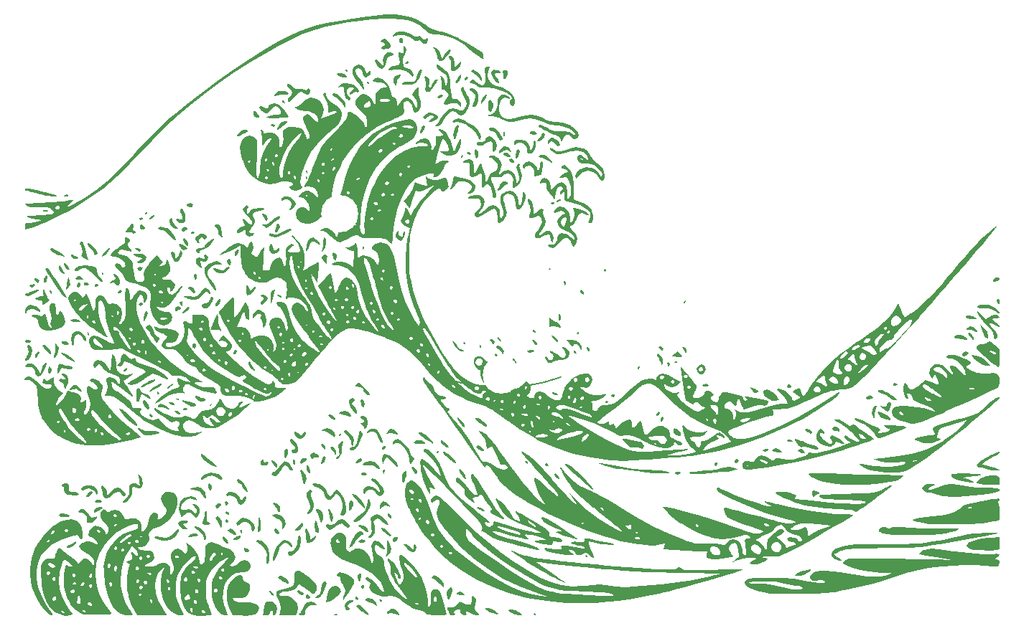
<source format=gbo>
%TF.GenerationSoftware,KiCad,Pcbnew,7.99.0-1397-geaf65f7d53*%
%TF.CreationDate,2023-06-19T15:24:22+01:00*%
%TF.ProjectId,swweeep-base,73777765-6565-4702-9d62-6173652e6b69,rev?*%
%TF.SameCoordinates,Original*%
%TF.FileFunction,Legend,Bot*%
%TF.FilePolarity,Positive*%
%FSLAX46Y46*%
G04 Gerber Fmt 4.6, Leading zero omitted, Abs format (unit mm)*
G04 Created by KiCad (PCBNEW 7.99.0-1397-geaf65f7d53) date 2023-06-19 15:24:22*
%MOMM*%
%LPD*%
G01*
G04 APERTURE LIST*
%ADD10C,0.200000*%
%ADD11C,0.000000*%
%ADD12C,4.400000*%
G04 APERTURE END LIST*
D10*
%TO.C,REF\u002A\u002A*%
X61272561Y-57884735D02*
G75*
G03*
X65423106Y-58918600I7008045J19286135D01*
G01*
X71138106Y-58918600D02*
G75*
G03*
X75288651Y-57884735I-2857506J20320019D01*
G01*
D11*
%TO.C,G\u002A\u002A\u002A*%
G36*
X29560613Y-71505581D02*
G01*
X29829955Y-71731786D01*
X30051573Y-72206556D01*
X30092134Y-72753029D01*
X29969159Y-73337581D01*
X29700164Y-73926586D01*
X29302669Y-74486419D01*
X28794190Y-74983454D01*
X28192246Y-75384068D01*
X27843345Y-75545000D01*
X27310150Y-75777076D01*
X26965730Y-75992745D01*
X26779519Y-76224733D01*
X26720948Y-76505764D01*
X26736769Y-76729684D01*
X26756752Y-77066607D01*
X26675703Y-77312758D01*
X26479609Y-77563833D01*
X26154355Y-77839317D01*
X25808387Y-77933880D01*
X25792239Y-77934465D01*
X25521975Y-77949054D01*
X25447148Y-77997275D01*
X25538475Y-78117787D01*
X25603586Y-78183512D01*
X25875241Y-78312797D01*
X26341032Y-78359986D01*
X26372892Y-78360124D01*
X26862795Y-78414670D01*
X27172044Y-78587877D01*
X27319098Y-78894094D01*
X27337593Y-79110183D01*
X27242955Y-79476920D01*
X26952722Y-79751017D01*
X26614087Y-79897837D01*
X26364354Y-80018120D01*
X26233798Y-80154253D01*
X26298062Y-80232455D01*
X26520154Y-80262409D01*
X26839739Y-80249996D01*
X27196482Y-80201098D01*
X27530047Y-80121599D01*
X27780101Y-80017379D01*
X27805131Y-80001065D01*
X28190541Y-79844298D01*
X28609008Y-79845757D01*
X28970246Y-80001191D01*
X29036482Y-80059013D01*
X29197007Y-80285511D01*
X29231968Y-80569931D01*
X29215761Y-80733349D01*
X29200602Y-81047770D01*
X29272275Y-81158179D01*
X29438107Y-81070807D01*
X29521158Y-80993246D01*
X29671743Y-80692159D01*
X29669145Y-80276821D01*
X29515183Y-79795769D01*
X29472991Y-79708796D01*
X29286125Y-79225821D01*
X29284235Y-79118249D01*
X29832771Y-79118249D01*
X29885086Y-79184313D01*
X30065090Y-79259956D01*
X30221976Y-79194956D01*
X30259717Y-79090655D01*
X30166019Y-78953361D01*
X30034938Y-78922071D01*
X29839142Y-78978316D01*
X29832771Y-79118249D01*
X29284235Y-79118249D01*
X29279153Y-78828981D01*
X29452389Y-78469226D01*
X29481149Y-78431475D01*
X29799264Y-78180027D01*
X30167098Y-78129107D01*
X30536158Y-78277057D01*
X30750241Y-78474911D01*
X30937907Y-78684507D01*
X31043745Y-78735452D01*
X31125864Y-78645005D01*
X31153594Y-78594689D01*
X31251926Y-78274165D01*
X31258557Y-77923140D01*
X31175289Y-77645858D01*
X31136354Y-77595876D01*
X31058391Y-77484454D01*
X31136031Y-77461009D01*
X31288470Y-77531489D01*
X31538684Y-77713003D01*
X31738091Y-77882469D01*
X32097500Y-78283047D01*
X32409028Y-78768108D01*
X32633061Y-79263676D01*
X32729983Y-79695777D01*
X32731186Y-79736894D01*
X32767989Y-79982492D01*
X32883118Y-80023528D01*
X33087368Y-79861934D01*
X33136325Y-79809386D01*
X33251392Y-79634748D01*
X33296987Y-79465286D01*
X33856597Y-79465286D01*
X33915962Y-79573457D01*
X34054875Y-79529874D01*
X34212948Y-79358691D01*
X34241511Y-79311333D01*
X34414222Y-79073380D01*
X34519587Y-78969807D01*
X34606854Y-78798191D01*
X34567745Y-78700422D01*
X35232174Y-78700422D01*
X35270367Y-78824766D01*
X35356554Y-78909863D01*
X35405718Y-78825219D01*
X35406560Y-78649764D01*
X35385141Y-78615341D01*
X35277053Y-78589154D01*
X35232174Y-78700422D01*
X34567745Y-78700422D01*
X34541633Y-78635145D01*
X34409839Y-78584902D01*
X34284725Y-78674871D01*
X34119640Y-78892249D01*
X33964095Y-79158248D01*
X33867604Y-79394078D01*
X33856597Y-79465286D01*
X33296987Y-79465286D01*
X33317692Y-79388334D01*
X33346478Y-79011683D01*
X33350425Y-78697292D01*
X33362038Y-78213916D01*
X33404382Y-77896011D01*
X33488710Y-77685115D01*
X33564525Y-77585198D01*
X33781719Y-77415773D01*
X34047523Y-77365612D01*
X34401484Y-77438774D01*
X34883149Y-77639316D01*
X35092461Y-77741982D01*
X35495111Y-77931160D01*
X35843235Y-78070551D01*
X36070407Y-78133991D01*
X36091169Y-78135345D01*
X36315202Y-78226064D01*
X36565260Y-78449339D01*
X36777155Y-78731844D01*
X36886697Y-79000254D01*
X36890691Y-79048664D01*
X36823643Y-79366697D01*
X36658483Y-79692936D01*
X36449184Y-79932103D01*
X36360998Y-79983708D01*
X36221349Y-80054956D01*
X36285344Y-80130137D01*
X36355352Y-80170663D01*
X36629344Y-80206940D01*
X36980607Y-80045802D01*
X37361062Y-79737210D01*
X37663291Y-79537748D01*
X37969804Y-79455933D01*
X37972921Y-79455920D01*
X38281676Y-79542979D01*
X38550644Y-79760049D01*
X38720713Y-80040972D01*
X38735901Y-80309850D01*
X38559163Y-80672826D01*
X38275159Y-80874579D01*
X37839576Y-80944213D01*
X37768777Y-80945079D01*
X37048003Y-81041620D01*
X36446734Y-81323394D01*
X35976241Y-81778630D01*
X35647796Y-82395557D01*
X35472669Y-83162402D01*
X35455087Y-83361451D01*
X35443450Y-83850986D01*
X35490523Y-84279972D01*
X35611933Y-84755211D01*
X35697988Y-85021561D01*
X35833602Y-85431120D01*
X35936044Y-85752164D01*
X35988255Y-85930822D01*
X35991576Y-85948773D01*
X35894093Y-85987329D01*
X35670819Y-86002602D01*
X35286397Y-85891721D01*
X34912738Y-85565101D01*
X34559044Y-85031777D01*
X34439689Y-84793728D01*
X34291323Y-84446389D01*
X34200518Y-84128628D01*
X34153863Y-83764231D01*
X34137945Y-83276986D01*
X34137505Y-83164770D01*
X34419845Y-83164770D01*
X34499309Y-83283093D01*
X34668163Y-83292272D01*
X34814530Y-83187944D01*
X34812412Y-83015459D01*
X34746791Y-82901651D01*
X34614971Y-82795309D01*
X34514058Y-82878476D01*
X34427665Y-83099443D01*
X34419845Y-83164770D01*
X34137505Y-83164770D01*
X34137151Y-83074571D01*
X34142951Y-82555690D01*
X34172210Y-82180548D01*
X34242713Y-81868177D01*
X34338310Y-81624213D01*
X34979119Y-81624213D01*
X35057339Y-81771610D01*
X35220059Y-81817139D01*
X35352423Y-81706526D01*
X35373434Y-81611589D01*
X35280010Y-81459556D01*
X35176753Y-81416033D01*
X35018980Y-81464262D01*
X34979119Y-81624213D01*
X34338310Y-81624213D01*
X34372246Y-81537608D01*
X34561643Y-81142142D01*
X34893891Y-80563060D01*
X35241140Y-80563060D01*
X35246534Y-80749858D01*
X35366923Y-80858419D01*
X35518542Y-80836626D01*
X35574583Y-80770508D01*
X35619292Y-80567548D01*
X35597663Y-80494632D01*
X35442240Y-80387429D01*
X35286036Y-80477811D01*
X35241140Y-80563060D01*
X34893891Y-80563060D01*
X34939872Y-80482918D01*
X35378018Y-79948186D01*
X35629342Y-79708294D01*
X35936794Y-79426903D01*
X36084743Y-79269999D01*
X36086400Y-79218206D01*
X35954973Y-79252149D01*
X35935381Y-79259378D01*
X35162821Y-79630215D01*
X34537538Y-80124758D01*
X34016773Y-80781524D01*
X33765660Y-81213977D01*
X33629872Y-81491192D01*
X33541879Y-81745207D01*
X33491497Y-82036896D01*
X33468542Y-82427133D01*
X33462832Y-82976790D01*
X33462814Y-83024283D01*
X33467194Y-83583941D01*
X33488564Y-83986385D01*
X33539273Y-84299128D01*
X33631671Y-84589687D01*
X33778106Y-84925577D01*
X33831223Y-85038529D01*
X33995002Y-85420399D01*
X34094429Y-85725705D01*
X34111967Y-85898347D01*
X34104228Y-85911896D01*
X33950231Y-85970436D01*
X33640494Y-86030530D01*
X33262573Y-86076986D01*
X32463095Y-86085676D01*
X31806947Y-85943071D01*
X31287067Y-85640863D01*
X31073992Y-85384460D01*
X31608390Y-85384460D01*
X31651400Y-85603279D01*
X31748876Y-85637336D01*
X31822211Y-85553044D01*
X32957062Y-85553044D01*
X33036534Y-85740881D01*
X33181841Y-85777823D01*
X33364120Y-85712598D01*
X33406620Y-85621263D01*
X33315593Y-85449810D01*
X33228844Y-85396484D01*
X33029523Y-85337278D01*
X32963263Y-85410273D01*
X32957062Y-85553044D01*
X31822211Y-85553044D01*
X31868036Y-85500372D01*
X31889363Y-85384460D01*
X31823060Y-85187592D01*
X31748876Y-85131584D01*
X31639585Y-85186908D01*
X31608390Y-85384460D01*
X31073992Y-85384460D01*
X30896390Y-85170743D01*
X30627856Y-84524403D01*
X30626059Y-84514674D01*
X31997280Y-84514674D01*
X32153422Y-84644311D01*
X32240981Y-84653929D01*
X32368929Y-84566273D01*
X32374835Y-84409856D01*
X32286602Y-84187549D01*
X32149193Y-84124468D01*
X32023874Y-84245128D01*
X32015235Y-84265958D01*
X31997280Y-84514674D01*
X30626059Y-84514674D01*
X30531162Y-84000861D01*
X30884395Y-84000861D01*
X30889179Y-84110298D01*
X31053780Y-84193861D01*
X31307285Y-84176785D01*
X31479930Y-84104292D01*
X31570626Y-83939503D01*
X31540178Y-83721200D01*
X31417548Y-83557585D01*
X31326216Y-83530035D01*
X31156487Y-83611472D01*
X30987279Y-83797537D01*
X30884395Y-84000861D01*
X30531162Y-84000861D01*
X30474401Y-83693535D01*
X30446309Y-83108498D01*
X32160732Y-83108498D01*
X32214311Y-83304707D01*
X32247604Y-83345061D01*
X32406948Y-83393682D01*
X32534068Y-83273287D01*
X32563699Y-83128846D01*
X32475641Y-82933831D01*
X32367018Y-82877095D01*
X32219905Y-82933548D01*
X32160732Y-83108498D01*
X30446309Y-83108498D01*
X30428773Y-82743310D01*
X30434273Y-82189079D01*
X30459078Y-81792343D01*
X30478266Y-81686953D01*
X30857954Y-81686953D01*
X30875269Y-81872974D01*
X31012710Y-82003880D01*
X31181563Y-81998730D01*
X31236421Y-81892394D01*
X32425014Y-81892394D01*
X32496907Y-82060071D01*
X32518286Y-82075636D01*
X32711746Y-82105635D01*
X32822871Y-81975423D01*
X32806929Y-81795554D01*
X32686816Y-81641950D01*
X32619894Y-81619416D01*
X32474600Y-81706943D01*
X32425014Y-81892394D01*
X31236421Y-81892394D01*
X31256584Y-81853309D01*
X31271222Y-81725172D01*
X31196613Y-81549892D01*
X31035695Y-81517068D01*
X30882828Y-81635427D01*
X30857954Y-81686953D01*
X30478266Y-81686953D01*
X30514862Y-81485946D01*
X30613297Y-81202733D01*
X30746547Y-80915125D01*
X30752779Y-80905673D01*
X31733936Y-80905673D01*
X31758835Y-80994532D01*
X31885631Y-81094258D01*
X32062173Y-81081133D01*
X32168006Y-80969633D01*
X32170337Y-80945079D01*
X32080396Y-80836877D01*
X31897372Y-80758812D01*
X31751465Y-80765038D01*
X31747003Y-80769003D01*
X31733936Y-80905673D01*
X30752779Y-80905673D01*
X31166520Y-80278135D01*
X31956237Y-80278135D01*
X31997544Y-80362373D01*
X32108101Y-80447775D01*
X32314257Y-80529574D01*
X32464576Y-80487661D01*
X32495076Y-80360775D01*
X32425148Y-80255820D01*
X32225514Y-80185226D01*
X32093599Y-80207652D01*
X31956237Y-80278135D01*
X31166520Y-80278135D01*
X31193856Y-80236674D01*
X31589467Y-79866719D01*
X31993608Y-79531204D01*
X32209247Y-79280150D01*
X32248553Y-79096746D01*
X32201726Y-79020894D01*
X32051069Y-79016067D01*
X31798938Y-79152394D01*
X31485501Y-79396492D01*
X31150926Y-79714976D01*
X30835379Y-80074464D01*
X30677554Y-80287657D01*
X30268503Y-80974173D01*
X30019384Y-81638142D01*
X29901189Y-82371155D01*
X29882001Y-82799504D01*
X29936657Y-83694102D01*
X30147282Y-84490016D01*
X30536941Y-85269840D01*
X30600313Y-85371765D01*
X30789508Y-85716491D01*
X30812434Y-85919899D01*
X30655144Y-86002089D01*
X30303688Y-85983161D01*
X30188165Y-85965686D01*
X29644702Y-85768279D01*
X29155646Y-85379848D01*
X28739269Y-84831224D01*
X28413844Y-84153239D01*
X28197645Y-83376723D01*
X28150633Y-82929289D01*
X28953421Y-82929289D01*
X29076463Y-83066938D01*
X29142456Y-83080478D01*
X29228402Y-82986286D01*
X29248213Y-82855699D01*
X29188907Y-82664455D01*
X29056949Y-82649411D01*
X28967239Y-82743310D01*
X28953421Y-82929289D01*
X28150633Y-82929289D01*
X28108944Y-82532510D01*
X28107848Y-82455637D01*
X28131833Y-81920303D01*
X28813183Y-81920303D01*
X28892845Y-82101575D01*
X29013274Y-82181363D01*
X29170783Y-82100244D01*
X29184148Y-82081708D01*
X29163845Y-81948997D01*
X29035442Y-81810590D01*
X28888263Y-81747724D01*
X28838249Y-81767137D01*
X28813183Y-81920303D01*
X28131833Y-81920303D01*
X28132331Y-81909197D01*
X28204574Y-81376627D01*
X28311959Y-80922217D01*
X28441866Y-80610259D01*
X28480433Y-80557336D01*
X28590330Y-80389530D01*
X28548954Y-80342084D01*
X28396301Y-80417279D01*
X28244864Y-80543903D01*
X27803683Y-81115605D01*
X27542720Y-81795629D01*
X27460913Y-82559398D01*
X27557198Y-83382333D01*
X27830514Y-84239854D01*
X28279798Y-85107384D01*
X28453641Y-85373057D01*
X28645501Y-85662804D01*
X28770765Y-85872868D01*
X28798655Y-85938559D01*
X28692683Y-85960648D01*
X28400420Y-85979442D01*
X27960346Y-85993505D01*
X27410941Y-86001404D01*
X27080366Y-86002602D01*
X25362077Y-86002602D01*
X24991418Y-85391017D01*
X24586042Y-84617832D01*
X24484161Y-84316761D01*
X26888036Y-84316761D01*
X26960125Y-84501316D01*
X27060574Y-84541540D01*
X27172458Y-84502686D01*
X27130061Y-84349832D01*
X27112814Y-84316761D01*
X26998343Y-84140230D01*
X26940276Y-84091982D01*
X26897763Y-84186524D01*
X26888036Y-84316761D01*
X24484161Y-84316761D01*
X24324966Y-83846323D01*
X24280536Y-83570389D01*
X25473419Y-83570389D01*
X25482678Y-83641631D01*
X25644373Y-83750124D01*
X25811704Y-83654816D01*
X25824958Y-83634947D01*
X25850332Y-83477431D01*
X25711610Y-83429507D01*
X25593282Y-83459162D01*
X25473419Y-83570389D01*
X24280536Y-83570389D01*
X24189271Y-83003590D01*
X24181848Y-82806148D01*
X25556484Y-82806148D01*
X25635740Y-82938751D01*
X25755901Y-82968088D01*
X25948047Y-82894041D01*
X25988921Y-82735069D01*
X25928363Y-82555949D01*
X25793530Y-82539678D01*
X25611626Y-82644154D01*
X25556484Y-82806148D01*
X24181848Y-82806148D01*
X24158360Y-82181363D01*
X24165934Y-81957892D01*
X25217505Y-81957892D01*
X25238422Y-82166546D01*
X25283402Y-82225107D01*
X25395368Y-82216813D01*
X25495503Y-82114175D01*
X26119912Y-82114175D01*
X26142641Y-82239349D01*
X26278870Y-82370852D01*
X26445507Y-82335376D01*
X26513919Y-82230533D01*
X26489282Y-82054238D01*
X26441331Y-81957523D01*
X26306079Y-81869401D01*
X26178331Y-81941062D01*
X26119912Y-82114175D01*
X25495503Y-82114175D01*
X25522907Y-82086086D01*
X25598793Y-81919462D01*
X25588358Y-81832546D01*
X25451273Y-81785921D01*
X25367180Y-81804933D01*
X25217505Y-81957892D01*
X24165934Y-81957892D01*
X24182630Y-81465252D01*
X24231933Y-81000066D01*
X26470885Y-81000066D01*
X26602518Y-81112634D01*
X26849039Y-81243895D01*
X27004178Y-81195098D01*
X27036952Y-81110854D01*
X26953972Y-81025430D01*
X26726471Y-80971294D01*
X26719452Y-80970632D01*
X26495726Y-80957976D01*
X26470885Y-81000066D01*
X24231933Y-81000066D01*
X24246008Y-80867268D01*
X24307790Y-80586615D01*
X25132787Y-80586615D01*
X25248420Y-80702476D01*
X25439414Y-80648993D01*
X25532858Y-80559555D01*
X25596583Y-80412550D01*
X25466393Y-80292084D01*
X25445465Y-80280639D01*
X25257025Y-80223498D01*
X25157622Y-80337190D01*
X25156870Y-80339138D01*
X25132787Y-80586615D01*
X24307790Y-80586615D01*
X24333208Y-80471151D01*
X24428355Y-80153867D01*
X24445299Y-79986672D01*
X24379639Y-79907339D01*
X24290959Y-79873533D01*
X24108485Y-79763051D01*
X24105346Y-79648394D01*
X24280602Y-79596407D01*
X24548385Y-79502343D01*
X24701031Y-79296035D01*
X25575093Y-79296035D01*
X25660525Y-79450787D01*
X25758750Y-79484018D01*
X25876112Y-79394904D01*
X25915793Y-79319033D01*
X25906924Y-79134952D01*
X25809129Y-79079396D01*
X26471842Y-79079396D01*
X26569096Y-79228843D01*
X26663257Y-79259239D01*
X26806987Y-79177241D01*
X26839607Y-79134284D01*
X26833936Y-78988955D01*
X26702124Y-78887100D01*
X26541815Y-78893302D01*
X26511025Y-78916958D01*
X26471842Y-79079396D01*
X25809129Y-79079396D01*
X25773193Y-79058981D01*
X25629275Y-79124372D01*
X25575093Y-79296035D01*
X24701031Y-79296035D01*
X24717636Y-79273593D01*
X24755895Y-78990324D01*
X24630699Y-78732698D01*
X24630455Y-78732455D01*
X24569319Y-78596421D01*
X24629959Y-78535067D01*
X24778292Y-78559061D01*
X24986421Y-78715136D01*
X25025040Y-78754859D01*
X25211692Y-78940595D01*
X25315840Y-78970125D01*
X25400967Y-78858163D01*
X25408718Y-78843792D01*
X25444371Y-78678964D01*
X25354624Y-78482364D01*
X25138254Y-78222258D01*
X24757507Y-77806791D01*
X24478573Y-78172491D01*
X24004728Y-78954748D01*
X23650490Y-79874169D01*
X23430923Y-80868933D01*
X23361089Y-81877218D01*
X23409605Y-82559727D01*
X23599530Y-83529360D01*
X23896431Y-84361755D01*
X24327452Y-85129797D01*
X24413590Y-85255746D01*
X24856529Y-85888063D01*
X24573016Y-85959220D01*
X23977282Y-85999260D01*
X23401109Y-85831894D01*
X22874660Y-85474245D01*
X22428103Y-84943435D01*
X22257285Y-84644764D01*
X21935001Y-83865204D01*
X21678511Y-82969852D01*
X21541179Y-82251923D01*
X22068570Y-82251923D01*
X22101284Y-82461699D01*
X22204479Y-82658329D01*
X22321604Y-82655532D01*
X22390102Y-82465244D01*
X22392461Y-82406141D01*
X22334388Y-82200465D01*
X22206195Y-82083881D01*
X22090512Y-82108680D01*
X22068570Y-82251923D01*
X21541179Y-82251923D01*
X21496972Y-82020821D01*
X21399537Y-81080221D01*
X21396693Y-80487434D01*
X22624519Y-80487434D01*
X22663135Y-80677795D01*
X22763547Y-80797812D01*
X22868464Y-80735877D01*
X22941287Y-80531026D01*
X22954407Y-80367134D01*
X22915816Y-80120397D01*
X22813921Y-80074009D01*
X22669719Y-80225040D01*
X22624519Y-80487434D01*
X21396693Y-80487434D01*
X21395952Y-80333041D01*
X21866424Y-80333041D01*
X21887220Y-80383960D01*
X22006382Y-80458084D01*
X22114591Y-80355886D01*
X22167198Y-80123285D01*
X22167682Y-80095526D01*
X22130995Y-79887466D01*
X22062866Y-79821186D01*
X21946900Y-79915056D01*
X21869872Y-80122672D01*
X21866424Y-80333041D01*
X21395952Y-80333041D01*
X21395362Y-80210164D01*
X21493601Y-79472758D01*
X21494445Y-79469169D01*
X21819584Y-78504786D01*
X21878154Y-78402414D01*
X23471504Y-78402414D01*
X23477423Y-78420779D01*
X23549551Y-78541833D01*
X23658755Y-78488404D01*
X23721714Y-78427709D01*
X23831160Y-78262229D01*
X23823582Y-78180331D01*
X23662241Y-78138397D01*
X23512066Y-78235219D01*
X23471504Y-78402414D01*
X21878154Y-78402414D01*
X22054658Y-78093911D01*
X22636715Y-78093911D01*
X22697548Y-78259160D01*
X22810897Y-78317004D01*
X22841224Y-78304420D01*
X22936318Y-78145439D01*
X22954407Y-78016323D01*
X22893480Y-77828547D01*
X22758357Y-77821180D01*
X22670108Y-77915948D01*
X22636715Y-78093911D01*
X22054658Y-78093911D01*
X22301714Y-77662092D01*
X22449930Y-77494805D01*
X24210547Y-77494805D01*
X24245637Y-77571378D01*
X24364883Y-77630923D01*
X24499172Y-77550758D01*
X24614078Y-77432528D01*
X24538728Y-77379286D01*
X24480369Y-77366782D01*
X24258912Y-77373193D01*
X24210547Y-77494805D01*
X22449930Y-77494805D01*
X22500520Y-77437705D01*
X23315595Y-77437705D01*
X23433547Y-77432105D01*
X23691441Y-77297278D01*
X23743604Y-77263597D01*
X25119722Y-77263597D01*
X25139948Y-77338827D01*
X25276748Y-77437058D01*
X25446608Y-77456594D01*
X25537190Y-77386732D01*
X25537642Y-77376717D01*
X25482319Y-77218274D01*
X25429933Y-77124780D01*
X25305572Y-77020624D01*
X25194190Y-77086890D01*
X25119722Y-77263597D01*
X23743604Y-77263597D01*
X24051704Y-77064660D01*
X24429086Y-76785273D01*
X24533058Y-76674283D01*
X25651753Y-76674283D01*
X25743233Y-76772917D01*
X25826969Y-76786672D01*
X25943299Y-76732187D01*
X25932726Y-76674283D01*
X25789041Y-76566181D01*
X25757509Y-76561894D01*
X25654780Y-76647618D01*
X25651753Y-76674283D01*
X24533058Y-76674283D01*
X24615633Y-76586134D01*
X24606976Y-76473510D01*
X24480401Y-76449504D01*
X24296062Y-76518552D01*
X24018832Y-76690962D01*
X23718168Y-76914638D01*
X23463529Y-77137483D01*
X23324373Y-77307397D01*
X23319131Y-77320522D01*
X23315595Y-77437705D01*
X22500520Y-77437705D01*
X22920996Y-76963126D01*
X23657590Y-76429925D01*
X24491657Y-76084526D01*
X24557306Y-76066880D01*
X24990511Y-75948744D01*
X25249428Y-75851270D01*
X25378653Y-75743996D01*
X25422785Y-75596457D01*
X25426974Y-75472856D01*
X25408482Y-75287599D01*
X25310058Y-75221943D01*
X25067282Y-75242111D01*
X25005514Y-75251888D01*
X24386399Y-75429366D01*
X23698805Y-75755899D01*
X23003045Y-76196322D01*
X22359429Y-76715465D01*
X22150122Y-76916867D01*
X21403289Y-77824506D01*
X20858558Y-78816195D01*
X20519363Y-79870829D01*
X20389140Y-80967306D01*
X20471322Y-82084522D01*
X20769344Y-83201375D01*
X21028032Y-83811009D01*
X21293101Y-84304972D01*
X21599648Y-84794835D01*
X21888860Y-85187877D01*
X21936919Y-85243870D01*
X22148464Y-85492314D01*
X22262120Y-85674051D01*
X22257164Y-85799488D01*
X22112872Y-85879033D01*
X21808522Y-85923091D01*
X21323392Y-85942072D01*
X20636757Y-85946381D01*
X20538036Y-85946407D01*
X19891273Y-85940551D01*
X19422114Y-85919528D01*
X19083608Y-85878158D01*
X18828802Y-85811258D01*
X18660309Y-85739195D01*
X18169400Y-85402042D01*
X18927602Y-85402042D01*
X18930491Y-85523630D01*
X18983316Y-85590507D01*
X19138359Y-85662919D01*
X19240934Y-85597915D01*
X19245558Y-85565068D01*
X19156117Y-85442206D01*
X19076974Y-85400012D01*
X18927602Y-85402042D01*
X18169400Y-85402042D01*
X18018264Y-85298243D01*
X17487563Y-84687565D01*
X19497523Y-84687565D01*
X19526531Y-84766318D01*
X19654299Y-84842862D01*
X19850990Y-84880823D01*
X20005493Y-84865837D01*
X20032284Y-84831705D01*
X19966318Y-84611721D01*
X19820444Y-84452112D01*
X19745919Y-84429150D01*
X19556232Y-84510044D01*
X19497523Y-84687565D01*
X17487563Y-84687565D01*
X17482565Y-84681814D01*
X17352010Y-84441579D01*
X18260129Y-84441579D01*
X18280683Y-84599348D01*
X18375686Y-84650487D01*
X18449796Y-84653929D01*
X18585355Y-84632137D01*
X18639662Y-84528656D01*
X18629809Y-84286326D01*
X18609433Y-84120079D01*
X18560732Y-83798046D01*
X18515976Y-83583210D01*
X18499194Y-83539401D01*
X18435051Y-83526552D01*
X18377103Y-83671569D01*
X18315134Y-84003901D01*
X18297762Y-84120079D01*
X18260129Y-84441579D01*
X17352010Y-84441579D01*
X17068539Y-83919961D01*
X16839465Y-83194584D01*
X17470730Y-83194584D01*
X17507368Y-83311479D01*
X17666299Y-83401281D01*
X17860087Y-83346528D01*
X17984562Y-83179290D01*
X17988128Y-83163479D01*
X17945725Y-83002339D01*
X17799370Y-82968088D01*
X17560106Y-83033930D01*
X17470730Y-83194584D01*
X16839465Y-83194584D01*
X16791511Y-83042734D01*
X16723599Y-82518531D01*
X19695115Y-82518531D01*
X19765389Y-82701590D01*
X19863699Y-82743310D01*
X20000993Y-82649611D01*
X20032284Y-82518531D01*
X19962010Y-82335472D01*
X19863699Y-82293752D01*
X19726405Y-82387451D01*
X19695115Y-82518531D01*
X16723599Y-82518531D01*
X16710821Y-82419903D01*
X18683611Y-82419903D01*
X18759793Y-82513188D01*
X18921279Y-82498426D01*
X19067476Y-82393933D01*
X19094386Y-82345100D01*
X19117719Y-82158241D01*
X19093574Y-82104305D01*
X18969891Y-82110322D01*
X18805191Y-82224253D01*
X18693102Y-82374023D01*
X18683611Y-82419903D01*
X16710821Y-82419903D01*
X16692063Y-82275112D01*
X17697051Y-82275112D01*
X17732169Y-82383424D01*
X17912464Y-82387501D01*
X18104702Y-82319104D01*
X18149761Y-82237557D01*
X18034524Y-82136721D01*
X17847151Y-82145369D01*
X17706012Y-82253684D01*
X17697051Y-82275112D01*
X16692063Y-82275112D01*
X16666809Y-82080183D01*
X16661229Y-81819643D01*
X16679543Y-81287045D01*
X17671154Y-81287045D01*
X17749374Y-81434442D01*
X17912094Y-81479971D01*
X17981887Y-81421647D01*
X19696926Y-81421647D01*
X19728491Y-81565224D01*
X19835602Y-81591881D01*
X19963148Y-81455532D01*
X20011930Y-81302097D01*
X20001544Y-81127255D01*
X19873366Y-81125510D01*
X19871443Y-81126244D01*
X19746865Y-81245586D01*
X19696926Y-81421647D01*
X17981887Y-81421647D01*
X18044459Y-81369358D01*
X18065469Y-81274421D01*
X17972046Y-81122387D01*
X17868788Y-81078865D01*
X17711015Y-81127094D01*
X17671154Y-81287045D01*
X16679543Y-81287045D01*
X16682755Y-81193635D01*
X16741614Y-80680514D01*
X16830585Y-80304022D01*
X16942450Y-80087899D01*
X17069991Y-80055888D01*
X17166354Y-80158354D01*
X17307313Y-80246657D01*
X17506266Y-80266713D01*
X17652742Y-80215980D01*
X17672107Y-80169996D01*
X17592730Y-80040957D01*
X17398480Y-79837410D01*
X17155176Y-79618545D01*
X16928635Y-79443554D01*
X16784677Y-79371629D01*
X16784350Y-79371628D01*
X16681234Y-79473618D01*
X16551888Y-79746656D01*
X16414002Y-80141344D01*
X16285269Y-80608285D01*
X16200594Y-81001562D01*
X16124025Y-81955480D01*
X16226966Y-82938602D01*
X16494214Y-83894750D01*
X16910568Y-84767741D01*
X17400548Y-85436276D01*
X17604673Y-85688779D01*
X17707781Y-85871135D01*
X17703895Y-85926761D01*
X17405629Y-86021470D01*
X16989873Y-86048284D01*
X16554069Y-86005107D01*
X16356389Y-85955752D01*
X15676000Y-85634176D01*
X15463661Y-85447449D01*
X16343144Y-85447449D01*
X16382779Y-85543723D01*
X16425065Y-85596276D01*
X16597451Y-85744514D01*
X16726497Y-85766291D01*
X16749904Y-85653610D01*
X16744947Y-85637336D01*
X16607111Y-85499788D01*
X16486282Y-85455789D01*
X16343144Y-85447449D01*
X15463661Y-85447449D01*
X15114010Y-85139972D01*
X14667620Y-84467784D01*
X14507677Y-84057589D01*
X15331410Y-84057589D01*
X15354638Y-84153559D01*
X15485355Y-84305753D01*
X15673595Y-84241840D01*
X15730227Y-84190676D01*
X15807522Y-83998465D01*
X15736826Y-83818571D01*
X15587511Y-83754814D01*
X15390925Y-83844285D01*
X15331410Y-84057589D01*
X14507677Y-84057589D01*
X14334032Y-83612256D01*
X14110444Y-82568032D01*
X14034989Y-81801761D01*
X15311930Y-81801761D01*
X15394578Y-81929772D01*
X15565081Y-81947650D01*
X15699024Y-81854337D01*
X15718334Y-81671399D01*
X15692532Y-81570495D01*
X15597824Y-81452804D01*
X15467388Y-81517919D01*
X15332068Y-81709073D01*
X15311930Y-81801761D01*
X14034989Y-81801761D01*
X14000135Y-81447802D01*
X13984946Y-81106209D01*
X14690873Y-81106209D01*
X14718194Y-81193047D01*
X14832484Y-81238115D01*
X14987468Y-81162366D01*
X15083704Y-81020727D01*
X15087151Y-80989250D01*
X15022446Y-80847571D01*
X14974761Y-80832690D01*
X14786435Y-80832690D01*
X14778080Y-80832690D01*
X14699267Y-80921674D01*
X14690873Y-81106209D01*
X13984946Y-81106209D01*
X13974251Y-80865673D01*
X13974955Y-80455861D01*
X14006003Y-80167065D01*
X14061008Y-79982096D01*
X14804280Y-79982096D01*
X14885182Y-80129643D01*
X15136898Y-80329478D01*
X15416761Y-80410152D01*
X15623190Y-80354610D01*
X15673752Y-80247592D01*
X15557883Y-80104791D01*
X15398411Y-79985915D01*
X15108047Y-79825380D01*
X14920428Y-79826958D01*
X14889083Y-79847822D01*
X14804280Y-79982096D01*
X14061008Y-79982096D01*
X14071151Y-79947986D01*
X14117155Y-79849585D01*
X14394360Y-79477793D01*
X14762290Y-79296408D01*
X15211991Y-79279689D01*
X15494573Y-79293150D01*
X15618974Y-79236877D01*
X15649158Y-79075451D01*
X15649518Y-79037430D01*
X15697633Y-78801186D01*
X15815511Y-78507336D01*
X15964260Y-78232456D01*
X16104984Y-78053121D01*
X16164782Y-78022956D01*
X16277576Y-78092595D01*
X16505260Y-78274821D01*
X16786860Y-78519833D01*
X17173072Y-78845059D01*
X17586777Y-79160271D01*
X17838613Y-79332468D01*
X18138790Y-79544720D01*
X18272562Y-79712759D01*
X18278174Y-79885341D01*
X18276780Y-79891029D01*
X18283120Y-80118031D01*
X18354701Y-80219653D01*
X18442390Y-80242085D01*
X18425827Y-80195876D01*
X18430854Y-80020100D01*
X18552540Y-79772023D01*
X18739475Y-79528606D01*
X18940249Y-79366806D01*
X18993399Y-79346223D01*
X19324458Y-79351644D01*
X19660949Y-79492378D01*
X19913187Y-79720992D01*
X19984357Y-79870308D01*
X20082879Y-80106666D01*
X20191744Y-80135555D01*
X20285274Y-79950220D01*
X20285460Y-79949511D01*
X20271666Y-79576595D01*
X20052855Y-79198464D01*
X19646624Y-78840998D01*
X19446496Y-78715803D01*
X18921497Y-78385565D01*
X18605963Y-78108484D01*
X18494665Y-77871130D01*
X18582376Y-77660072D01*
X18863871Y-77461882D01*
X18943152Y-77422517D01*
X19338040Y-77272697D01*
X19673352Y-77259819D01*
X20048923Y-77386810D01*
X20197535Y-77459309D01*
X20515922Y-77605364D01*
X20665545Y-77621951D01*
X20665777Y-77502614D01*
X20584978Y-77330148D01*
X20293968Y-76959888D01*
X19930109Y-76797497D01*
X19835602Y-76790247D01*
X19635298Y-76705444D01*
X19566342Y-76492792D01*
X19624308Y-76203579D01*
X19786428Y-75921066D01*
X20594230Y-75921066D01*
X20661240Y-76135740D01*
X20811309Y-76222085D01*
X20967996Y-76141495D01*
X20984108Y-76117975D01*
X20951503Y-75990804D01*
X20822157Y-75889242D01*
X20646007Y-75824217D01*
X20594483Y-75907120D01*
X20594230Y-75921066D01*
X19786428Y-75921066D01*
X19804773Y-75889098D01*
X19925108Y-75752663D01*
X20178318Y-75533661D01*
X20403960Y-75455943D01*
X20683736Y-75476541D01*
X21037891Y-75604461D01*
X21352024Y-75836674D01*
X21559526Y-76113940D01*
X21605735Y-76296553D01*
X21644223Y-76445349D01*
X21733649Y-76428539D01*
X21834958Y-76286495D01*
X21909095Y-76059589D01*
X21921152Y-75970510D01*
X21910264Y-75675302D01*
X21794037Y-75413635D01*
X21763895Y-75375965D01*
X22634603Y-75375965D01*
X22658981Y-75524286D01*
X22746992Y-75525922D01*
X22896195Y-75384070D01*
X22937044Y-75275256D01*
X22912666Y-75126935D01*
X22824654Y-75125299D01*
X22675451Y-75267150D01*
X22634603Y-75375965D01*
X21763895Y-75375965D01*
X21572106Y-75136277D01*
X21220725Y-74706879D01*
X21028533Y-74368769D01*
X21013166Y-74285505D01*
X22527462Y-74285505D01*
X22579776Y-74351569D01*
X22759780Y-74427212D01*
X22916666Y-74362213D01*
X22954407Y-74257911D01*
X22860709Y-74120617D01*
X22729629Y-74089327D01*
X22533832Y-74145572D01*
X22527462Y-74285505D01*
X21013166Y-74285505D01*
X20974927Y-74078321D01*
X20997801Y-73920085D01*
X21148065Y-73615814D01*
X21378178Y-73510076D01*
X21657916Y-73615012D01*
X21692006Y-73641220D01*
X21888891Y-73771847D01*
X22066625Y-73771957D01*
X22282165Y-73678074D01*
X22721572Y-73570653D01*
X23148540Y-73658281D01*
X23511300Y-73914696D01*
X23758085Y-74313636D01*
X23799482Y-74447825D01*
X23879037Y-74656749D01*
X24017218Y-74688024D01*
X24152298Y-74644506D01*
X24687162Y-74532132D01*
X25181249Y-74597625D01*
X25577954Y-74833108D01*
X25589586Y-74844538D01*
X25790892Y-75092364D01*
X25863463Y-75355194D01*
X25856978Y-75631264D01*
X25858948Y-75973735D01*
X25934666Y-76110030D01*
X25951986Y-76112336D01*
X26173888Y-76014190D01*
X26379751Y-75767688D01*
X26505775Y-75458238D01*
X26673681Y-74797800D01*
X26842987Y-74335060D01*
X27029526Y-74043399D01*
X27249127Y-73896201D01*
X27453604Y-73864549D01*
X27666083Y-73959369D01*
X27799459Y-74178250D01*
X27807024Y-74422818D01*
X27760446Y-74510787D01*
X27723333Y-74622743D01*
X27857681Y-74648775D01*
X28167971Y-74546933D01*
X28467904Y-74293705D01*
X28697812Y-73957009D01*
X28798028Y-73604761D01*
X28798655Y-73577703D01*
X28728265Y-73382152D01*
X28551164Y-73113432D01*
X28461487Y-73004457D01*
X28188593Y-72574498D01*
X28135264Y-72163050D01*
X28301935Y-71780717D01*
X28406583Y-71661448D01*
X28758127Y-71448071D01*
X29168781Y-71397400D01*
X29560613Y-71505581D01*
G37*
G36*
X37711836Y-81333089D02*
G01*
X37795723Y-81524921D01*
X37810782Y-81638202D01*
X37876492Y-81898502D01*
X38053394Y-82052240D01*
X38239363Y-82125806D01*
X38523637Y-82260191D01*
X38654341Y-82452870D01*
X38651412Y-82757318D01*
X38584405Y-83051237D01*
X38366472Y-83553213D01*
X38030416Y-83866831D01*
X37570448Y-83995133D01*
X36980778Y-83941163D01*
X36918788Y-83926903D01*
X36643037Y-83899297D01*
X36555352Y-83977116D01*
X36660419Y-84135793D01*
X36851084Y-84281770D01*
X37078899Y-84388444D01*
X37389095Y-84443377D01*
X37841809Y-84455183D01*
X38033130Y-84451071D01*
X38729952Y-84478721D01*
X39242496Y-84604712D01*
X39564273Y-84825108D01*
X39688795Y-85135971D01*
X39647422Y-85430600D01*
X39484286Y-85704314D01*
X39182542Y-85894939D01*
X38721730Y-86008071D01*
X38081390Y-86049306D01*
X37437875Y-86034856D01*
X36580191Y-85993627D01*
X36259401Y-85295680D01*
X36091172Y-84892674D01*
X35993257Y-84533249D01*
X35947807Y-84125450D01*
X35936995Y-83634667D01*
X35943618Y-83143632D01*
X35975752Y-82806076D01*
X36048824Y-82550926D01*
X36178258Y-82307108D01*
X36248950Y-82197315D01*
X36598460Y-81776608D01*
X36999401Y-81462773D01*
X37393125Y-81297689D01*
X37529809Y-81282668D01*
X37711836Y-81333089D01*
G37*
G36*
X18149456Y-74847746D02*
G01*
X18543544Y-75192396D01*
X18803446Y-75699142D01*
X18907406Y-76354950D01*
X18908390Y-76431759D01*
X18879574Y-76840796D01*
X18796913Y-77043540D01*
X18666089Y-77034844D01*
X18492784Y-76809559D01*
X18492316Y-76808744D01*
X18303118Y-76479085D01*
X17509957Y-76702647D01*
X16352226Y-77111577D01*
X15382196Y-77631264D01*
X14603104Y-78258463D01*
X14018185Y-78989928D01*
X13630675Y-79822416D01*
X13443810Y-80752679D01*
X13441276Y-80782830D01*
X13466508Y-81721255D01*
X13677518Y-82724054D01*
X14061054Y-83751137D01*
X14603865Y-84762417D01*
X14906683Y-85215876D01*
X15174323Y-85594690D01*
X15324930Y-85826955D01*
X15372879Y-85948485D01*
X15332546Y-85995095D01*
X15222476Y-86002602D01*
X15043298Y-85924778D01*
X14772734Y-85719827D01*
X14466560Y-85430523D01*
X14439386Y-85402045D01*
X13912760Y-84734953D01*
X13439130Y-83927609D01*
X13063931Y-83064414D01*
X12903394Y-82548772D01*
X12795782Y-81944301D01*
X12741441Y-81223511D01*
X12740886Y-80473084D01*
X12794631Y-79779703D01*
X12884090Y-79297303D01*
X13262867Y-78245015D01*
X13772083Y-77321771D01*
X14706228Y-77321771D01*
X14812508Y-77328687D01*
X14967404Y-77238613D01*
X14989127Y-77182845D01*
X14925973Y-77051821D01*
X14793956Y-77068757D01*
X14708029Y-77183450D01*
X14706228Y-77321771D01*
X13772083Y-77321771D01*
X13809069Y-77254713D01*
X14492822Y-76363835D01*
X14496988Y-76359866D01*
X15204340Y-76359866D01*
X15286858Y-76448954D01*
X15298168Y-76449504D01*
X15445386Y-76372712D01*
X15532622Y-76285843D01*
X15616997Y-76093717D01*
X15590334Y-76027740D01*
X16798938Y-76027740D01*
X16829186Y-76112336D01*
X16992137Y-76223734D01*
X17157658Y-76167265D01*
X17222549Y-75999947D01*
X17155128Y-75817718D01*
X17060598Y-75775168D01*
X16862973Y-75853258D01*
X16798938Y-76027740D01*
X15590334Y-76027740D01*
X15564915Y-75964840D01*
X15419168Y-75967282D01*
X15358118Y-76008251D01*
X15232259Y-76182304D01*
X15204340Y-76359866D01*
X14496988Y-76359866D01*
X15284250Y-75609821D01*
X16153480Y-75030109D01*
X16379629Y-74916716D01*
X17045742Y-74696871D01*
X17642936Y-74678226D01*
X18149456Y-74847746D01*
G37*
G36*
X41431650Y-84478211D02*
G01*
X41528178Y-84570173D01*
X41724490Y-84898522D01*
X41808797Y-85267425D01*
X41783969Y-85613960D01*
X41652872Y-85875208D01*
X41463812Y-85982505D01*
X41329296Y-85973177D01*
X41316002Y-85831483D01*
X41340624Y-85719596D01*
X41371489Y-85506981D01*
X41290509Y-85448424D01*
X41204561Y-85458775D01*
X41021878Y-85590143D01*
X40956989Y-85750874D01*
X40889966Y-85924353D01*
X40711269Y-85994043D01*
X40523345Y-86002602D01*
X40262172Y-85987951D01*
X40170659Y-85912671D01*
X40194101Y-85729772D01*
X40196154Y-85721551D01*
X40256436Y-85429981D01*
X40319373Y-85051321D01*
X40334567Y-84945310D01*
X40388801Y-84637686D01*
X40483633Y-84485501D01*
X40685014Y-84420847D01*
X40866256Y-84397863D01*
X41210110Y-84389533D01*
X41431650Y-84478211D01*
G37*
G36*
X44500958Y-80775340D02*
G01*
X44917696Y-81001366D01*
X45458830Y-81399879D01*
X45963336Y-81832719D01*
X46289413Y-82198081D01*
X46458893Y-82530577D01*
X46493604Y-82864818D01*
X46474093Y-83009646D01*
X46365112Y-83270534D01*
X46191216Y-83434142D01*
X46012002Y-83461077D01*
X45915939Y-83378601D01*
X45752477Y-83214453D01*
X45544673Y-83080623D01*
X45279670Y-82919608D01*
X44954688Y-82691238D01*
X44848019Y-82609792D01*
X44432338Y-82284019D01*
X44241285Y-82575603D01*
X43870416Y-82943140D01*
X43356602Y-83150082D01*
X42930585Y-83192867D01*
X42548851Y-83233755D01*
X42254848Y-83339736D01*
X42096583Y-83485788D01*
X42104935Y-83623232D01*
X42255100Y-83695877D01*
X42546844Y-83735679D01*
X42721009Y-83738421D01*
X43089851Y-83754895D01*
X43392391Y-83810578D01*
X43474329Y-83842634D01*
X43899263Y-84181372D01*
X44178390Y-84631162D01*
X44288976Y-85134706D01*
X44208288Y-85634703D01*
X44196769Y-85663577D01*
X44056341Y-86002602D01*
X43064318Y-86002602D01*
X42072295Y-86002602D01*
X42192579Y-85657554D01*
X42266815Y-85166489D01*
X42200158Y-84629360D01*
X42009246Y-84157437D01*
X41956593Y-84079281D01*
X41770416Y-83714865D01*
X41736457Y-83369795D01*
X41859671Y-83108756D01*
X41880781Y-83089804D01*
X42069981Y-83004112D01*
X42404418Y-82912142D01*
X42750414Y-82844507D01*
X43262720Y-82738839D01*
X43589899Y-82593161D01*
X43771598Y-82365844D01*
X43847464Y-82015260D01*
X43858832Y-81680669D01*
X43892300Y-81178243D01*
X44001590Y-80861440D01*
X44200033Y-80727918D01*
X44500958Y-80775340D01*
G37*
G36*
X46175583Y-84480420D02*
G01*
X46338787Y-84545494D01*
X46528483Y-84696660D01*
X46526373Y-84807017D01*
X46344322Y-84826747D01*
X46275204Y-84812470D01*
X45822249Y-84787087D01*
X45471833Y-84956358D01*
X45257410Y-85269788D01*
X45167921Y-85569851D01*
X45157742Y-85804855D01*
X45164451Y-85827735D01*
X45163485Y-85945983D01*
X45009126Y-85996022D01*
X44826166Y-86002602D01*
X44561428Y-85975152D01*
X44425549Y-85907406D01*
X44420779Y-85890212D01*
X44497337Y-85781001D01*
X44520965Y-85777823D01*
X44618500Y-85682943D01*
X44749936Y-85442889D01*
X44811366Y-85300168D01*
X44967915Y-84960743D01*
X45130761Y-84686248D01*
X45178157Y-84625832D01*
X45434255Y-84482135D01*
X45799541Y-84431393D01*
X46175583Y-84480420D01*
G37*
G36*
X48926546Y-85898890D02*
G01*
X48984793Y-85971537D01*
X48838972Y-85999651D01*
X48775868Y-86000881D01*
X48551352Y-85988239D01*
X48466797Y-85958431D01*
X48557389Y-85873222D01*
X48752037Y-85850274D01*
X48926546Y-85898890D01*
G37*
G36*
X51632577Y-84844720D02*
G01*
X51909452Y-85043300D01*
X52202912Y-85307122D01*
X52454444Y-85581249D01*
X52605533Y-85810743D01*
X52625204Y-85887701D01*
X52622587Y-85959841D01*
X52588825Y-85982559D01*
X52485048Y-85938802D01*
X52272388Y-85811515D01*
X51911977Y-85583642D01*
X51866576Y-85554833D01*
X51457129Y-85263907D01*
X51223749Y-85028087D01*
X51173765Y-84860639D01*
X51314510Y-84774826D01*
X51430801Y-84766318D01*
X51632577Y-84844720D01*
G37*
G36*
X55862695Y-85416470D02*
G01*
X55945799Y-85491741D01*
X56143551Y-85730592D01*
X56222991Y-85913783D01*
X56166005Y-85993879D01*
X56137372Y-85993434D01*
X55986337Y-85945892D01*
X55726457Y-85841347D01*
X55683964Y-85822956D01*
X55345456Y-85724819D01*
X55100740Y-85776233D01*
X54893498Y-85830999D01*
X54822914Y-85730281D01*
X54906871Y-85509427D01*
X54940246Y-85458971D01*
X55199477Y-85256164D01*
X55524551Y-85242571D01*
X55862695Y-85416470D01*
G37*
G36*
X49234246Y-76260705D02*
G01*
X49276587Y-76268675D01*
X49664926Y-76387264D01*
X49898135Y-76581774D01*
X50001383Y-76894892D01*
X49999841Y-77369308D01*
X49990032Y-77478647D01*
X49956837Y-77885382D01*
X49965175Y-78131743D01*
X50026836Y-78280159D01*
X50153608Y-78393060D01*
X50164124Y-78400475D01*
X50356672Y-78507294D01*
X50517413Y-78477794D01*
X50690811Y-78354701D01*
X51109276Y-78150822D01*
X51556187Y-78146207D01*
X51997564Y-78324180D01*
X52399427Y-78668068D01*
X52727797Y-79161197D01*
X52834861Y-79406783D01*
X52965586Y-79726481D01*
X53052662Y-79856740D01*
X53117523Y-79823275D01*
X53140581Y-79773542D01*
X53165660Y-79556712D01*
X53148385Y-79198466D01*
X53094286Y-78788049D01*
X53007199Y-78232434D01*
X52973148Y-77849248D01*
X52994768Y-77591863D01*
X53074692Y-77413653D01*
X53178346Y-77300393D01*
X53333426Y-77182142D01*
X53482511Y-77168227D01*
X53716666Y-77258317D01*
X53801439Y-77298129D01*
X54126894Y-77526463D01*
X54389521Y-77839634D01*
X54527778Y-78158723D01*
X54535823Y-78239837D01*
X54454576Y-78245215D01*
X54244515Y-78139149D01*
X54029577Y-77998656D01*
X53696899Y-77789583D01*
X53489572Y-77727155D01*
X53400065Y-77765085D01*
X53319852Y-77988696D01*
X53379784Y-78297133D01*
X53555792Y-78621736D01*
X53785458Y-78864532D01*
X54049638Y-79076596D01*
X54253561Y-79241384D01*
X54282947Y-79265364D01*
X54394622Y-79461454D01*
X54423434Y-79645194D01*
X54465669Y-79950656D01*
X54578291Y-80395319D01*
X54740174Y-80913077D01*
X54930193Y-81437823D01*
X55127223Y-81903452D01*
X55180042Y-82012779D01*
X55673701Y-82816618D01*
X56275024Y-83498484D01*
X56734523Y-83872093D01*
X57009007Y-84055558D01*
X57189376Y-84165783D01*
X57231448Y-84181673D01*
X57170081Y-84081927D01*
X57005626Y-83838768D01*
X56765279Y-83491958D01*
X56555186Y-83192867D01*
X56102713Y-82551501D01*
X55763741Y-82064905D01*
X55522737Y-81703792D01*
X55364169Y-81438878D01*
X55272508Y-81240875D01*
X55232221Y-81080500D01*
X55227776Y-80928465D01*
X55243642Y-80755486D01*
X55246821Y-80725858D01*
X55250879Y-80327883D01*
X55139755Y-80004966D01*
X55035281Y-79836065D01*
X54861868Y-79524579D01*
X54840057Y-79349479D01*
X54943156Y-79310267D01*
X55144472Y-79406448D01*
X55417314Y-79637523D01*
X55609364Y-79846750D01*
X55845147Y-80174044D01*
X56071191Y-80568422D01*
X56259411Y-80969065D01*
X56381722Y-81315149D01*
X56410036Y-81545855D01*
X56404074Y-81567719D01*
X56279871Y-81718310D01*
X56153733Y-81685123D01*
X56109275Y-81528219D01*
X56046404Y-81341134D01*
X55899165Y-81105661D01*
X55729614Y-80907739D01*
X55607018Y-80832690D01*
X55620183Y-80924834D01*
X55700694Y-81160102D01*
X55823414Y-81476749D01*
X55963201Y-81813028D01*
X56094917Y-82107195D01*
X56193421Y-82297503D01*
X56216267Y-82329074D01*
X56351558Y-82344579D01*
X56512034Y-82197082D01*
X56656497Y-81938336D01*
X56734328Y-81678294D01*
X56741228Y-81328549D01*
X56645648Y-80849959D01*
X56513964Y-80417143D01*
X56361863Y-79902552D01*
X56809880Y-79902552D01*
X56925628Y-80166726D01*
X57136414Y-80487628D01*
X57409985Y-80814451D01*
X57640024Y-81035515D01*
X57999087Y-81330001D01*
X58222740Y-81476854D01*
X58333838Y-81488058D01*
X58357062Y-81411500D01*
X58287930Y-81236631D01*
X58106248Y-80970659D01*
X57850588Y-80655418D01*
X57559522Y-80332744D01*
X57271623Y-80044474D01*
X57025462Y-79832444D01*
X56859611Y-79738488D01*
X56821419Y-79745914D01*
X56809880Y-79902552D01*
X56361863Y-79902552D01*
X56321924Y-79767431D01*
X56232137Y-79283521D01*
X56246177Y-78977497D01*
X56313474Y-78878595D01*
X56460682Y-78908041D01*
X56719414Y-79071013D01*
X57050979Y-79333818D01*
X57416686Y-79662768D01*
X57777843Y-80024173D01*
X58095759Y-80384342D01*
X58207679Y-80527944D01*
X58847685Y-81542227D01*
X59297344Y-82593443D01*
X59545449Y-83650763D01*
X59593345Y-84340374D01*
X59611548Y-84699935D01*
X59659520Y-84933056D01*
X59708517Y-84991097D01*
X59845412Y-84890651D01*
X59948951Y-84636140D01*
X60000371Y-84297802D01*
X59986608Y-84021396D01*
X60280645Y-84021396D01*
X60330871Y-84314282D01*
X60402549Y-84406672D01*
X60519128Y-84510672D01*
X60578925Y-84496233D01*
X60600144Y-84326806D01*
X60601276Y-84007690D01*
X60593308Y-83696404D01*
X60563251Y-83576840D01*
X60493477Y-83615985D01*
X60432691Y-83692003D01*
X60280645Y-84021396D01*
X59986608Y-84021396D01*
X59983614Y-83961278D01*
X59965118Y-83482608D01*
X60077387Y-83134767D01*
X60300500Y-82942691D01*
X60614538Y-82931315D01*
X60764098Y-82984284D01*
X60982236Y-83158696D01*
X61174756Y-83483959D01*
X61351641Y-83983347D01*
X61522876Y-84680131D01*
X61552680Y-84822513D01*
X61643552Y-85242839D01*
X61727726Y-85593513D01*
X61787219Y-85799694D01*
X61787928Y-85801556D01*
X61801633Y-85887471D01*
X61738995Y-85942653D01*
X61563483Y-85973177D01*
X61238565Y-85985121D01*
X60727710Y-85984562D01*
X60689699Y-85984259D01*
X60151713Y-85974920D01*
X59794515Y-85952546D01*
X59574190Y-85909782D01*
X59446818Y-85839270D01*
X59387328Y-85766100D01*
X59183167Y-85585786D01*
X58947563Y-85489295D01*
X58299138Y-85329125D01*
X57801554Y-85155988D01*
X57381848Y-84935959D01*
X56993000Y-84653929D01*
X58076089Y-84653929D01*
X58234153Y-84747385D01*
X58370328Y-84766318D01*
X58521511Y-84721978D01*
X58525646Y-84653929D01*
X58367583Y-84560473D01*
X58231407Y-84541540D01*
X58080224Y-84585880D01*
X58076089Y-84653929D01*
X56993000Y-84653929D01*
X56967062Y-84635116D01*
X56785661Y-84484107D01*
X56228756Y-84054735D01*
X55752235Y-83799745D01*
X55315531Y-83704055D01*
X54878078Y-83752583D01*
X54843094Y-83761895D01*
X54281731Y-83807067D01*
X53705417Y-83660865D01*
X53189728Y-83346373D01*
X52835142Y-82998818D01*
X52683716Y-82717796D01*
X52728952Y-82488788D01*
X52779085Y-82428872D01*
X52876922Y-82298566D01*
X52827150Y-82190098D01*
X52621472Y-82050273D01*
X52395946Y-81867999D01*
X52289324Y-81693019D01*
X52288036Y-81677262D01*
X52356981Y-81526833D01*
X52540784Y-81524617D01*
X52804891Y-81650888D01*
X53114751Y-81885924D01*
X53435813Y-82210001D01*
X53617309Y-82436076D01*
X53873772Y-82768616D01*
X54103848Y-83042028D01*
X54237737Y-83178665D01*
X54377781Y-83235621D01*
X54433977Y-83129857D01*
X54412511Y-82904614D01*
X54319567Y-82603130D01*
X54161330Y-82268648D01*
X54090632Y-82150154D01*
X53605575Y-81564412D01*
X52919892Y-81005481D01*
X52057426Y-80488359D01*
X51042018Y-80028048D01*
X50291628Y-79760058D01*
X49465356Y-79413232D01*
X48833199Y-78970795D01*
X48399896Y-78437878D01*
X48170188Y-77819615D01*
X48132097Y-77421672D01*
X48153479Y-77236230D01*
X48803965Y-77236230D01*
X48882813Y-77423466D01*
X49032698Y-77461009D01*
X49190196Y-77431209D01*
X49173914Y-77301045D01*
X49141133Y-77236230D01*
X49003659Y-77058403D01*
X48912400Y-77011451D01*
X48824286Y-77105619D01*
X48803965Y-77236230D01*
X48153479Y-77236230D01*
X48169196Y-77099922D01*
X48315339Y-76826266D01*
X48525333Y-76593269D01*
X48791820Y-76353110D01*
X49000853Y-76254038D01*
X49234246Y-76260705D01*
G37*
G36*
X65160260Y-83913180D02*
G01*
X65273288Y-84127340D01*
X65293779Y-84342296D01*
X65227864Y-84655479D01*
X65210859Y-84717107D01*
X65132531Y-85036227D01*
X65139369Y-85235795D01*
X65249273Y-85410737D01*
X65365340Y-85536283D01*
X65557263Y-85755228D01*
X65657961Y-85906439D01*
X65662372Y-85924459D01*
X65570158Y-86000468D01*
X65329217Y-85988191D01*
X64993105Y-85897364D01*
X64615374Y-85737723D01*
X64604158Y-85732073D01*
X64069796Y-85461545D01*
X64137694Y-85732073D01*
X64154873Y-85933963D01*
X64028029Y-85999522D01*
X63944956Y-86002602D01*
X63617594Y-85913415D01*
X63439738Y-85662353D01*
X63414584Y-85474372D01*
X63400288Y-85285691D01*
X63322532Y-85231443D01*
X63129022Y-85301782D01*
X62957558Y-85388322D01*
X62738312Y-85528004D01*
X62693997Y-85662559D01*
X62742315Y-85781685D01*
X62799085Y-85938688D01*
X62702470Y-85996152D01*
X62542001Y-86002602D01*
X62314572Y-85964141D01*
X62164014Y-85809027D01*
X62060953Y-85581141D01*
X61949618Y-85295989D01*
X61873857Y-85108454D01*
X61863719Y-85085269D01*
X61938801Y-85051742D01*
X62168605Y-85058237D01*
X62267267Y-85069643D01*
X62571043Y-85085167D01*
X62790615Y-85001998D01*
X63032152Y-84778939D01*
X63041119Y-84769365D01*
X63376693Y-84410302D01*
X63802727Y-84588310D01*
X64147114Y-84704500D01*
X64453667Y-84764199D01*
X64500562Y-84766318D01*
X64673739Y-84743169D01*
X64745044Y-84631779D01*
X64748762Y-84369229D01*
X64745809Y-84316284D01*
X64760343Y-83939464D01*
X64847144Y-83738822D01*
X64989669Y-83730450D01*
X65160260Y-83913180D01*
G37*
G36*
X69917530Y-85407959D02*
G01*
X70365173Y-85618957D01*
X70601355Y-85826607D01*
X70684112Y-85962045D01*
X70582158Y-85996468D01*
X70536974Y-85995735D01*
X70315499Y-85959233D01*
X69971439Y-85872772D01*
X69717323Y-85797756D01*
X69319402Y-85647307D01*
X69100626Y-85510195D01*
X69070774Y-85402057D01*
X69239629Y-85338528D01*
X69423632Y-85328265D01*
X69917530Y-85407959D01*
G37*
G36*
X72326536Y-85859518D02*
G01*
X72349540Y-85890212D01*
X72324062Y-85986429D01*
X72243784Y-86002602D01*
X72090011Y-85943923D01*
X72068567Y-85890212D01*
X72149232Y-85781040D01*
X72174323Y-85777823D01*
X72326536Y-85859518D01*
G37*
G36*
X66719596Y-85136210D02*
G01*
X67042387Y-85225523D01*
X67386719Y-85375315D01*
X67686722Y-85549580D01*
X67876524Y-85712313D01*
X67910160Y-85786989D01*
X67818549Y-85876277D01*
X67576047Y-85869222D01*
X67231149Y-85773266D01*
X66904413Y-85632703D01*
X66549371Y-85427313D01*
X66367979Y-85260315D01*
X66367364Y-85150856D01*
X66554655Y-85118083D01*
X66719596Y-85136210D01*
G37*
G36*
X50783253Y-84249522D02*
G01*
X50805119Y-84358458D01*
X50645729Y-84491406D01*
X50489806Y-84558381D01*
X50220752Y-84712009D01*
X50168464Y-84902183D01*
X50319984Y-85102460D01*
X50431212Y-85260755D01*
X50425741Y-85341000D01*
X50259868Y-85438366D01*
X50042946Y-85364410D01*
X49890460Y-85208605D01*
X49788515Y-84899556D01*
X49869597Y-84595170D01*
X50097354Y-84349087D01*
X50435437Y-84214949D01*
X50571008Y-84204372D01*
X50783253Y-84249522D01*
G37*
G36*
X53008515Y-84046845D02*
G01*
X53361817Y-84286041D01*
X53532035Y-84560168D01*
X53621143Y-84838080D01*
X53584966Y-84931648D01*
X53426855Y-84837774D01*
X53330091Y-84746918D01*
X53057692Y-84568672D01*
X52705947Y-84447191D01*
X52661998Y-84439063D01*
X52358375Y-84343367D01*
X52231237Y-84210463D01*
X52290334Y-84082121D01*
X52545416Y-84000113D01*
X52559159Y-83998464D01*
X53008515Y-84046845D01*
G37*
G36*
X58023741Y-70232220D02*
G01*
X58387867Y-70546590D01*
X58401415Y-70559715D01*
X58859508Y-71132983D01*
X59281702Y-71928131D01*
X59667989Y-72945142D01*
X59763273Y-73248323D01*
X60270067Y-74654047D01*
X60894458Y-75887910D01*
X61655823Y-76980230D01*
X62573536Y-77961326D01*
X63034991Y-78368204D01*
X64751233Y-79736991D01*
X66375116Y-80902402D01*
X67908200Y-81865276D01*
X69352044Y-82626454D01*
X70708207Y-83186776D01*
X71978250Y-83547082D01*
X72911487Y-83689937D01*
X73698213Y-83761195D01*
X72518124Y-83382202D01*
X70423699Y-82605172D01*
X68466424Y-81659641D01*
X66620152Y-80531576D01*
X65087803Y-79393950D01*
X64502608Y-78890101D01*
X63855909Y-78279947D01*
X63189918Y-77608126D01*
X62546846Y-76919280D01*
X61998596Y-76292019D01*
X64096222Y-76292019D01*
X64129110Y-76551609D01*
X64222937Y-76807139D01*
X64393239Y-77073443D01*
X64655549Y-77365357D01*
X65025404Y-77697715D01*
X65518338Y-78085352D01*
X66149887Y-78543102D01*
X66935586Y-79085801D01*
X67890969Y-79728282D01*
X68247328Y-79965522D01*
X69369659Y-80707846D01*
X70333327Y-81333200D01*
X71164578Y-81852419D01*
X71889661Y-82276337D01*
X72534823Y-82615788D01*
X73126310Y-82881606D01*
X73690370Y-83084624D01*
X74253250Y-83235677D01*
X74841197Y-83345599D01*
X75480459Y-83425223D01*
X76197283Y-83485384D01*
X76880257Y-83528904D01*
X77571857Y-83569628D01*
X78227483Y-83608362D01*
X78796681Y-83642116D01*
X79229001Y-83667900D01*
X79430071Y-83680026D01*
X80203302Y-83719026D01*
X80812420Y-83732526D01*
X81240863Y-83720758D01*
X81472072Y-83683952D01*
X81509275Y-83651141D01*
X81441088Y-83546259D01*
X81227173Y-83456948D01*
X80853502Y-83381416D01*
X80306046Y-83317873D01*
X79570773Y-83264529D01*
X78633656Y-83219593D01*
X77933427Y-83194799D01*
X76870066Y-83155168D01*
X75986689Y-83101788D01*
X75238502Y-83021635D01*
X74580712Y-82901689D01*
X73968524Y-82728927D01*
X73357146Y-82490327D01*
X72701783Y-82172868D01*
X71957642Y-81763527D01*
X71079929Y-81249283D01*
X70926522Y-81157841D01*
X69507639Y-80286010D01*
X68280282Y-79476438D01*
X67224900Y-78714118D01*
X66321937Y-77984043D01*
X65551841Y-77271204D01*
X64895057Y-76560594D01*
X64819452Y-76470574D01*
X64145115Y-75658850D01*
X64108737Y-76013534D01*
X64096222Y-76292019D01*
X61998596Y-76292019D01*
X61968905Y-76258049D01*
X61498307Y-75669072D01*
X61292886Y-75380717D01*
X60931831Y-74799795D01*
X60716763Y-74334184D01*
X60637497Y-73937526D01*
X60683851Y-73563464D01*
X60685368Y-73559596D01*
X62084029Y-73559596D01*
X62111374Y-73622405D01*
X62224538Y-73743060D01*
X62289597Y-73718309D01*
X62290691Y-73702597D01*
X62210863Y-73607537D01*
X62160936Y-73572843D01*
X62084029Y-73559596D01*
X60685368Y-73559596D01*
X60818370Y-73220477D01*
X60958319Y-72839991D01*
X60991471Y-72527591D01*
X60918197Y-72332198D01*
X60811307Y-72291097D01*
X60649043Y-72351488D01*
X60403949Y-72499330D01*
X60368860Y-72523859D01*
X60146050Y-72667089D01*
X60033294Y-72676358D01*
X59972614Y-72575868D01*
X59994052Y-72356638D01*
X60160621Y-72116446D01*
X60414096Y-71930097D01*
X60503038Y-71894377D01*
X60655877Y-71872317D01*
X60827605Y-71913654D01*
X61040601Y-72036029D01*
X61317245Y-72257080D01*
X61679916Y-72594448D01*
X62150993Y-73065771D01*
X62670540Y-73602799D01*
X64006932Y-74938965D01*
X65407138Y-76232817D01*
X66842193Y-77461834D01*
X68283132Y-78603496D01*
X69700989Y-79635281D01*
X71066799Y-80534668D01*
X72351597Y-81279136D01*
X72911487Y-81565348D01*
X74188747Y-82104826D01*
X75410314Y-82445204D01*
X76611325Y-82592993D01*
X77826915Y-82554702D01*
X78084780Y-82523970D01*
X78990854Y-82430442D01*
X79839326Y-82395150D01*
X80581446Y-82417987D01*
X81168467Y-82498843D01*
X81295730Y-82531093D01*
X81622838Y-82591551D01*
X82098350Y-82637544D01*
X82646042Y-82662942D01*
X82970337Y-82665795D01*
X83806336Y-82638137D01*
X84815939Y-82569042D01*
X85953013Y-82464418D01*
X87171425Y-82330170D01*
X88425041Y-82172206D01*
X89667730Y-81996433D01*
X90853358Y-81808757D01*
X91935793Y-81615084D01*
X92868900Y-81421323D01*
X93085381Y-81370691D01*
X94153080Y-81113664D01*
X90275646Y-81042257D01*
X88554055Y-81004696D01*
X86993222Y-80957014D01*
X85529229Y-80895981D01*
X84098163Y-80818368D01*
X82636107Y-80720947D01*
X81079145Y-80600488D01*
X80385381Y-80542575D01*
X79697525Y-80481802D01*
X78907483Y-80408167D01*
X78048815Y-80325162D01*
X77155081Y-80236281D01*
X76259842Y-80145015D01*
X75396658Y-80054859D01*
X74599088Y-79969304D01*
X73900695Y-79891844D01*
X73335038Y-79825971D01*
X72935676Y-79775179D01*
X72771000Y-79750099D01*
X72524340Y-79719233D01*
X72407247Y-79731964D01*
X72405735Y-79736488D01*
X72494343Y-79812896D01*
X72740784Y-79993664D01*
X73115987Y-80258289D01*
X73590877Y-80586265D01*
X74136383Y-80957087D01*
X74136522Y-80957182D01*
X74679325Y-81326409D01*
X75148846Y-81651400D01*
X75516739Y-81912068D01*
X75754657Y-82088324D01*
X75834255Y-82160082D01*
X75834153Y-82160207D01*
X75721962Y-82130162D01*
X75450192Y-82010408D01*
X75055981Y-81819990D01*
X74576468Y-81577952D01*
X74048794Y-81303337D01*
X73510095Y-81015191D01*
X72997512Y-80732557D01*
X72557613Y-80480046D01*
X71989232Y-80138754D01*
X71410160Y-79780514D01*
X70850997Y-79425468D01*
X70342338Y-79093757D01*
X69914784Y-78805524D01*
X69598932Y-78580909D01*
X69425381Y-78440056D01*
X69402881Y-78403391D01*
X69525286Y-78414612D01*
X69781368Y-78498238D01*
X69945359Y-78564017D01*
X70320027Y-78714168D01*
X70710662Y-78849851D01*
X71135842Y-78973832D01*
X71614142Y-79088875D01*
X72164139Y-79197745D01*
X72804410Y-79303207D01*
X73553532Y-79408025D01*
X74430081Y-79514964D01*
X75452633Y-79626789D01*
X76639766Y-79746265D01*
X78010056Y-79876155D01*
X79582079Y-80019226D01*
X79935823Y-80050869D01*
X81639860Y-80200169D01*
X83132469Y-80324720D01*
X84425575Y-80425052D01*
X85531106Y-80501694D01*
X86460986Y-80555173D01*
X87227140Y-80586017D01*
X87841494Y-80594757D01*
X88315975Y-80581919D01*
X88662507Y-80548032D01*
X88893016Y-80493625D01*
X88980199Y-80451608D01*
X89198363Y-80330479D01*
X89338441Y-80344748D01*
X89443870Y-80434415D01*
X89696084Y-80604005D01*
X89874367Y-80672162D01*
X90050097Y-80685479D01*
X90419466Y-80691201D01*
X90951475Y-80689622D01*
X91615124Y-80681033D01*
X92379412Y-80665726D01*
X93213338Y-80643995D01*
X93378677Y-80639117D01*
X94212886Y-80615839D01*
X94974797Y-80598034D01*
X95635250Y-80586107D01*
X96165087Y-80580464D01*
X96535151Y-80581511D01*
X96716283Y-80589654D01*
X96728021Y-80592506D01*
X96664677Y-80640999D01*
X96409085Y-80740769D01*
X95986035Y-80884616D01*
X95420318Y-81065341D01*
X94736726Y-81275746D01*
X93960048Y-81508632D01*
X93115076Y-81756800D01*
X92226601Y-82013051D01*
X91319414Y-82270187D01*
X90418305Y-82521009D01*
X89548066Y-82758318D01*
X88733488Y-82974916D01*
X87999362Y-83163604D01*
X87370477Y-83317182D01*
X87241133Y-83347287D01*
X85938617Y-83629568D01*
X84603101Y-83887104D01*
X83294803Y-84109728D01*
X82073942Y-84287271D01*
X81000736Y-84409566D01*
X80891133Y-84419485D01*
X80157608Y-84475294D01*
X79343803Y-84522978D01*
X78502557Y-84560763D01*
X77686713Y-84586872D01*
X76949111Y-84599531D01*
X76342592Y-84596964D01*
X76002195Y-84583761D01*
X73566341Y-84340300D01*
X71284210Y-83938153D01*
X69147472Y-83374410D01*
X67147802Y-82646160D01*
X65276871Y-81750492D01*
X63526352Y-80684494D01*
X62327951Y-79803611D01*
X61760550Y-79314530D01*
X61123003Y-78700084D01*
X61058536Y-78632856D01*
X62065912Y-78632856D01*
X62160452Y-78778764D01*
X62300056Y-78809681D01*
X62471345Y-78755989D01*
X62487425Y-78669195D01*
X62366491Y-78529250D01*
X62196547Y-78494803D01*
X62077261Y-78574444D01*
X62065912Y-78632856D01*
X61058536Y-78632856D01*
X60464791Y-78013685D01*
X60322551Y-77854372D01*
X61054407Y-77854372D01*
X61144371Y-78003374D01*
X61222991Y-78022956D01*
X61371994Y-77932992D01*
X61391576Y-77854372D01*
X61301612Y-77705369D01*
X61222991Y-77685787D01*
X61073989Y-77775751D01*
X61054407Y-77854372D01*
X60322551Y-77854372D01*
X59835396Y-77308743D01*
X59284299Y-76638669D01*
X59107457Y-76396223D01*
X59970128Y-76396223D01*
X59980656Y-76552101D01*
X60134884Y-76663495D01*
X60303700Y-76644843D01*
X60380071Y-76512332D01*
X60305190Y-76316802D01*
X60257889Y-76274868D01*
X60089570Y-76269794D01*
X59970128Y-76396223D01*
X59107457Y-76396223D01*
X58871313Y-76072477D01*
X58426389Y-75364481D01*
X58193237Y-74955595D01*
X59410852Y-74955595D01*
X59518615Y-75145537D01*
X59661565Y-75213221D01*
X59790807Y-75120175D01*
X59818124Y-75000467D01*
X59749190Y-74812636D01*
X59598972Y-74704437D01*
X59452352Y-74728531D01*
X59427996Y-74758430D01*
X59410852Y-74955595D01*
X58193237Y-74955595D01*
X57996483Y-74610541D01*
X57992095Y-74602087D01*
X58486815Y-74602087D01*
X58514604Y-74739928D01*
X58599205Y-74739144D01*
X58737397Y-74615051D01*
X58750425Y-74557616D01*
X58690001Y-74431147D01*
X58570532Y-74454863D01*
X58486815Y-74602087D01*
X57992095Y-74602087D01*
X57609567Y-73865059D01*
X57473674Y-73571460D01*
X58191431Y-73571460D01*
X58261002Y-73715639D01*
X58418287Y-73800524D01*
X58537694Y-73717941D01*
X58556820Y-73523860D01*
X58539240Y-73466082D01*
X58449727Y-73341431D01*
X58304289Y-73412183D01*
X58298152Y-73417245D01*
X58191431Y-73571460D01*
X57473674Y-73571460D01*
X57293613Y-73182436D01*
X57076592Y-72617073D01*
X57049242Y-72528732D01*
X57034555Y-72454948D01*
X58517421Y-72454948D01*
X58619934Y-72610299D01*
X58759857Y-72680191D01*
X58828019Y-72651822D01*
X58877306Y-72475623D01*
X58854474Y-72366085D01*
X58724157Y-72195071D01*
X58572203Y-72232432D01*
X58522604Y-72296020D01*
X58517421Y-72454948D01*
X57034555Y-72454948D01*
X57001941Y-72291097D01*
X57570337Y-72291097D01*
X57661367Y-72390807D01*
X57738921Y-72403487D01*
X57888485Y-72342799D01*
X57907505Y-72291097D01*
X57816474Y-72191388D01*
X57738921Y-72178708D01*
X57589356Y-72239395D01*
X57570337Y-72291097D01*
X57001941Y-72291097D01*
X56923002Y-71894518D01*
X56912398Y-71385151D01*
X57406763Y-71385151D01*
X57518290Y-71548659D01*
X57755341Y-71714822D01*
X57925736Y-71669304D01*
X57957431Y-71626903D01*
X57990136Y-71417399D01*
X57880688Y-71235111D01*
X57696845Y-71135973D01*
X57506365Y-71175919D01*
X57462285Y-71218171D01*
X57406763Y-71385151D01*
X56912398Y-71385151D01*
X56910314Y-71285048D01*
X57006013Y-70756045D01*
X57204934Y-70363231D01*
X57255157Y-70307403D01*
X57500164Y-70122043D01*
X57742099Y-70093843D01*
X58023741Y-70232220D01*
G37*
G36*
X49036143Y-82587309D02*
G01*
X49265043Y-82892760D01*
X49275034Y-82914225D01*
X49336429Y-83173067D01*
X49235983Y-83429878D01*
X49215583Y-83461753D01*
X48900028Y-83821159D01*
X48483851Y-84138928D01*
X48058248Y-84349636D01*
X47928508Y-84385082D01*
X47577575Y-84455269D01*
X47646341Y-84020749D01*
X47772623Y-83419142D01*
X47941394Y-83000437D01*
X48173040Y-82723848D01*
X48352270Y-82608335D01*
X48735150Y-82493583D01*
X49036143Y-82587309D01*
G37*
G36*
X54164751Y-84228109D02*
G01*
X54198655Y-84323394D01*
X54127940Y-84422340D01*
X53985750Y-84387167D01*
X53913060Y-84309283D01*
X53882709Y-84157928D01*
X53898950Y-84129445D01*
X54030402Y-84120971D01*
X54164751Y-84228109D01*
G37*
G36*
X49593517Y-80978569D02*
G01*
X50040869Y-81132074D01*
X50224988Y-81229579D01*
X50666106Y-81551513D01*
X50896301Y-81882706D01*
X50939363Y-82118795D01*
X50883623Y-82266638D01*
X50736611Y-82543861D01*
X50528643Y-82901694D01*
X50290034Y-83291364D01*
X50051100Y-83664100D01*
X49842155Y-83971131D01*
X49693514Y-84163684D01*
X49643022Y-84204372D01*
X49595406Y-84113572D01*
X49590691Y-84049513D01*
X49631898Y-83850833D01*
X49733926Y-83554145D01*
X49763628Y-83480758D01*
X49853033Y-83241576D01*
X49868829Y-83055046D01*
X49797945Y-82842789D01*
X49627307Y-82526427D01*
X49595044Y-82469944D01*
X49411004Y-82110318D01*
X49287012Y-81795363D01*
X49253522Y-81633832D01*
X49181396Y-81436568D01*
X49028744Y-81394637D01*
X48833075Y-81344319D01*
X48839791Y-81201464D01*
X48938832Y-81079947D01*
X49208101Y-80959091D01*
X49593517Y-80978569D01*
G37*
G36*
X51348934Y-83902481D02*
G01*
X51388921Y-84042420D01*
X51325679Y-84186712D01*
X51193892Y-84171991D01*
X51090535Y-84030940D01*
X51064700Y-83846742D01*
X51086585Y-83794907D01*
X51220348Y-83780365D01*
X51348934Y-83902481D01*
G37*
G36*
X62442227Y-82730684D02*
G01*
X62509896Y-82922369D01*
X62487552Y-83244517D01*
X62366903Y-83668906D01*
X62334682Y-83752540D01*
X62179270Y-84078983D01*
X62056238Y-84188615D01*
X61956756Y-84085592D01*
X61911971Y-83951495D01*
X61846366Y-83429717D01*
X61949394Y-83015700D01*
X62070011Y-82851600D01*
X62292835Y-82697687D01*
X62442227Y-82730684D01*
G37*
G36*
X45560091Y-83607765D02*
G01*
X45704671Y-83780900D01*
X45724353Y-83959361D01*
X45716300Y-83974670D01*
X45539923Y-84083865D01*
X45325962Y-84050686D01*
X45282431Y-84017056D01*
X45208489Y-83838984D01*
X45235168Y-83639948D01*
X45344147Y-83531634D01*
X45362327Y-83530035D01*
X45560091Y-83607765D01*
G37*
G36*
X47638029Y-82047951D02*
G01*
X47643183Y-82295880D01*
X47553682Y-82661110D01*
X47377381Y-83104382D01*
X47249345Y-83361451D01*
X47043073Y-83704165D01*
X46858047Y-83886090D01*
X46640493Y-83958326D01*
X46618302Y-83961100D01*
X46287064Y-83998801D01*
X46646400Y-83663132D01*
X46895540Y-83376668D01*
X46995529Y-83080316D01*
X47005735Y-82891809D01*
X47063084Y-82493663D01*
X47212493Y-82170010D01*
X47420004Y-81981387D01*
X47530368Y-81956584D01*
X47638029Y-82047951D01*
G37*
G36*
X41093093Y-83116439D02*
G01*
X41265477Y-83247118D01*
X41396137Y-83445434D01*
X41438490Y-83625402D01*
X41402907Y-83688335D01*
X41269686Y-83655722D01*
X41071686Y-83497139D01*
X41046260Y-83470820D01*
X40880685Y-83242445D01*
X40876671Y-83106512D01*
X41029919Y-83095542D01*
X41093093Y-83116439D01*
G37*
G36*
X44645558Y-83165118D02*
G01*
X44890628Y-83315800D01*
X45013308Y-83447583D01*
X45016760Y-83473841D01*
X44902279Y-83602743D01*
X44680123Y-83588269D01*
X44423106Y-83442130D01*
X44219141Y-83223756D01*
X44210003Y-83088649D01*
X44372387Y-83065834D01*
X44645558Y-83165118D01*
G37*
G36*
X63727039Y-83306635D02*
G01*
X63799919Y-83369479D01*
X63940076Y-83528581D01*
X63976531Y-83594258D01*
X63880981Y-83637167D01*
X63652626Y-83641597D01*
X63378913Y-83613960D01*
X63147288Y-83560671D01*
X63077416Y-83528314D01*
X62965340Y-83422519D01*
X63054927Y-83321969D01*
X63077416Y-83306977D01*
X63412249Y-83200242D01*
X63727039Y-83306635D01*
G37*
G36*
X119778196Y-78190364D02*
G01*
X120663938Y-78313263D01*
X120901753Y-78353639D01*
X121663209Y-78471139D01*
X122512623Y-78576283D01*
X123398203Y-78664999D01*
X124268157Y-78733213D01*
X125070693Y-78776855D01*
X125754020Y-78791850D01*
X126258141Y-78774826D01*
X126640012Y-78754569D01*
X126915211Y-78762397D01*
X127026718Y-78796533D01*
X127026974Y-78798801D01*
X126942130Y-78945632D01*
X126743084Y-79127130D01*
X126513065Y-79270507D01*
X126465027Y-79290261D01*
X126433436Y-79349416D01*
X126608507Y-79418342D01*
X126672515Y-79433525D01*
X126923166Y-79508765D01*
X127006376Y-79629634D01*
X126980415Y-79857298D01*
X126920370Y-80109090D01*
X126870980Y-80239410D01*
X126870589Y-80239812D01*
X126749585Y-80245730D01*
X126447218Y-80232783D01*
X126005886Y-80203492D01*
X125467986Y-80160377D01*
X125326406Y-80148002D01*
X124156349Y-80081661D01*
X122857318Y-80072117D01*
X121517127Y-80116774D01*
X120223594Y-80213041D01*
X119272197Y-80326798D01*
X118217273Y-80502876D01*
X117145033Y-80731279D01*
X116006225Y-81024421D01*
X114751600Y-81394718D01*
X113708832Y-81729279D01*
X112681513Y-82062388D01*
X111805250Y-82331551D01*
X111020738Y-82552031D01*
X110268675Y-82739094D01*
X109489756Y-82908005D01*
X108624678Y-83074030D01*
X108162042Y-83157070D01*
X107623034Y-83248270D01*
X107136043Y-83319294D01*
X106658510Y-83373089D01*
X106147878Y-83412597D01*
X105561590Y-83440765D01*
X104857086Y-83460536D01*
X103991810Y-83474856D01*
X103481399Y-83480937D01*
X102629409Y-83485960D01*
X101808436Y-83482836D01*
X101058325Y-83472324D01*
X100418926Y-83455181D01*
X99930086Y-83432166D01*
X99660160Y-83408212D01*
X98720325Y-83230635D01*
X97945677Y-82967031D01*
X97373741Y-82658804D01*
X97040509Y-82390195D01*
X96926869Y-82151878D01*
X96929941Y-82145438D01*
X97499758Y-82145438D01*
X97547814Y-82208246D01*
X97756775Y-82249413D01*
X98148568Y-82271402D01*
X98669996Y-82276834D01*
X99310022Y-82288492D01*
X99844943Y-82334187D01*
X100374411Y-82427731D01*
X100998078Y-82582938D01*
X101121222Y-82616611D01*
X101866165Y-82796965D01*
X102542950Y-82912780D01*
X103113809Y-82960471D01*
X103540977Y-82936455D01*
X103749458Y-82866058D01*
X103812259Y-82755839D01*
X103691863Y-82649904D01*
X103429454Y-82565907D01*
X103066215Y-82521499D01*
X102938679Y-82518531D01*
X102567406Y-82482215D01*
X102094370Y-82387474D01*
X101666910Y-82268475D01*
X101317950Y-82165987D01*
X100975542Y-82095094D01*
X100585872Y-82050234D01*
X100095129Y-82025844D01*
X99449502Y-82016363D01*
X99220452Y-82015599D01*
X98499332Y-82020850D01*
X97985701Y-82040251D01*
X97662639Y-82075079D01*
X97513224Y-82126609D01*
X97499758Y-82145438D01*
X96929941Y-82145438D01*
X97031529Y-81932487D01*
X97271885Y-81762789D01*
X97421141Y-81694885D01*
X97607638Y-81644264D01*
X97864037Y-81608595D01*
X98222998Y-81585543D01*
X98717182Y-81572778D01*
X99379251Y-81567966D01*
X99997328Y-81568156D01*
X100817323Y-81572150D01*
X101460360Y-81582936D01*
X101974243Y-81604517D01*
X102406776Y-81640898D01*
X102805763Y-81696083D01*
X103219007Y-81774077D01*
X103687071Y-81877227D01*
X104477145Y-82036419D01*
X105184385Y-82137113D01*
X105774794Y-82176820D01*
X106214372Y-82153047D01*
X106446583Y-82079469D01*
X106486225Y-81994021D01*
X106351005Y-81925375D01*
X106090692Y-81882119D01*
X105755054Y-81872839D01*
X105419204Y-81902187D01*
X104998330Y-81899548D01*
X104740576Y-81767238D01*
X104661953Y-81542303D01*
X104778471Y-81261788D01*
X105034994Y-81013185D01*
X105373134Y-80869203D01*
X105895869Y-80788239D01*
X106572184Y-80769766D01*
X107371065Y-80813259D01*
X108261496Y-80918188D01*
X109212465Y-81084028D01*
X109213257Y-81084188D01*
X110360645Y-81294741D01*
X111329926Y-81422849D01*
X112151964Y-81468864D01*
X112857624Y-81433141D01*
X113477773Y-81316033D01*
X113993924Y-81138990D01*
X114151998Y-81067886D01*
X114204563Y-81020833D01*
X114125410Y-80992597D01*
X113888332Y-80977943D01*
X113467121Y-80971638D01*
X113146885Y-80969830D01*
X112401398Y-80943189D01*
X111681693Y-80876062D01*
X111085044Y-80777623D01*
X111067682Y-80773744D01*
X110551552Y-80641020D01*
X110017189Y-80476509D01*
X109506581Y-80296619D01*
X109061717Y-80117761D01*
X108724588Y-79956341D01*
X108537183Y-79828770D01*
X108513918Y-79775784D01*
X108630797Y-79647669D01*
X108871821Y-79485689D01*
X108938976Y-79448746D01*
X109054411Y-79394894D01*
X109190348Y-79352156D01*
X109370727Y-79319768D01*
X109619489Y-79296971D01*
X109960576Y-79283002D01*
X110417928Y-79277100D01*
X111015487Y-79278504D01*
X111777193Y-79286452D01*
X112726988Y-79300183D01*
X113315469Y-79309555D01*
X114357008Y-79326986D01*
X115428330Y-79345911D01*
X116483240Y-79365443D01*
X117475541Y-79384696D01*
X118359039Y-79402785D01*
X119087538Y-79418824D01*
X119384496Y-79425929D01*
X121463699Y-79477639D01*
X119553080Y-79149500D01*
X118921605Y-79041657D01*
X118366597Y-78948029D01*
X117926235Y-78874961D01*
X117638697Y-78828804D01*
X117544407Y-78815521D01*
X117501816Y-78756508D01*
X117603336Y-78624430D01*
X117801261Y-78463399D01*
X118047882Y-78317530D01*
X118116506Y-78286519D01*
X118527968Y-78177558D01*
X119074035Y-78145317D01*
X119778196Y-78190364D01*
G37*
G36*
X52048556Y-82453250D02*
G01*
X52112460Y-82595106D01*
X52065263Y-82772573D01*
X51945476Y-82855699D01*
X51806650Y-82774089D01*
X51776231Y-82733517D01*
X51771264Y-82566388D01*
X51895195Y-82445256D01*
X52048556Y-82453250D01*
G37*
G36*
X60570030Y-81359944D02*
G01*
X60954091Y-81620938D01*
X61050357Y-81703708D01*
X61337041Y-81986726D01*
X61470287Y-82208690D01*
X61486271Y-82428335D01*
X61447770Y-82731502D01*
X60942018Y-82252576D01*
X60636266Y-81976120D01*
X60365656Y-81753724D01*
X60223805Y-81655137D01*
X60086593Y-81512469D01*
X60089951Y-81409436D01*
X60278901Y-81288498D01*
X60570030Y-81359944D01*
G37*
G36*
X42334217Y-81339807D02*
G01*
X42620988Y-81477746D01*
X42906659Y-81684147D01*
X43117996Y-81907519D01*
X43184496Y-82070568D01*
X43172664Y-82249392D01*
X43156399Y-82286914D01*
X43049428Y-82236914D01*
X42800847Y-82114287D01*
X42538257Y-81982695D01*
X42149908Y-81750284D01*
X41967642Y-81551738D01*
X41996165Y-81394486D01*
X42119581Y-81321822D01*
X42334217Y-81339807D01*
G37*
G36*
X51758066Y-81090600D02*
G01*
X51791637Y-81232046D01*
X51764017Y-81422734D01*
X51670937Y-81814513D01*
X51575209Y-81991784D01*
X51468018Y-81964738D01*
X51392936Y-81851698D01*
X51307499Y-81549375D01*
X51347490Y-81270625D01*
X51492488Y-81089144D01*
X51613031Y-81057469D01*
X51758066Y-81090600D01*
G37*
G36*
X104734679Y-80581688D02*
G01*
X104755153Y-80674845D01*
X104750473Y-80702755D01*
X104624538Y-80848589D01*
X104324456Y-81018721D01*
X104041831Y-81135080D01*
X103544426Y-81303032D01*
X103213091Y-81376460D01*
X103012149Y-81359951D01*
X102917808Y-81279589D01*
X102967166Y-81171497D01*
X103185071Y-81027770D01*
X103523046Y-80871302D01*
X103932616Y-80724987D01*
X104303764Y-80625043D01*
X104601455Y-80568086D01*
X104734679Y-80581688D01*
G37*
G36*
X59316672Y-58043408D02*
G01*
X59353116Y-58134022D01*
X59583625Y-58470354D01*
X59869816Y-58641149D01*
X60143980Y-58791471D01*
X60254959Y-58975664D01*
X60267682Y-59118041D01*
X60349746Y-59515190D01*
X60608234Y-59819288D01*
X61061591Y-60048960D01*
X61249399Y-60109362D01*
X61595651Y-60216151D01*
X61756885Y-60292748D01*
X61765609Y-60365601D01*
X61668843Y-60450626D01*
X61444984Y-60552834D01*
X61310508Y-60552414D01*
X61182356Y-60549162D01*
X61181949Y-60665995D01*
X61281239Y-60860969D01*
X61452175Y-61092142D01*
X61666707Y-61317571D01*
X61896784Y-61495313D01*
X61967177Y-61534320D01*
X62180827Y-61652934D01*
X62249819Y-61720264D01*
X62234496Y-61725657D01*
X62046552Y-61784817D01*
X61964529Y-61829704D01*
X61923333Y-61913604D01*
X61989588Y-62070259D01*
X62180501Y-62326505D01*
X62513280Y-62709174D01*
X62565861Y-62767401D01*
X63583124Y-63993714D01*
X64515684Y-65319595D01*
X65302882Y-66658312D01*
X65349562Y-66747538D01*
X65610214Y-67241621D01*
X65797669Y-67566282D01*
X65937804Y-67753863D01*
X66056498Y-67836708D01*
X66179630Y-67847160D01*
X66224085Y-67840518D01*
X66543803Y-67875562D01*
X66940620Y-68059105D01*
X66954850Y-68067830D01*
X67510172Y-68400929D01*
X67923178Y-68620535D01*
X68234277Y-68744063D01*
X68483879Y-68788930D01*
X68619944Y-68785433D01*
X68909615Y-68699814D01*
X69011816Y-68561733D01*
X68954595Y-68362226D01*
X68759044Y-68223148D01*
X68511133Y-68190267D01*
X68389683Y-68230543D01*
X68293870Y-68252368D01*
X68195396Y-68184079D01*
X68074050Y-67994965D01*
X67909619Y-67654318D01*
X67710715Y-67198938D01*
X67510835Y-66736209D01*
X67342975Y-66356227D01*
X67226711Y-66102760D01*
X67183259Y-66019654D01*
X67072292Y-66044918D01*
X66867111Y-66160059D01*
X66591285Y-66340788D01*
X66516002Y-65773278D01*
X66435442Y-65392478D01*
X66279103Y-65081083D01*
X65996880Y-64742862D01*
X65958422Y-64702415D01*
X65704236Y-64406695D01*
X65628013Y-64240239D01*
X65727953Y-64207777D01*
X66002256Y-64314037D01*
X66089413Y-64358383D01*
X66261218Y-64463681D01*
X66448197Y-64613856D01*
X66664847Y-64826558D01*
X66925663Y-65119441D01*
X67245139Y-65510155D01*
X67637772Y-66016352D01*
X68118055Y-66655685D01*
X68700485Y-67445804D01*
X69304371Y-68273452D01*
X70125648Y-69388399D01*
X70838866Y-70324983D01*
X71454737Y-71095677D01*
X71983974Y-71712956D01*
X72437291Y-72189293D01*
X72825399Y-72537161D01*
X73159012Y-72769035D01*
X73171365Y-72776068D01*
X73532887Y-72980066D01*
X73079484Y-72332812D01*
X72770549Y-71812155D01*
X72500463Y-71211725D01*
X72297670Y-70608201D01*
X72190617Y-70078259D01*
X72180956Y-69910751D01*
X72188123Y-69792321D01*
X72225679Y-69736718D01*
X72317708Y-69759372D01*
X72488294Y-69875714D01*
X72761520Y-70101173D01*
X73161470Y-70451180D01*
X73515091Y-70765510D01*
X73972544Y-71169234D01*
X74371441Y-71514163D01*
X74681817Y-71774947D01*
X74873702Y-71926236D01*
X74919958Y-71953929D01*
X74988025Y-71919501D01*
X74966410Y-71807622D01*
X74845013Y-71605402D01*
X74613735Y-71299950D01*
X74262476Y-70878376D01*
X73781136Y-70327790D01*
X73159615Y-69635301D01*
X72750685Y-69185234D01*
X72190216Y-68565146D01*
X71688416Y-67999867D01*
X71262913Y-67510076D01*
X70931337Y-67116451D01*
X70711317Y-66839672D01*
X70620483Y-66700417D01*
X70621851Y-66688172D01*
X70784383Y-66726870D01*
X71074096Y-66883973D01*
X71448710Y-67130207D01*
X71865948Y-67436298D01*
X72283532Y-67772969D01*
X72613314Y-68067121D01*
X72906086Y-68366082D01*
X73292575Y-68792166D01*
X73728525Y-69295043D01*
X74169682Y-69824384D01*
X74300599Y-69986009D01*
X74861657Y-70665260D01*
X75415278Y-71301146D01*
X75935582Y-71866410D01*
X76396689Y-72333794D01*
X76772719Y-72676042D01*
X77032095Y-72862889D01*
X77117741Y-72876302D01*
X77067109Y-72745978D01*
X76875011Y-72460200D01*
X76820410Y-72385067D01*
X76522031Y-71971741D01*
X76357961Y-71724949D01*
X76332518Y-71643842D01*
X76450018Y-71727570D01*
X76714780Y-71975285D01*
X77078985Y-72334194D01*
X78376877Y-73531443D01*
X79691464Y-74546114D01*
X81076512Y-75417330D01*
X81958832Y-75885041D01*
X82353071Y-76075882D01*
X82644166Y-76206410D01*
X82795288Y-76260746D01*
X82801753Y-76248416D01*
X82722306Y-76181190D01*
X84132864Y-76181190D01*
X84150425Y-76224725D01*
X84251419Y-76331943D01*
X84269447Y-76337115D01*
X84317721Y-76250160D01*
X84319009Y-76224725D01*
X84232610Y-76116655D01*
X84199987Y-76112336D01*
X84132864Y-76181190D01*
X82722306Y-76181190D01*
X82681265Y-76146462D01*
X82413284Y-75929785D01*
X82027456Y-75622030D01*
X81734351Y-75390039D01*
X82916557Y-75390039D01*
X83016112Y-75533729D01*
X83076864Y-75600344D01*
X83348345Y-75833264D01*
X83533986Y-75872267D01*
X83621191Y-75718310D01*
X83623199Y-75558883D01*
X83585785Y-75337335D01*
X83491953Y-75297162D01*
X83387853Y-75342758D01*
X83131236Y-75404613D01*
X82992296Y-75384220D01*
X82916557Y-75390039D01*
X81734351Y-75390039D01*
X81553432Y-75246843D01*
X81020858Y-74827870D01*
X81003522Y-74814273D01*
X79972248Y-73998020D01*
X79153083Y-73333360D01*
X79945102Y-73333360D01*
X80070691Y-73504902D01*
X80250873Y-73626288D01*
X80370340Y-73609247D01*
X80385381Y-73554415D01*
X80301129Y-73435305D01*
X80160602Y-73328684D01*
X79978567Y-73258427D01*
X79945102Y-73333360D01*
X79153083Y-73333360D01*
X79104784Y-73294171D01*
X78381375Y-72685402D01*
X77782265Y-72154390D01*
X77287698Y-71683812D01*
X76877920Y-71256346D01*
X76652070Y-70998619D01*
X76361409Y-70623568D01*
X76061626Y-70185543D01*
X75776320Y-69726230D01*
X75529090Y-69287315D01*
X75343537Y-68910483D01*
X75243258Y-68637419D01*
X75245743Y-68514511D01*
X75334817Y-68555772D01*
X75463960Y-68744146D01*
X75476866Y-68768485D01*
X75679344Y-69056414D01*
X76014356Y-69427805D01*
X76431557Y-69835428D01*
X76880599Y-70232054D01*
X77311136Y-70570453D01*
X77606911Y-70766639D01*
X77987936Y-70965062D01*
X78478060Y-71188361D01*
X78973474Y-71389335D01*
X78990024Y-71395530D01*
X79451235Y-71600354D01*
X80034197Y-71909091D01*
X80681581Y-72289800D01*
X81265609Y-72663368D01*
X82867226Y-73675294D01*
X84564705Y-74647109D01*
X86301304Y-75549832D01*
X88020281Y-76354484D01*
X89664896Y-77032084D01*
X90219452Y-77236360D01*
X90680455Y-77395371D01*
X91036430Y-77495912D01*
X91362283Y-77547906D01*
X91732923Y-77561275D01*
X92223257Y-77545943D01*
X92467239Y-77534120D01*
X93156295Y-77513254D01*
X93662959Y-77531698D01*
X94026517Y-77591542D01*
X94126475Y-77622388D01*
X94390355Y-77704138D01*
X94569357Y-77693324D01*
X94753003Y-77564288D01*
X94930059Y-77392083D01*
X95289127Y-77107933D01*
X95630567Y-77023597D01*
X96014128Y-77127852D01*
X96103595Y-77171607D01*
X96443703Y-77468502D01*
X96640483Y-77913787D01*
X96681841Y-78286739D01*
X96741701Y-78636561D01*
X96898601Y-78864997D01*
X97057626Y-78922071D01*
X97094773Y-78821398D01*
X97105999Y-78562322D01*
X97095021Y-78209257D01*
X97073955Y-77935699D01*
X97707502Y-77935699D01*
X97758948Y-78234414D01*
X97996478Y-78539401D01*
X98306766Y-78741168D01*
X98599585Y-78790638D01*
X98820413Y-78690513D01*
X98910200Y-78494113D01*
X98870440Y-78166756D01*
X98692726Y-77879627D01*
X98431258Y-77674400D01*
X98140235Y-77592746D01*
X97873858Y-77676340D01*
X97860470Y-77686999D01*
X97707502Y-77935699D01*
X97073955Y-77935699D01*
X97065555Y-77826615D01*
X97021317Y-77478811D01*
X96966024Y-77230256D01*
X96958867Y-77210275D01*
X96978507Y-77147591D01*
X98210035Y-77147591D01*
X98551267Y-77291068D01*
X98899326Y-77511239D01*
X99188723Y-77822814D01*
X99359111Y-78153063D01*
X99380907Y-78290988D01*
X99398933Y-78446272D01*
X99467899Y-78395479D01*
X99491576Y-78360124D01*
X99554489Y-78155411D01*
X99580158Y-77940696D01*
X100071821Y-77940696D01*
X100137629Y-78229538D01*
X100303309Y-78409945D01*
X100630015Y-78567444D01*
X100911611Y-78523703D01*
X101084275Y-78398899D01*
X101258828Y-78117636D01*
X101261852Y-77806238D01*
X101118561Y-77533723D01*
X100854169Y-77369108D01*
X100700583Y-77348619D01*
X100377394Y-77435863D01*
X100159775Y-77654680D01*
X100071821Y-77940696D01*
X99580158Y-77940696D01*
X99594688Y-77819153D01*
X99602244Y-77601495D01*
X99635142Y-77171263D01*
X99739176Y-76909761D01*
X99800646Y-76844025D01*
X99991368Y-76680137D01*
X100279350Y-76431025D01*
X100515649Y-76225883D01*
X100886247Y-75931773D01*
X101153732Y-75798159D01*
X101358015Y-75812130D01*
X101492107Y-75910035D01*
X101603717Y-76060284D01*
X101578999Y-76196348D01*
X101394266Y-76361839D01*
X101163964Y-76514191D01*
X100700954Y-76806476D01*
X101023477Y-77005261D01*
X101490469Y-77380844D01*
X101762960Y-77803099D01*
X101785473Y-77868717D01*
X101841353Y-78015000D01*
X101929698Y-78049082D01*
X102117318Y-77974822D01*
X102272088Y-77896815D01*
X102588620Y-77761205D01*
X102855037Y-77689279D01*
X102900782Y-77685787D01*
X103046114Y-77658292D01*
X102995582Y-77541754D01*
X102975646Y-77517203D01*
X102762772Y-77388856D01*
X102534805Y-77348619D01*
X102205125Y-77275800D01*
X102001543Y-77085627D01*
X101964142Y-76932779D01*
X102066031Y-76824809D01*
X102329407Y-76788207D01*
X102820605Y-76830912D01*
X103119828Y-76958959D01*
X103238263Y-77144006D01*
X103365105Y-77304717D01*
X103555511Y-77317554D01*
X103710255Y-77189640D01*
X103738598Y-77108094D01*
X103682558Y-76859378D01*
X103442700Y-76649692D01*
X103059919Y-76512622D01*
X103000131Y-76501612D01*
X102459803Y-76379061D01*
X102097909Y-76207572D01*
X101869322Y-75961544D01*
X101797899Y-75819629D01*
X101771412Y-75781979D01*
X102368490Y-75781979D01*
X102416967Y-75873266D01*
X102603748Y-75904506D01*
X103259274Y-75891399D01*
X103731901Y-75769710D01*
X103849839Y-75705625D01*
X104076332Y-75597634D01*
X104223351Y-75645205D01*
X104319761Y-75873736D01*
X104374432Y-76167149D01*
X104430795Y-76468417D01*
X104486367Y-76650105D01*
X104507288Y-76674283D01*
X104623367Y-76612233D01*
X104847995Y-76456223D01*
X104951485Y-76378807D01*
X105276392Y-76179200D01*
X105722391Y-75965104D01*
X106212929Y-75767078D01*
X106671454Y-75615684D01*
X107021413Y-75541484D01*
X107054874Y-75539104D01*
X107203681Y-75517187D01*
X107163873Y-75478168D01*
X106970495Y-75427326D01*
X106658595Y-75369945D01*
X106263218Y-75311304D01*
X105819410Y-75256686D01*
X105362218Y-75211370D01*
X104926687Y-75180638D01*
X104605292Y-75169976D01*
X104032749Y-75170426D01*
X103627432Y-75189623D01*
X103332044Y-75235598D01*
X103089288Y-75316377D01*
X102898980Y-75409051D01*
X102528310Y-75628670D01*
X102368490Y-75781979D01*
X101771412Y-75781979D01*
X101564053Y-75487234D01*
X101250126Y-75338641D01*
X100905797Y-75374106D01*
X100580742Y-75593890D01*
X100416739Y-75812454D01*
X100103076Y-76151643D01*
X99720976Y-76335590D01*
X99329937Y-76496039D01*
X98897332Y-76718167D01*
X98725151Y-76820915D01*
X98210035Y-77147591D01*
X96978507Y-77147591D01*
X97000692Y-77076785D01*
X97249639Y-76965687D01*
X97324041Y-76945610D01*
X97749540Y-76838151D01*
X97426497Y-76621747D01*
X97249797Y-76511876D01*
X97097716Y-76467141D01*
X96904082Y-76490680D01*
X96602724Y-76585634D01*
X96358798Y-76672410D01*
X95289187Y-76938020D01*
X94178392Y-76987261D01*
X93049333Y-76819208D01*
X93003586Y-76807820D01*
X92074673Y-76515216D01*
X91118015Y-76110524D01*
X90177402Y-75620308D01*
X89642831Y-75286998D01*
X91193973Y-75286998D01*
X91196862Y-75408586D01*
X91249688Y-75475463D01*
X91404731Y-75547874D01*
X91507305Y-75482870D01*
X91511930Y-75450024D01*
X91422489Y-75327162D01*
X91343345Y-75284967D01*
X91193973Y-75286998D01*
X89642831Y-75286998D01*
X89296625Y-75071135D01*
X88519472Y-74489572D01*
X87889735Y-73902185D01*
X87564583Y-73508114D01*
X87338216Y-73190212D01*
X87568680Y-73190212D01*
X87748252Y-73217043D01*
X88105936Y-73291560D01*
X88602321Y-73404795D01*
X89197996Y-73547784D01*
X89796024Y-73696938D01*
X91334441Y-74120069D01*
X93064731Y-74657309D01*
X94985392Y-75308174D01*
X96714523Y-75931193D01*
X97458990Y-76177511D01*
X98055263Y-76305964D01*
X98543424Y-76321475D01*
X98963557Y-76228967D01*
X99006604Y-76212698D01*
X99102097Y-76165573D01*
X99125273Y-76114456D01*
X99053085Y-76048484D01*
X98862486Y-75956793D01*
X98530429Y-75828519D01*
X98033866Y-75652799D01*
X97349751Y-75418769D01*
X97251550Y-75385434D01*
X96786386Y-75225112D01*
X99172822Y-75225112D01*
X99317319Y-75367894D01*
X99351089Y-75393938D01*
X99604179Y-75528673D01*
X99778857Y-75514218D01*
X99828744Y-75394561D01*
X99730090Y-75269075D01*
X99491576Y-75189248D01*
X99228376Y-75169251D01*
X99172822Y-75225112D01*
X96786386Y-75225112D01*
X96501520Y-75126931D01*
X95934786Y-74920412D01*
X95519763Y-74751891D01*
X95224867Y-74607385D01*
X95018512Y-74472909D01*
X94869114Y-74334478D01*
X94863276Y-74327989D01*
X94681537Y-74055397D01*
X94569332Y-73755673D01*
X94538363Y-73492053D01*
X94600331Y-73327775D01*
X94673545Y-73302602D01*
X94811079Y-73330366D01*
X95132541Y-73407888D01*
X95604804Y-73526510D01*
X96194741Y-73677574D01*
X96869224Y-73852424D01*
X97595127Y-74042401D01*
X98339321Y-74238847D01*
X99068679Y-74433107D01*
X99750074Y-74616522D01*
X100350378Y-74780434D01*
X100695405Y-74876349D01*
X101444943Y-75066712D01*
X102023981Y-75165096D01*
X102465525Y-75174965D01*
X102802583Y-75099784D01*
X102807062Y-75098007D01*
X102940065Y-75037907D01*
X102979457Y-74985591D01*
X102898578Y-74928109D01*
X102670768Y-74852515D01*
X102269369Y-74745860D01*
X101881324Y-74648405D01*
X99484336Y-73954663D01*
X97182538Y-73086723D01*
X95243440Y-72190067D01*
X94609528Y-71864370D01*
X94158276Y-71610321D01*
X93866167Y-71410035D01*
X93709683Y-71245627D01*
X93665306Y-71099213D01*
X93685430Y-71005240D01*
X93751642Y-70952765D01*
X93906117Y-70968458D01*
X94178566Y-71061940D01*
X94598701Y-71242833D01*
X95018579Y-71436948D01*
X95537090Y-71666551D01*
X96145141Y-71913346D01*
X96808596Y-72165903D01*
X97493322Y-72412789D01*
X98165182Y-72642572D01*
X98790043Y-72843819D01*
X99333769Y-73005099D01*
X99762226Y-73114980D01*
X100041280Y-73162029D01*
X100131773Y-73149425D01*
X100062939Y-73081734D01*
X99852335Y-72945601D01*
X99707709Y-72861689D01*
X99448880Y-72702978D01*
X99306471Y-72589302D01*
X99296310Y-72561289D01*
X99415139Y-72571586D01*
X99710696Y-72630388D01*
X100142396Y-72728757D01*
X100669654Y-72857752D01*
X100849052Y-72903302D01*
X102180537Y-73216208D01*
X103574917Y-73492919D01*
X104979901Y-73725818D01*
X106343195Y-73907291D01*
X107612510Y-74029721D01*
X108735551Y-74085492D01*
X108984464Y-74088124D01*
X109363524Y-74092319D01*
X109612819Y-74113113D01*
X109722003Y-74164598D01*
X109680727Y-74260864D01*
X109478646Y-74416003D01*
X109105411Y-74644106D01*
X108550676Y-74959265D01*
X108201753Y-75154038D01*
X107542187Y-75526520D01*
X106798261Y-75954556D01*
X106070212Y-76380104D01*
X105560602Y-76683336D01*
X104968242Y-77028026D01*
X104254284Y-77425337D01*
X103499962Y-77831014D01*
X102786512Y-78200801D01*
X102638478Y-78275255D01*
X101008832Y-79089284D01*
X100025425Y-79064086D01*
X99546975Y-79063696D01*
X99209600Y-79087926D01*
X99049918Y-79133612D01*
X99042018Y-79149063D01*
X99139994Y-79225237D01*
X99377362Y-79259131D01*
X99392948Y-79259239D01*
X99622412Y-79273600D01*
X99664700Y-79337797D01*
X99597815Y-79435233D01*
X99302628Y-79669535D01*
X98885475Y-79860092D01*
X98434520Y-79978744D01*
X98037931Y-79997331D01*
X97918124Y-79971738D01*
X97652743Y-79884626D01*
X97583149Y-79862063D01*
X97565266Y-79790421D01*
X97745061Y-79663517D01*
X97920317Y-79576079D01*
X98423876Y-79343799D01*
X98106696Y-79252875D01*
X97754539Y-79217836D01*
X97268088Y-79253999D01*
X96721942Y-79349562D01*
X96190697Y-79492722D01*
X95895792Y-79602661D01*
X95609564Y-79721133D01*
X95502628Y-79748098D01*
X95549844Y-79685493D01*
X95620243Y-79623888D01*
X95897933Y-79400368D01*
X96085986Y-79259239D01*
X96206138Y-79157271D01*
X96263748Y-79032522D01*
X96264997Y-78826211D01*
X96216072Y-78479557D01*
X96186486Y-78303929D01*
X96104857Y-77882836D01*
X96024580Y-77637052D01*
X95923659Y-77518322D01*
X95811946Y-77482195D01*
X95542661Y-77540882D01*
X95287731Y-77740420D01*
X95127842Y-78006889D01*
X95108390Y-78126722D01*
X95177848Y-78350197D01*
X95349359Y-78626612D01*
X95393863Y-78682143D01*
X95679337Y-79021409D01*
X95253376Y-79145274D01*
X94803773Y-79241610D01*
X94245507Y-79313077D01*
X93663807Y-79353401D01*
X93143896Y-79356313D01*
X92814521Y-79324746D01*
X92547164Y-79259720D01*
X92447551Y-79155468D01*
X92461002Y-78940294D01*
X92472660Y-78876506D01*
X92542269Y-78505458D01*
X91156082Y-78430712D01*
X90462202Y-78392844D01*
X90268210Y-78382073D01*
X92893268Y-78382073D01*
X93084696Y-78671959D01*
X93106573Y-78692914D01*
X93375870Y-78854822D01*
X93678970Y-78916675D01*
X93935680Y-78873378D01*
X94056339Y-78753235D01*
X94080123Y-78424021D01*
X93934988Y-78129200D01*
X93676250Y-77917605D01*
X93359229Y-77838069D01*
X93095578Y-77905109D01*
X92896684Y-78111340D01*
X92893268Y-78382073D01*
X90268210Y-78382073D01*
X89699868Y-78350517D01*
X88978755Y-78309853D01*
X88572884Y-78286561D01*
X87375875Y-78217157D01*
X87490082Y-77889540D01*
X87556962Y-77647223D01*
X87559755Y-77517471D01*
X87558896Y-77516530D01*
X87435407Y-77522530D01*
X87179957Y-77591859D01*
X87068247Y-77629723D01*
X86731051Y-77725855D01*
X86359138Y-77775919D01*
X85908621Y-77779801D01*
X85335613Y-77737388D01*
X84596227Y-77648565D01*
X84407165Y-77622825D01*
X82423008Y-77257623D01*
X81055233Y-76890556D01*
X84043293Y-76890556D01*
X84074843Y-76988509D01*
X84242918Y-77050563D01*
X84459437Y-77049727D01*
X84515045Y-77035127D01*
X84605823Y-76933309D01*
X84592704Y-76887285D01*
X84430762Y-76799670D01*
X84201092Y-76801969D01*
X84043293Y-76890556D01*
X81055233Y-76890556D01*
X80347071Y-76700508D01*
X78194429Y-75957320D01*
X76120429Y-75092402D01*
X77709577Y-75092402D01*
X77763830Y-75194884D01*
X77856620Y-75213221D01*
X77996496Y-75156195D01*
X78003663Y-75092402D01*
X77887634Y-74976286D01*
X77856620Y-74971584D01*
X77724840Y-75059081D01*
X77709577Y-75092402D01*
X76120429Y-75092402D01*
X75980156Y-75033904D01*
X73719327Y-73936102D01*
X72727384Y-73388121D01*
X74365100Y-73388121D01*
X74475573Y-73406118D01*
X74621343Y-73385455D01*
X74623084Y-73347089D01*
X74472663Y-73320260D01*
X74407671Y-73338216D01*
X74365100Y-73388121D01*
X72727384Y-73388121D01*
X71427015Y-72669756D01*
X71044546Y-72443669D01*
X70071745Y-71838377D01*
X69286900Y-71291988D01*
X68667094Y-70785578D01*
X68189408Y-70300225D01*
X67830920Y-69817008D01*
X67797770Y-69763156D01*
X67526191Y-69344429D01*
X67232119Y-68940577D01*
X66950523Y-68594358D01*
X66716369Y-68348526D01*
X66564627Y-68245839D01*
X66556226Y-68245079D01*
X66469506Y-68340196D01*
X66428817Y-68486994D01*
X66383773Y-68522262D01*
X66268715Y-68435164D01*
X66072767Y-68212400D01*
X65785055Y-67840670D01*
X65394707Y-67306674D01*
X64935600Y-66660666D01*
X64296843Y-65754945D01*
X63602590Y-64771968D01*
X62879196Y-63748949D01*
X62153018Y-62723099D01*
X61450413Y-61731633D01*
X60797736Y-60811761D01*
X60221344Y-60000697D01*
X59747594Y-59335654D01*
X59741333Y-59326880D01*
X59450438Y-58901017D01*
X59217232Y-58524844D01*
X59069474Y-58245347D01*
X59031399Y-58125327D01*
X59077997Y-57902552D01*
X59187989Y-57875648D01*
X59316672Y-58043408D01*
G37*
G36*
X39942059Y-77199214D02*
G01*
X40345495Y-77440939D01*
X40661918Y-77834367D01*
X40718293Y-77946117D01*
X40839527Y-78314551D01*
X40914070Y-78744758D01*
X40940217Y-79175680D01*
X40916265Y-79546259D01*
X40840509Y-79795439D01*
X40771723Y-79860447D01*
X40596708Y-79868595D01*
X40551158Y-79833827D01*
X40541910Y-79675311D01*
X40590908Y-79401333D01*
X40605294Y-79346539D01*
X40654662Y-78825153D01*
X40496824Y-78342396D01*
X40124907Y-77883214D01*
X39822629Y-77632294D01*
X39507970Y-77393204D01*
X39355911Y-77254001D01*
X39346309Y-77183688D01*
X39459020Y-77151267D01*
X39506095Y-77145193D01*
X39942059Y-77199214D01*
G37*
G36*
X43066971Y-77193530D02*
G01*
X43338885Y-77365548D01*
X43541117Y-77584314D01*
X43610262Y-77794250D01*
X43600645Y-77835518D01*
X43532012Y-77938288D01*
X43419388Y-77897512D01*
X43249765Y-77740839D01*
X43018370Y-77551503D01*
X42826296Y-77462072D01*
X42811398Y-77461009D01*
X42558543Y-77547677D01*
X42297288Y-77756711D01*
X42107735Y-78011656D01*
X42060602Y-78177630D01*
X42014913Y-78403115D01*
X41898746Y-78719026D01*
X41743457Y-79060098D01*
X41580398Y-79361065D01*
X41440923Y-79556660D01*
X41379023Y-79596407D01*
X41328511Y-79500323D01*
X41337054Y-79265548D01*
X41342552Y-79231141D01*
X41515038Y-78550364D01*
X41769600Y-77967115D01*
X42084174Y-77513546D01*
X42436691Y-77221810D01*
X42788777Y-77123841D01*
X43066971Y-77193530D01*
G37*
G36*
X126519157Y-76243487D02*
G01*
X126794420Y-76264998D01*
X126860372Y-76305046D01*
X126858390Y-76307090D01*
X126726734Y-76348779D01*
X126400393Y-76422612D01*
X125906388Y-76523686D01*
X125271739Y-76647102D01*
X124523466Y-76787957D01*
X123688591Y-76941351D01*
X122794132Y-77102382D01*
X121867112Y-77266149D01*
X120934549Y-77427751D01*
X120023466Y-77582285D01*
X119160881Y-77724852D01*
X118373816Y-77850549D01*
X118204407Y-77876853D01*
X117779602Y-77934127D01*
X117306417Y-77980108D01*
X116755634Y-78015984D01*
X116098033Y-78042942D01*
X115304395Y-78062169D01*
X114345500Y-78074853D01*
X113192129Y-78082180D01*
X113146885Y-78082358D01*
X112039215Y-78088175D01*
X111129862Y-78097996D01*
X110392371Y-78114454D01*
X109800283Y-78140182D01*
X109327143Y-78177813D01*
X108946494Y-78229979D01*
X108631878Y-78299315D01*
X108356840Y-78388454D01*
X108094921Y-78500027D01*
X107877972Y-78606741D01*
X107440538Y-78829903D01*
X107905437Y-79107136D01*
X108247465Y-79336478D01*
X108388474Y-79489929D01*
X108329741Y-79558074D01*
X108072544Y-79531503D01*
X107855443Y-79475580D01*
X107423188Y-79276482D01*
X107192111Y-79010229D01*
X107165773Y-78710264D01*
X107347734Y-78410031D01*
X107714943Y-78155930D01*
X108063848Y-78002619D01*
X108449135Y-77877597D01*
X108895864Y-77778435D01*
X109429095Y-77702700D01*
X110073889Y-77647962D01*
X110855305Y-77611790D01*
X111798402Y-77591753D01*
X112928241Y-77585420D01*
X113582962Y-77586677D01*
X114808335Y-77586985D01*
X115852856Y-77574848D01*
X116760304Y-77545923D01*
X117574458Y-77495867D01*
X118339098Y-77420337D01*
X119098004Y-77314992D01*
X119894956Y-77175487D01*
X120773734Y-76997480D01*
X121778117Y-76776629D01*
X121800868Y-76771502D01*
X122641750Y-76588468D01*
X123332790Y-76456018D01*
X123940734Y-76364621D01*
X124532331Y-76304748D01*
X125174330Y-76266866D01*
X125397328Y-76257977D01*
X126048740Y-76240987D01*
X126519157Y-76243487D01*
G37*
G36*
X78222889Y-76922090D02*
G01*
X78552365Y-76980471D01*
X78999269Y-77065384D01*
X79517616Y-77167491D01*
X80061417Y-77277452D01*
X80584687Y-77385929D01*
X81041437Y-77483581D01*
X81385681Y-77561070D01*
X81571432Y-77609056D01*
X81590567Y-77617227D01*
X81551409Y-77666218D01*
X81338089Y-77687097D01*
X80999049Y-77682932D01*
X80582734Y-77656795D01*
X80137585Y-77611755D01*
X79712047Y-77550881D01*
X79354561Y-77477245D01*
X79345779Y-77474971D01*
X78587151Y-77277112D01*
X78587151Y-77521806D01*
X78636418Y-77747145D01*
X78764743Y-78090082D01*
X78920301Y-78426976D01*
X79095107Y-78828243D01*
X79158076Y-79098683D01*
X79113455Y-79218929D01*
X78965495Y-79169611D01*
X78791859Y-79012440D01*
X78482337Y-78744100D01*
X78211284Y-78663201D01*
X77921839Y-78753625D01*
X77907152Y-78761640D01*
X77505703Y-78908842D01*
X77193569Y-78864771D01*
X76992022Y-78638402D01*
X76771533Y-78382917D01*
X76453861Y-78255716D01*
X76203699Y-78274839D01*
X76191116Y-78349554D01*
X76355912Y-78476297D01*
X76423655Y-78513477D01*
X76663567Y-78666485D01*
X76785186Y-78799789D01*
X76788921Y-78818148D01*
X76751189Y-78863876D01*
X76619869Y-78886182D01*
X76367774Y-78884023D01*
X75967716Y-78856353D01*
X75392509Y-78802127D01*
X74822107Y-78742580D01*
X74426380Y-78672919D01*
X74028828Y-78558929D01*
X73681840Y-78422044D01*
X73437808Y-78283697D01*
X73349121Y-78165323D01*
X73356368Y-78142912D01*
X73508589Y-78067242D01*
X73561325Y-78075034D01*
X73733233Y-78103738D01*
X74063974Y-78141350D01*
X74488187Y-78180606D01*
X74576022Y-78187817D01*
X75012664Y-78220111D01*
X75264974Y-78224648D01*
X75372518Y-78193533D01*
X75374862Y-78118876D01*
X75335064Y-78036419D01*
X75288581Y-77875359D01*
X75377027Y-77787451D01*
X75623089Y-77769251D01*
X76049453Y-77817318D01*
X76395558Y-77875508D01*
X77053140Y-77992740D01*
X77520065Y-78071161D01*
X77826730Y-78112710D01*
X78003530Y-78119325D01*
X78080864Y-78092943D01*
X78089128Y-78035503D01*
X78071839Y-77982375D01*
X77898007Y-77836141D01*
X77616207Y-77798177D01*
X77247167Y-77752098D01*
X76855147Y-77639480D01*
X76813408Y-77622690D01*
X76559828Y-77504934D01*
X76490727Y-77424641D01*
X76578756Y-77344081D01*
X76601800Y-77330782D01*
X76866241Y-77272471D01*
X77274248Y-77331991D01*
X77315459Y-77342129D01*
X77716705Y-77396909D01*
X77992504Y-77341276D01*
X78110240Y-77187547D01*
X78090041Y-77049640D01*
X78051947Y-76914775D01*
X78056829Y-76899581D01*
X78222889Y-76922090D01*
G37*
G36*
X78395563Y-79003766D02*
G01*
X78418567Y-79034460D01*
X78393088Y-79130677D01*
X78312810Y-79146849D01*
X78159037Y-79088171D01*
X78137593Y-79034460D01*
X78218258Y-78925288D01*
X78243350Y-78922071D01*
X78395563Y-79003766D01*
G37*
G36*
X44541727Y-76571894D02*
G01*
X44629291Y-76874104D01*
X44625024Y-77312120D01*
X44529810Y-77816977D01*
X44525605Y-77832265D01*
X44354875Y-78234385D01*
X44102924Y-78580839D01*
X43811260Y-78838010D01*
X43521391Y-78972282D01*
X43274824Y-78950037D01*
X43207307Y-78899926D01*
X43081042Y-78687048D01*
X43127109Y-78524034D01*
X43287693Y-78472513D01*
X43572790Y-78435852D01*
X43685213Y-78402699D01*
X43878394Y-78239186D01*
X44060964Y-77951157D01*
X44178843Y-77634631D01*
X44196627Y-77494687D01*
X44226378Y-77257799D01*
X44299162Y-76928123D01*
X44319296Y-76852867D01*
X44411781Y-76586297D01*
X44492215Y-76521879D01*
X44541727Y-76571894D01*
G37*
G36*
X54964508Y-77219267D02*
G01*
X55090803Y-77461624D01*
X55156786Y-77621339D01*
X55274297Y-78143505D01*
X55190091Y-78566578D01*
X54904134Y-78890710D01*
X54872418Y-78912452D01*
X54687762Y-79026371D01*
X54651586Y-79002248D01*
X54709993Y-78865876D01*
X54762368Y-78640505D01*
X54793854Y-78273686D01*
X54797990Y-77882469D01*
X54801261Y-77502664D01*
X54827811Y-77230538D01*
X54871926Y-77123889D01*
X54872986Y-77123841D01*
X54964508Y-77219267D01*
G37*
G36*
X38269821Y-78086696D02*
G01*
X38459696Y-78233539D01*
X38544806Y-78396922D01*
X38530874Y-78455463D01*
X38347768Y-78577251D01*
X38114832Y-78514278D01*
X38037062Y-78450035D01*
X37917007Y-78249939D01*
X37931889Y-78080928D01*
X38049298Y-78022956D01*
X38269821Y-78086696D01*
G37*
G36*
X57062698Y-77648768D02*
G01*
X57321166Y-77787333D01*
X57578568Y-77982136D01*
X57598434Y-78000414D01*
X57807210Y-78176621D01*
X57907566Y-78171981D01*
X57945836Y-77968668D01*
X57952242Y-77864297D01*
X58012523Y-77640758D01*
X58119990Y-77601222D01*
X58215820Y-77731485D01*
X58244673Y-77934917D01*
X58185653Y-78333178D01*
X58019275Y-78540118D01*
X57761562Y-78552304D01*
X57428539Y-78366305D01*
X57199783Y-78158704D01*
X56965810Y-77903918D01*
X56814838Y-77710382D01*
X56783611Y-77645378D01*
X56863426Y-77592697D01*
X57062698Y-77648768D01*
G37*
G36*
X59629352Y-66417788D02*
G01*
X59959361Y-66655373D01*
X60314159Y-67029215D01*
X60665757Y-67502560D01*
X60986162Y-68038654D01*
X61247386Y-68600741D01*
X61391319Y-69030852D01*
X61714641Y-69890698D01*
X62202741Y-70741688D01*
X62742679Y-71429440D01*
X62976069Y-71669688D01*
X63291234Y-71966725D01*
X63703537Y-72333683D01*
X64228341Y-72783697D01*
X64881010Y-73329901D01*
X65676908Y-73985428D01*
X66631399Y-74763413D01*
X66852372Y-74942721D01*
X66979546Y-75057347D01*
X66940711Y-75088550D01*
X66708768Y-75056653D01*
X66701974Y-75055511D01*
X66433701Y-75025253D01*
X66350770Y-75084380D01*
X66419914Y-75269977D01*
X66453052Y-75332999D01*
X66653511Y-75517094D01*
X66916225Y-75545321D01*
X67165435Y-75439234D01*
X67325380Y-75220383D01*
X67348213Y-75078354D01*
X67348677Y-74958096D01*
X67381090Y-74900580D01*
X67491985Y-74907525D01*
X67727892Y-74980654D01*
X68089246Y-75105756D01*
X68613135Y-75276141D01*
X69224850Y-75457620D01*
X69888077Y-75641358D01*
X70566500Y-75818521D01*
X71223802Y-75980274D01*
X71823668Y-76117783D01*
X72329782Y-76222215D01*
X72705829Y-76284735D01*
X72915492Y-76296509D01*
X72943313Y-76286557D01*
X72896105Y-76202150D01*
X72686547Y-76065439D01*
X72363843Y-75900090D01*
X71977195Y-75729767D01*
X71575806Y-75578136D01*
X71281841Y-75487445D01*
X70215348Y-75119035D01*
X69338672Y-74635252D01*
X68809268Y-74201373D01*
X68373743Y-73713920D01*
X67990889Y-73169031D01*
X67712103Y-72644242D01*
X67630700Y-72423445D01*
X67590135Y-72251078D01*
X67650163Y-72223472D01*
X67858329Y-72322035D01*
X67871906Y-72329120D01*
X68206464Y-72555710D01*
X68556840Y-72905231D01*
X68951533Y-73408885D01*
X69242811Y-73829891D01*
X69635066Y-74363426D01*
X69972637Y-74700956D01*
X70273939Y-74859036D01*
X70406694Y-74876053D01*
X70454840Y-74863176D01*
X71394230Y-74863176D01*
X71480296Y-75013891D01*
X71689101Y-75214574D01*
X71946560Y-75406632D01*
X72178585Y-75531476D01*
X72263193Y-75550389D01*
X72366938Y-75525444D01*
X72317395Y-75419210D01*
X72226738Y-75314104D01*
X72012876Y-75121533D01*
X71764317Y-74955010D01*
X71542570Y-74847851D01*
X71409140Y-74833372D01*
X71394230Y-74863176D01*
X70454840Y-74863176D01*
X70502036Y-74850553D01*
X70498635Y-74746786D01*
X70385647Y-74523849D01*
X70256194Y-74308478D01*
X70078238Y-73999195D01*
X69971422Y-73773519D01*
X69956612Y-73691252D01*
X70063302Y-73731392D01*
X70332471Y-73872108D01*
X70734721Y-74096890D01*
X71240655Y-74389232D01*
X71820875Y-74732625D01*
X71964627Y-74818825D01*
X72625882Y-75217706D01*
X73118679Y-75521183D01*
X73467747Y-75748758D01*
X73697817Y-75919934D01*
X73833617Y-76054214D01*
X73899879Y-76171100D01*
X73921332Y-76290096D01*
X73922991Y-76363263D01*
X73935909Y-76581840D01*
X74013026Y-76699403D01*
X74211887Y-76760334D01*
X74484938Y-76796676D01*
X74977909Y-76874843D01*
X75286940Y-76978966D01*
X75452649Y-77124980D01*
X75484226Y-77188725D01*
X75441014Y-77301277D01*
X75240784Y-77349568D01*
X74942895Y-77330206D01*
X74606712Y-77239796D01*
X74604644Y-77239012D01*
X74397382Y-77182296D01*
X74324261Y-77267193D01*
X74316354Y-77423848D01*
X74307315Y-77583242D01*
X74245824Y-77665537D01*
X74080324Y-77687515D01*
X73759257Y-77665959D01*
X73613921Y-77652483D01*
X73277671Y-77604019D01*
X72916531Y-77526260D01*
X72580346Y-77434318D01*
X72318963Y-77343305D01*
X72182227Y-77268331D01*
X72209053Y-77226580D01*
X72391982Y-77183455D01*
X72405735Y-77180035D01*
X72578091Y-77158670D01*
X72885372Y-77136845D01*
X73051974Y-77128419D01*
X73585823Y-77104901D01*
X73094491Y-76879375D01*
X72748855Y-76749918D01*
X72325888Y-76632441D01*
X71886300Y-76538442D01*
X71490800Y-76479419D01*
X71200097Y-76466871D01*
X71083343Y-76498458D01*
X71101657Y-76617016D01*
X71259098Y-76790474D01*
X71269665Y-76799157D01*
X71442521Y-76964243D01*
X71491178Y-77064047D01*
X71489604Y-77065930D01*
X71370962Y-77053917D01*
X71068994Y-76991718D01*
X70617526Y-76887200D01*
X70050382Y-76748233D01*
X69401390Y-76582686D01*
X69310187Y-76558948D01*
X68559501Y-76362853D01*
X67999885Y-76217035D01*
X67604676Y-76115929D01*
X67347212Y-76053970D01*
X67200833Y-76025590D01*
X67138875Y-76025226D01*
X67134676Y-76047311D01*
X67161575Y-76086279D01*
X67180949Y-76114473D01*
X67392674Y-76296940D01*
X67801322Y-76499354D01*
X68380990Y-76712111D01*
X69105773Y-76925608D01*
X69877242Y-77114146D01*
X70811485Y-77345982D01*
X71590816Y-77586912D01*
X72195784Y-77829611D01*
X72606936Y-78066753D01*
X72745045Y-78194121D01*
X72799048Y-78256845D01*
X72828553Y-78301877D01*
X72809320Y-78324787D01*
X72717107Y-78321145D01*
X72527675Y-78286520D01*
X72216783Y-78216483D01*
X71760191Y-78106602D01*
X71133658Y-77952448D01*
X70313417Y-77749708D01*
X69433124Y-77530664D01*
X68740910Y-77352617D01*
X68206145Y-77204673D01*
X67798200Y-77075939D01*
X67486446Y-76955520D01*
X67240254Y-76832523D01*
X67028994Y-76696053D01*
X66822039Y-76535216D01*
X66764354Y-76487392D01*
X66463539Y-76270945D01*
X66194904Y-76135445D01*
X66089272Y-76112336D01*
X65928965Y-76069636D01*
X65948482Y-75915655D01*
X65997239Y-75786869D01*
X66018224Y-75659740D01*
X66007148Y-75578481D01*
X67796274Y-75578481D01*
X67805102Y-75589325D01*
X67962640Y-75682379D01*
X68278197Y-75817463D01*
X68696965Y-75975916D01*
X69164138Y-76139077D01*
X69624911Y-76288286D01*
X70024476Y-76404880D01*
X70308029Y-76470200D01*
X70407789Y-76475515D01*
X70542440Y-76393920D01*
X70530511Y-76327555D01*
X70355678Y-76218349D01*
X70049911Y-76088905D01*
X69655507Y-75950679D01*
X69214761Y-75815128D01*
X68769969Y-75693708D01*
X68363429Y-75597877D01*
X68037435Y-75539091D01*
X67834285Y-75528806D01*
X67796274Y-75578481D01*
X66007148Y-75578481D01*
X65999016Y-75518825D01*
X65927192Y-75348684D01*
X65790329Y-75133875D01*
X65576004Y-74858956D01*
X65271795Y-74508485D01*
X64865277Y-74067023D01*
X64344029Y-73519127D01*
X63695628Y-72849355D01*
X62907651Y-72042267D01*
X62484736Y-71610275D01*
X61638376Y-70747488D01*
X60936123Y-70035304D01*
X60366025Y-69462549D01*
X59916133Y-69018049D01*
X59574494Y-68690632D01*
X59329159Y-68469123D01*
X59168177Y-68342348D01*
X59079597Y-68299135D01*
X59051468Y-68328310D01*
X59071840Y-68418698D01*
X59072154Y-68419602D01*
X59280014Y-68933174D01*
X59560197Y-69515406D01*
X59866958Y-70078095D01*
X60154551Y-70533039D01*
X60202483Y-70598994D01*
X60417724Y-70912705D01*
X60474419Y-71074159D01*
X60371336Y-71091659D01*
X60143934Y-70992745D01*
X59795407Y-70812515D01*
X59872839Y-71270833D01*
X59907452Y-71553470D01*
X59901741Y-71714736D01*
X59888935Y-71729150D01*
X59777133Y-71631357D01*
X59616741Y-71371861D01*
X59432360Y-71001490D01*
X59248593Y-70571068D01*
X59090040Y-70131424D01*
X59045735Y-69987115D01*
X58915706Y-69462517D01*
X58816466Y-68912766D01*
X58753889Y-68392788D01*
X58733845Y-67957509D01*
X58762206Y-67661858D01*
X58789792Y-67592802D01*
X58925266Y-67570619D01*
X59181059Y-67698916D01*
X59531079Y-67957620D01*
X59949232Y-68326656D01*
X60409425Y-68785949D01*
X60582838Y-68972237D01*
X60875947Y-69287342D01*
X61046402Y-69448509D01*
X61119066Y-69471404D01*
X61118799Y-69371689D01*
X61103707Y-69300397D01*
X60894254Y-68724399D01*
X60546326Y-68110005D01*
X60112167Y-67537782D01*
X59696254Y-67129811D01*
X59325687Y-66807199D01*
X59137064Y-66585243D01*
X59122000Y-66445018D01*
X59272108Y-66367598D01*
X59352124Y-66353213D01*
X59629352Y-66417788D01*
G37*
G36*
X127026974Y-77489069D02*
G01*
X127019602Y-77888006D01*
X126985826Y-78117681D01*
X126908160Y-78233436D01*
X126774098Y-78289286D01*
X126520418Y-78321918D01*
X126102517Y-78339030D01*
X125580368Y-78341311D01*
X125013943Y-78329451D01*
X124463216Y-78304138D01*
X123988157Y-78266061D01*
X123901768Y-78256284D01*
X123433665Y-78155204D01*
X123170564Y-77994406D01*
X123117752Y-77781005D01*
X123280515Y-77522114D01*
X123324433Y-77479253D01*
X123676537Y-77261687D01*
X124213534Y-77075229D01*
X124896547Y-76929732D01*
X125686696Y-76835053D01*
X125931177Y-76818461D01*
X127026974Y-76756620D01*
X127026974Y-77489069D01*
G37*
G36*
X18166275Y-77272199D02*
G01*
X18097182Y-77435540D01*
X17938996Y-77661118D01*
X17677389Y-77901258D01*
X17394682Y-78022685D01*
X17155974Y-78006097D01*
X17060731Y-77921514D01*
X17110667Y-77821889D01*
X17315154Y-77710341D01*
X17355871Y-77695331D01*
X17673243Y-77550320D01*
X17918374Y-77385367D01*
X18106078Y-77247532D01*
X18166275Y-77272199D01*
G37*
G36*
X51824443Y-76104825D02*
G01*
X52021431Y-76271209D01*
X52043144Y-76426180D01*
X51891350Y-76511392D01*
X51812019Y-76514623D01*
X51629258Y-76563520D01*
X51455113Y-76751430D01*
X51278169Y-77062989D01*
X51015318Y-77472231D01*
X50714855Y-77775680D01*
X50632941Y-77830416D01*
X50270323Y-78040553D01*
X50642652Y-77221810D01*
X50959562Y-76615849D01*
X51260310Y-76230326D01*
X51548562Y-76061777D01*
X51824443Y-76104825D01*
G37*
G36*
X35662244Y-76761048D02*
G01*
X35829356Y-76968656D01*
X35990703Y-77218077D01*
X36091983Y-77430282D01*
X36103545Y-77489106D01*
X36040252Y-77572471D01*
X35871544Y-77493771D01*
X35673998Y-77313278D01*
X35502543Y-77068648D01*
X35431715Y-76840991D01*
X35474844Y-76695657D01*
X35543670Y-76674283D01*
X35662244Y-76761048D01*
G37*
G36*
X45366582Y-75873065D02*
G01*
X45501776Y-76116825D01*
X45624362Y-76431552D01*
X45706873Y-76742352D01*
X45721846Y-76974328D01*
X45704685Y-77025321D01*
X45674838Y-77121560D01*
X45781895Y-77074322D01*
X46001319Y-76896531D01*
X46072732Y-76831459D01*
X46279111Y-76653769D01*
X46380025Y-76624866D01*
X46426290Y-76731978D01*
X46428361Y-76742070D01*
X46372270Y-76962920D01*
X46171031Y-77195564D01*
X45892886Y-77381157D01*
X45606080Y-77460855D01*
X45594600Y-77461009D01*
X45378474Y-77431094D01*
X45301176Y-77376717D01*
X45283377Y-77219205D01*
X45262359Y-76932244D01*
X45257036Y-76842867D01*
X45218911Y-76461519D01*
X45159025Y-76119508D01*
X45150263Y-76084239D01*
X45118503Y-75857237D01*
X45202304Y-75778160D01*
X45246243Y-75775168D01*
X45366582Y-75873065D01*
G37*
G36*
X52073419Y-77070871D02*
G01*
X52226101Y-77156342D01*
X52179285Y-77287730D01*
X52167802Y-77301876D01*
X51966147Y-77422960D01*
X51703324Y-77457651D01*
X51490228Y-77397873D01*
X51448600Y-77354258D01*
X51471769Y-77227520D01*
X51640329Y-77115930D01*
X51875823Y-77055073D01*
X52073419Y-77070871D01*
G37*
G36*
X56050917Y-76807817D02*
G01*
X56093140Y-76908029D01*
X55992931Y-77131229D01*
X55816125Y-77311776D01*
X55616530Y-77330179D01*
X55477647Y-77185417D01*
X55471288Y-76946249D01*
X55653529Y-76809325D01*
X55834934Y-76786672D01*
X56050917Y-76807817D01*
G37*
G36*
X30250473Y-75881515D02*
G01*
X30210727Y-76072139D01*
X30006064Y-76492240D01*
X29649370Y-76859132D01*
X29212694Y-77101893D01*
X29142212Y-77123925D01*
X28735057Y-77210376D01*
X28379664Y-77205059D01*
X27968549Y-77101719D01*
X27805414Y-77046129D01*
X27495200Y-76907050D01*
X27391000Y-76795268D01*
X27474478Y-76724195D01*
X27727298Y-76707244D01*
X28131124Y-76757825D01*
X28185203Y-76768334D01*
X28671369Y-76833286D01*
X29026770Y-76780905D01*
X29325020Y-76587419D01*
X29565975Y-76322464D01*
X29807209Y-76067798D01*
X30042063Y-75884191D01*
X30058851Y-75874760D01*
X30215896Y-75808221D01*
X30250473Y-75881515D01*
G37*
G36*
X32297946Y-75492248D02*
G01*
X32310823Y-75495883D01*
X32682497Y-75674792D01*
X33024785Y-75961079D01*
X33295696Y-76301706D01*
X33453242Y-76643634D01*
X33455431Y-76933825D01*
X33453446Y-76939143D01*
X33335695Y-77101699D01*
X33221571Y-77091002D01*
X33181841Y-76949675D01*
X33087620Y-76595097D01*
X32840944Y-76229219D01*
X32495792Y-75929680D01*
X32455418Y-75904873D01*
X32190371Y-75715342D01*
X32067934Y-75561210D01*
X32099871Y-75475754D01*
X32297946Y-75492248D01*
G37*
G36*
X37495274Y-76642270D02*
G01*
X37497920Y-76644640D01*
X37499777Y-76777662D01*
X37444729Y-76913839D01*
X37273091Y-77053533D01*
X37008001Y-77124045D01*
X36751904Y-77111294D01*
X36619491Y-77027266D01*
X36675199Y-76938326D01*
X36868782Y-76821315D01*
X37122090Y-76710275D01*
X37356971Y-76639247D01*
X37495274Y-76642270D01*
G37*
G36*
X73380739Y-74470900D02*
G01*
X73723923Y-74644898D01*
X74202876Y-74924257D01*
X74830155Y-75316186D01*
X75618314Y-75827893D01*
X76255071Y-76249621D01*
X76763773Y-76591654D01*
X77084801Y-76821965D01*
X77218733Y-76951660D01*
X77166147Y-76991843D01*
X76927620Y-76953623D01*
X76503730Y-76848104D01*
X76283168Y-76789745D01*
X75811289Y-76652360D01*
X75357041Y-76500633D01*
X75046885Y-76379204D01*
X74597328Y-76177992D01*
X75046885Y-76115288D01*
X75321879Y-76070356D01*
X75401089Y-76024031D01*
X75312027Y-75949161D01*
X75250955Y-75913877D01*
X74976484Y-75803552D01*
X74801398Y-75774113D01*
X74556590Y-75708669D01*
X74205398Y-75540610D01*
X73815356Y-75309725D01*
X73453994Y-75055804D01*
X73199568Y-74830334D01*
X73025329Y-74598867D01*
X73023200Y-74445449D01*
X73051461Y-74410150D01*
X73160770Y-74395054D01*
X73380739Y-74470900D01*
G37*
G36*
X53904787Y-74176898D02*
G01*
X54266655Y-74405313D01*
X54604078Y-74723131D01*
X54781331Y-74960345D01*
X54916609Y-75197488D01*
X54929226Y-75301982D01*
X54825014Y-75325607D01*
X54822467Y-75325610D01*
X54619819Y-75248526D01*
X54391196Y-75063038D01*
X54389970Y-75061733D01*
X53998594Y-74723762D01*
X53655643Y-74599738D01*
X53400729Y-74657268D01*
X53232262Y-74811339D01*
X53227855Y-75053153D01*
X53234381Y-75082683D01*
X53341226Y-75606525D01*
X53372172Y-75980289D01*
X53325521Y-76266078D01*
X53199575Y-76525992D01*
X53194706Y-76533796D01*
X53000953Y-76767001D01*
X52806902Y-76890520D01*
X52665304Y-76882386D01*
X52625204Y-76770965D01*
X52706824Y-76605736D01*
X52812799Y-76505696D01*
X52929756Y-76351179D01*
X52983431Y-76083262D01*
X52975933Y-75667885D01*
X52909367Y-75070984D01*
X52903990Y-75031895D01*
X52866990Y-74682917D01*
X52892047Y-74478029D01*
X52997591Y-74340820D01*
X53086945Y-74273266D01*
X53368054Y-74134389D01*
X53588900Y-74089327D01*
X53904787Y-74176898D01*
G37*
G36*
X32313652Y-76381237D02*
G01*
X32494134Y-76489589D01*
X32543361Y-76599996D01*
X32414548Y-76642730D01*
X32311215Y-76647046D01*
X31952465Y-76681349D01*
X31692682Y-76732453D01*
X31452606Y-76758028D01*
X31383611Y-76691339D01*
X31481161Y-76519619D01*
X31721249Y-76401145D01*
X32025028Y-76350243D01*
X32313652Y-76381237D01*
G37*
G36*
X54441721Y-75740028D02*
G01*
X54720576Y-75932539D01*
X54996579Y-76181458D01*
X55197223Y-76427928D01*
X55216647Y-76461627D01*
X55270521Y-76634698D01*
X55164159Y-76651607D01*
X54898884Y-76512469D01*
X54760641Y-76421407D01*
X54471777Y-76188498D01*
X54246725Y-75947296D01*
X54224560Y-75915655D01*
X54120195Y-75732395D01*
X54153050Y-75668637D01*
X54232518Y-75662779D01*
X54441721Y-75740028D01*
G37*
G36*
X36586206Y-75838102D02*
G01*
X36778301Y-75999947D01*
X36934226Y-76213326D01*
X37003932Y-76419252D01*
X36969127Y-76545210D01*
X36918788Y-76556815D01*
X36777770Y-76505605D01*
X36512018Y-76380704D01*
X36335930Y-76290987D01*
X36048926Y-76133728D01*
X35937422Y-76037114D01*
X35975365Y-75962281D01*
X36075666Y-75902703D01*
X36364663Y-75788882D01*
X36586206Y-75838102D01*
G37*
G36*
X115089019Y-75569785D02*
G01*
X115570943Y-75595039D01*
X116229359Y-75641044D01*
X116493369Y-75660867D01*
X117972306Y-75740225D01*
X119462701Y-75759951D01*
X120332703Y-75740897D01*
X121123074Y-75718011D01*
X121698407Y-75716747D01*
X122055903Y-75737038D01*
X122192764Y-75778819D01*
X122194230Y-75784972D01*
X122085941Y-75931748D01*
X121777378Y-76070595D01*
X121293004Y-76198118D01*
X120657277Y-76310923D01*
X119894659Y-76405618D01*
X119029610Y-76478807D01*
X118086591Y-76527097D01*
X117090061Y-76547093D01*
X116705323Y-76546588D01*
X116022465Y-76539494D01*
X115401382Y-76529096D01*
X114883404Y-76516395D01*
X114509860Y-76502396D01*
X114326974Y-76488892D01*
X114029190Y-76446540D01*
X113654868Y-76396416D01*
X113583521Y-76387197D01*
X113234364Y-76312163D01*
X112953414Y-76201221D01*
X112910677Y-76174071D01*
X112770243Y-76052190D01*
X112782940Y-75940682D01*
X112912920Y-75785319D01*
X113205951Y-75578967D01*
X113517591Y-75595936D01*
X113706030Y-75703026D01*
X113890341Y-75794514D01*
X114086784Y-75751426D01*
X114215167Y-75683260D01*
X114346661Y-75622019D01*
X114512431Y-75582925D01*
X114748033Y-75565630D01*
X115089019Y-75569785D01*
G37*
G36*
X41834520Y-75856017D02*
G01*
X42006425Y-76041140D01*
X42110579Y-76244398D01*
X42105477Y-76355431D01*
X41943626Y-76448568D01*
X41741527Y-76379906D01*
X41614999Y-76232114D01*
X41506502Y-75941592D01*
X41566715Y-75794032D01*
X41660866Y-75775168D01*
X41834520Y-75856017D01*
G37*
G36*
X37674609Y-75952184D02*
G01*
X37716790Y-76133266D01*
X37678782Y-76222515D01*
X37585924Y-76321445D01*
X37511109Y-76214387D01*
X37500994Y-76188631D01*
X37473829Y-75982110D01*
X37553077Y-75892307D01*
X37674609Y-75952184D01*
G37*
G36*
X39821675Y-74531750D02*
G01*
X39891081Y-74824660D01*
X39913123Y-75270949D01*
X39903746Y-75555343D01*
X39867111Y-75925422D01*
X39797991Y-76123660D01*
X39676809Y-76202623D01*
X39661475Y-76205906D01*
X39519872Y-76201922D01*
X39519577Y-76070863D01*
X39549086Y-75982180D01*
X39599617Y-75723640D01*
X39627241Y-75342273D01*
X39628615Y-75072734D01*
X39635626Y-74725703D01*
X39669834Y-74491133D01*
X39710766Y-74426495D01*
X39821675Y-74531750D01*
G37*
G36*
X46486055Y-74870136D02*
G01*
X46607433Y-75166177D01*
X46705986Y-75616769D01*
X46717282Y-75690876D01*
X46752061Y-76019855D01*
X46725897Y-76180900D01*
X46630114Y-76224693D01*
X46625891Y-76224725D01*
X46417569Y-76140801D01*
X46366898Y-76084239D01*
X46316488Y-75907647D01*
X46286597Y-75615945D01*
X46277864Y-75283625D01*
X46290931Y-74985179D01*
X46326437Y-74795100D01*
X46355542Y-74763736D01*
X46486055Y-74870136D01*
G37*
G36*
X51969729Y-75401783D02*
G01*
X52303605Y-75595366D01*
X52543595Y-75853960D01*
X52621630Y-76084239D01*
X52598767Y-76189282D01*
X52498822Y-76194158D01*
X52286321Y-76087839D01*
X51950868Y-75875760D01*
X51585955Y-75614216D01*
X51423727Y-75438923D01*
X51461299Y-75345204D01*
X51611722Y-75325610D01*
X51969729Y-75401783D01*
G37*
G36*
X38173278Y-74535621D02*
G01*
X38542532Y-74728150D01*
X38876351Y-75022013D01*
X39122947Y-75357669D01*
X39230533Y-75675575D01*
X39229156Y-75749587D01*
X39145622Y-76000201D01*
X39001464Y-76096036D01*
X38878578Y-76039751D01*
X38820665Y-75879557D01*
X38801310Y-75661466D01*
X38696037Y-75315091D01*
X38404217Y-75043155D01*
X38203124Y-74949734D01*
X37917560Y-74951767D01*
X37601546Y-75100974D01*
X37375912Y-75315871D01*
X37217435Y-75428199D01*
X37093861Y-75369986D01*
X37050873Y-75195212D01*
X37109012Y-75000508D01*
X37400988Y-74644445D01*
X37775790Y-74490369D01*
X38173278Y-74535621D01*
G37*
G36*
X44871229Y-75184842D02*
G01*
X44855377Y-75384076D01*
X44760965Y-75619339D01*
X44645558Y-75775168D01*
X44432062Y-75921580D01*
X44197479Y-75996615D01*
X44019940Y-75984697D01*
X43971222Y-75909604D01*
X44046934Y-75782053D01*
X44231264Y-75574097D01*
X44460003Y-75349051D01*
X44668942Y-75170232D01*
X44791395Y-75100832D01*
X44871229Y-75184842D01*
G37*
G36*
X31155482Y-74822689D02*
G01*
X31333867Y-74914086D01*
X31351216Y-74945418D01*
X31283160Y-75049235D01*
X31062356Y-75138445D01*
X31022736Y-75147418D01*
X30653080Y-75223858D01*
X30962151Y-75452692D01*
X31171331Y-75634915D01*
X31270061Y-75774750D01*
X31271222Y-75784542D01*
X31180798Y-75867364D01*
X30969015Y-75876943D01*
X30725100Y-75818633D01*
X30587146Y-75743496D01*
X30396964Y-75538925D01*
X30263845Y-75334508D01*
X30179395Y-75118034D01*
X30245102Y-74976615D01*
X30329779Y-74908046D01*
X30564768Y-74816424D01*
X30869559Y-74789053D01*
X31155482Y-74822689D01*
G37*
G36*
X42122982Y-74118818D02*
G01*
X42366346Y-74239727D01*
X42556364Y-74435119D01*
X42784487Y-74830901D01*
X42843419Y-75236877D01*
X42730068Y-75592242D01*
X42621726Y-75719718D01*
X42467916Y-75847703D01*
X42426013Y-75813245D01*
X42463343Y-75587794D01*
X42464444Y-75582283D01*
X42474331Y-75215644D01*
X42322008Y-74915194D01*
X41982187Y-74641714D01*
X41785779Y-74529861D01*
X41495612Y-74360943D01*
X41310092Y-74224156D01*
X41273876Y-74173812D01*
X41374258Y-74122994D01*
X41627691Y-74092878D01*
X41769638Y-74089327D01*
X42122982Y-74118818D01*
G37*
G36*
X49745070Y-74734777D02*
G01*
X50000720Y-74938226D01*
X50231489Y-75191032D01*
X50366162Y-75422606D01*
X50377416Y-75485549D01*
X50310705Y-75639888D01*
X50137363Y-75630683D01*
X49897582Y-75464597D01*
X49827268Y-75394365D01*
X49528536Y-75198857D01*
X49199368Y-75222343D01*
X48860160Y-75439469D01*
X48560396Y-75659513D01*
X48253091Y-75824940D01*
X48032656Y-75887557D01*
X47870729Y-75815533D01*
X47744294Y-75710945D01*
X47596814Y-75500280D01*
X47570210Y-75326756D01*
X47661664Y-75251511D01*
X47764363Y-75275514D01*
X48150139Y-75353732D01*
X48503257Y-75269707D01*
X48683043Y-75124657D01*
X48989043Y-74851086D01*
X49349685Y-74680120D01*
X49535753Y-74651274D01*
X49745070Y-74734777D01*
G37*
G36*
X34997837Y-74406346D02*
G01*
X35169328Y-74638683D01*
X35298243Y-74944547D01*
X35362985Y-75257366D01*
X35341957Y-75510567D01*
X35232947Y-75632071D01*
X35119608Y-75582970D01*
X35092461Y-75442257D01*
X35016047Y-75204011D01*
X34829536Y-74941001D01*
X34804214Y-74914757D01*
X34618076Y-74656334D01*
X34589540Y-74443393D01*
X34718513Y-74324520D01*
X34805369Y-74314106D01*
X34997837Y-74406346D01*
G37*
G36*
X33527256Y-73702788D02*
G01*
X33557287Y-73916425D01*
X33542398Y-74265233D01*
X33523735Y-74626896D01*
X33549574Y-74825086D01*
X33636296Y-74919341D01*
X33731549Y-74952677D01*
X33920598Y-75061282D01*
X33968567Y-75163090D01*
X33871983Y-75250135D01*
X33639957Y-75298814D01*
X33359080Y-75305795D01*
X33115942Y-75267748D01*
X33005177Y-75200148D01*
X33017377Y-75045212D01*
X33119135Y-74851243D01*
X33231189Y-74579206D01*
X33291100Y-74215446D01*
X33294230Y-74120515D01*
X33326284Y-73775422D01*
X33423279Y-73641827D01*
X33442248Y-73639770D01*
X33527256Y-73702788D01*
G37*
G36*
X127012787Y-72257695D02*
G01*
X127007872Y-72344523D01*
X126948983Y-72414043D01*
X126884549Y-72628735D01*
X126925697Y-72946020D01*
X126979117Y-73290894D01*
X127015107Y-73741848D01*
X127024293Y-74056898D01*
X127026974Y-74755000D01*
X126605514Y-74868339D01*
X126271499Y-74944309D01*
X125818910Y-75029901D01*
X125397328Y-75098597D01*
X125012776Y-75139512D01*
X124459698Y-75176529D01*
X123778710Y-75208901D01*
X123010425Y-75235882D01*
X122195458Y-75256726D01*
X121374425Y-75270685D01*
X120587940Y-75277015D01*
X119876617Y-75274967D01*
X119281072Y-75263797D01*
X118841920Y-75242756D01*
X118653965Y-75222531D01*
X117984778Y-75104488D01*
X117439085Y-74991599D01*
X117045007Y-74890656D01*
X116830660Y-74808451D01*
X116799540Y-74774552D01*
X116907810Y-74661655D01*
X117216145Y-74554650D01*
X117699833Y-74458519D01*
X118334163Y-74378241D01*
X119047328Y-74321586D01*
X120090380Y-74216128D01*
X120982833Y-74037903D01*
X121705144Y-73792712D01*
X122237767Y-73486358D01*
X122419004Y-73320719D01*
X122435926Y-73302602D01*
X123261930Y-73302602D01*
X123295424Y-73391895D01*
X123417248Y-73414991D01*
X123635156Y-73364839D01*
X123711487Y-73302602D01*
X123677992Y-73213308D01*
X123556169Y-73190212D01*
X123338261Y-73240365D01*
X123261930Y-73302602D01*
X122435926Y-73302602D01*
X122520790Y-73211743D01*
X122622136Y-73123689D01*
X122752091Y-73048016D01*
X122939704Y-72976181D01*
X123214023Y-72899643D01*
X123604098Y-72809860D01*
X124138978Y-72698290D01*
X124847710Y-72556391D01*
X125371518Y-72452540D01*
X126065463Y-72321664D01*
X126558827Y-72245845D01*
X126868854Y-72224662D01*
X127012787Y-72257695D01*
G37*
G36*
X19073839Y-73501058D02*
G01*
X19220708Y-73599013D01*
X19488585Y-73865416D01*
X19695115Y-74182744D01*
X19831468Y-74412799D01*
X19994466Y-74487874D01*
X20255180Y-74427020D01*
X20397549Y-74371027D01*
X20561325Y-74350343D01*
X20580758Y-74460028D01*
X20462199Y-74663671D01*
X20318366Y-74824967D01*
X19973598Y-75048460D01*
X19707290Y-75100832D01*
X19481918Y-75082113D01*
X19407737Y-74980047D01*
X19431565Y-74734261D01*
X19392932Y-74361583D01*
X19174771Y-74076316D01*
X18818724Y-73925752D01*
X18709802Y-73914553D01*
X18446150Y-73849850D01*
X18382889Y-73716457D01*
X18529509Y-73558079D01*
X18621835Y-73509474D01*
X18861472Y-73437752D01*
X19073839Y-73501058D01*
G37*
G36*
X36014053Y-74741186D02*
G01*
X36068235Y-74912849D01*
X35982803Y-75067601D01*
X35884578Y-75100832D01*
X35767216Y-75011718D01*
X35727535Y-74935847D01*
X35736404Y-74751766D01*
X35870135Y-74675795D01*
X36014053Y-74741186D01*
G37*
G36*
X46889943Y-73525559D02*
G01*
X47167262Y-73792436D01*
X47281205Y-74189756D01*
X47227564Y-74662227D01*
X47133912Y-74971295D01*
X47057476Y-75079905D01*
X46969151Y-75007550D01*
X46897300Y-74883442D01*
X46807496Y-74602455D01*
X46780956Y-74356836D01*
X46704314Y-74049847D01*
X46539342Y-73790433D01*
X46387213Y-73605527D01*
X46391381Y-73509508D01*
X46474365Y-73465464D01*
X46706739Y-73461612D01*
X46889943Y-73525559D01*
G37*
G36*
X47946764Y-73427330D02*
G01*
X48099645Y-73591558D01*
X48120232Y-73613446D01*
X48402251Y-74048198D01*
X48468647Y-74514691D01*
X48398578Y-74810666D01*
X48305498Y-74967349D01*
X48213823Y-74926895D01*
X48114887Y-74679298D01*
X48041604Y-74398398D01*
X47917202Y-73874061D01*
X47842777Y-73542134D01*
X47821070Y-73375269D01*
X47854819Y-73346117D01*
X47946764Y-73427330D01*
G37*
G36*
X52756738Y-72411207D02*
G01*
X52781764Y-72468873D01*
X52830533Y-72705396D01*
X52849983Y-73008394D01*
X52765777Y-73327442D01*
X52542862Y-73713424D01*
X52225790Y-74118220D01*
X51859114Y-74493711D01*
X51487388Y-74791776D01*
X51155164Y-74964297D01*
X51016701Y-74988442D01*
X50853974Y-74937828D01*
X50826974Y-74884601D01*
X50908231Y-74754678D01*
X51109268Y-74564540D01*
X51165991Y-74519336D01*
X51498725Y-74261254D01*
X51840432Y-73994117D01*
X51855610Y-73982186D01*
X52240387Y-73546574D01*
X52468068Y-73002414D01*
X52512814Y-72631875D01*
X52551673Y-72375486D01*
X52644737Y-72294805D01*
X52756738Y-72411207D01*
G37*
G36*
X64932809Y-69323129D02*
G01*
X65082860Y-69485142D01*
X65304022Y-69783375D01*
X65604783Y-70230325D01*
X65993634Y-70838488D01*
X66479065Y-71620358D01*
X66898655Y-72306944D01*
X67235548Y-72827300D01*
X67614950Y-73361214D01*
X67974983Y-73823289D01*
X68116271Y-73987338D01*
X68412288Y-74329672D01*
X68557405Y-74538610D01*
X68564113Y-74635124D01*
X68509634Y-74647857D01*
X68241808Y-74591628D01*
X68078744Y-74521831D01*
X67566848Y-74237917D01*
X67228906Y-74035980D01*
X67038420Y-73896286D01*
X66968895Y-73799103D01*
X66993831Y-73724699D01*
X66999859Y-73718389D01*
X67118543Y-73468060D01*
X67029786Y-73189893D01*
X66793514Y-72953021D01*
X66536337Y-72699949D01*
X66281835Y-72353673D01*
X66203663Y-72219125D01*
X66022540Y-71899315D01*
X65895448Y-71759416D01*
X65781909Y-71775395D01*
X65662372Y-71897734D01*
X65452543Y-72022432D01*
X65199053Y-72066318D01*
X64958800Y-72081529D01*
X64893494Y-72160214D01*
X64985425Y-72351957D01*
X65057156Y-72463635D01*
X65160208Y-72672559D01*
X65101297Y-72730260D01*
X64886420Y-72634896D01*
X64760167Y-72554834D01*
X64275459Y-72184705D01*
X63994824Y-71861049D01*
X63924081Y-71590794D01*
X63929098Y-71565672D01*
X63922079Y-71167151D01*
X63719007Y-70805204D01*
X63348223Y-70529508D01*
X63334090Y-70522753D01*
X63040848Y-70346232D01*
X62920029Y-70152572D01*
X62908832Y-70043964D01*
X62951904Y-69798036D01*
X63085122Y-69733314D01*
X63314487Y-69852916D01*
X63646004Y-70159960D01*
X64082316Y-70653544D01*
X64429987Y-71056176D01*
X64748346Y-71400478D01*
X64997405Y-71644573D01*
X65118862Y-71739017D01*
X65345233Y-71809326D01*
X65437815Y-71705214D01*
X65396552Y-71424946D01*
X65221391Y-70966787D01*
X65085169Y-70673734D01*
X64829783Y-70098714D01*
X64703846Y-69688084D01*
X64704381Y-69424602D01*
X64828413Y-69291030D01*
X64845377Y-69284843D01*
X64932809Y-69323129D01*
G37*
G36*
X55082151Y-73953996D02*
G01*
X55153483Y-74043978D01*
X55291049Y-74296263D01*
X55304546Y-74476122D01*
X55216603Y-74539124D01*
X55049848Y-74440836D01*
X54986569Y-74371732D01*
X54902855Y-74142263D01*
X54919705Y-74017312D01*
X54988716Y-73897130D01*
X55082151Y-73953996D01*
G37*
G36*
X16997410Y-74025628D02*
G01*
X17248473Y-74151271D01*
X17334897Y-74308487D01*
X17236230Y-74358305D01*
X16993195Y-74385985D01*
X16685113Y-74391457D01*
X16391309Y-74374649D01*
X16191108Y-74335490D01*
X16152028Y-74309540D01*
X16132048Y-74131610D01*
X16310252Y-74015949D01*
X16644757Y-73976938D01*
X16997410Y-74025628D01*
G37*
G36*
X32052417Y-72019892D02*
G01*
X32303360Y-72152169D01*
X32395115Y-72342632D01*
X32362530Y-72433119D01*
X32228563Y-72409569D01*
X32057363Y-72330155D01*
X31633334Y-72233903D01*
X31205065Y-72331086D01*
X30835773Y-72600720D01*
X30700997Y-72780339D01*
X30511872Y-73173282D01*
X30490868Y-73440948D01*
X30632182Y-73570156D01*
X30930014Y-73547725D01*
X31025567Y-73517817D01*
X31445384Y-73479886D01*
X31825374Y-73649702D01*
X32012800Y-73843882D01*
X32183182Y-73942321D01*
X32340896Y-73866790D01*
X32395115Y-73697955D01*
X32327211Y-73519080D01*
X32158640Y-73266306D01*
X32104151Y-73198835D01*
X31926763Y-72978724D01*
X31888961Y-72879872D01*
X31982880Y-72853883D01*
X32047957Y-72853044D01*
X32367517Y-72949083D01*
X32594768Y-73194937D01*
X32708589Y-73527217D01*
X32687860Y-73882532D01*
X32511461Y-74197488D01*
X32499842Y-74209380D01*
X32267400Y-74441821D01*
X31978764Y-74153185D01*
X31624152Y-73914166D01*
X31269610Y-73898736D01*
X30926563Y-74106813D01*
X30873266Y-74161099D01*
X30598432Y-74457649D01*
X30429075Y-74052319D01*
X30272445Y-73459397D01*
X30305888Y-72920782D01*
X30520732Y-72468990D01*
X30908310Y-72136535D01*
X30945162Y-72116769D01*
X31313158Y-71992821D01*
X31702296Y-71963652D01*
X32052417Y-72019892D01*
G37*
G36*
X36017094Y-73771357D02*
G01*
X36160943Y-73866342D01*
X36166212Y-73874341D01*
X36184224Y-74041853D01*
X36067001Y-74128197D01*
X35903485Y-74068653D01*
X35901664Y-74066849D01*
X35783338Y-73901623D01*
X35766797Y-73842071D01*
X35848151Y-73760232D01*
X36017094Y-73771357D01*
G37*
G36*
X46808728Y-70486065D02*
G01*
X47270810Y-70776200D01*
X47623696Y-71210948D01*
X47787082Y-71607047D01*
X47918425Y-71865052D01*
X48103258Y-71912723D01*
X48319522Y-71751425D01*
X48448672Y-71566046D01*
X48630630Y-71315498D01*
X48797590Y-71176906D01*
X48836778Y-71167203D01*
X49059723Y-71266752D01*
X49315160Y-71536030D01*
X49566138Y-71930984D01*
X49686412Y-72180108D01*
X49899232Y-72781092D01*
X49995976Y-73313214D01*
X49979016Y-73746239D01*
X49850721Y-74049936D01*
X49613462Y-74194070D01*
X49527912Y-74201717D01*
X49315267Y-74159424D01*
X49293049Y-74061230D01*
X49513215Y-73375318D01*
X49551922Y-72795741D01*
X49407687Y-72294170D01*
X49182865Y-71957237D01*
X48935464Y-71700944D01*
X48765687Y-71635575D01*
X48640330Y-71756495D01*
X48588113Y-71874256D01*
X48386952Y-72201584D01*
X48125197Y-72372635D01*
X47855543Y-72380640D01*
X47630683Y-72218826D01*
X47530767Y-72010124D01*
X47371582Y-71546124D01*
X47190999Y-71248801D01*
X46942590Y-71061450D01*
X46665258Y-70953094D01*
X46294060Y-70803271D01*
X46060420Y-70644512D01*
X45982067Y-70503607D01*
X46076730Y-70407345D01*
X46286316Y-70380478D01*
X46808728Y-70486065D01*
G37*
G36*
X45914702Y-71275927D02*
G01*
X45992610Y-71408051D01*
X45909938Y-71471591D01*
X45794632Y-71618689D01*
X45783432Y-71884232D01*
X45869376Y-72191248D01*
X45994230Y-72403487D01*
X46183796Y-72810277D01*
X46186048Y-73249914D01*
X46015229Y-73655746D01*
X45685582Y-73961118D01*
X45658119Y-73976372D01*
X45447882Y-74028930D01*
X45371135Y-73968922D01*
X45387071Y-73811183D01*
X45529646Y-73599589D01*
X45532898Y-73596109D01*
X45704300Y-73365279D01*
X45752940Y-73127039D01*
X45676210Y-72822185D01*
X45480566Y-72408813D01*
X45304807Y-71999887D01*
X45286088Y-71697020D01*
X45430818Y-71439432D01*
X45599495Y-71280732D01*
X45771119Y-71188947D01*
X45914702Y-71275927D01*
G37*
G36*
X21206383Y-73219039D02*
G01*
X21237847Y-73309163D01*
X21060864Y-73466050D01*
X20823975Y-73611672D01*
X20506735Y-73785851D01*
X20336376Y-73850549D01*
X20268160Y-73813791D01*
X20257062Y-73713383D01*
X20355472Y-73486216D01*
X20597436Y-73293432D01*
X20903056Y-73193800D01*
X20968346Y-73190212D01*
X21206383Y-73219039D01*
G37*
G36*
X41770069Y-72787366D02*
G01*
X41992841Y-72994277D01*
X42153698Y-73244712D01*
X42181771Y-73325047D01*
X42215107Y-73607076D01*
X42156423Y-73772273D01*
X42028965Y-73776275D01*
X41970064Y-73729055D01*
X41851107Y-73542031D01*
X41835823Y-73468299D01*
X41760362Y-73311550D01*
X41576379Y-73098467D01*
X41553361Y-73076424D01*
X41367774Y-72846110D01*
X41384472Y-72697493D01*
X41546805Y-72672322D01*
X41770069Y-72787366D01*
G37*
G36*
X114323710Y-70681975D02*
G01*
X114236894Y-70773209D01*
X113999378Y-70972653D01*
X113642450Y-71256579D01*
X113197394Y-71601260D01*
X112695496Y-71982970D01*
X112168041Y-72377982D01*
X111646316Y-72762569D01*
X111161605Y-73113005D01*
X110745195Y-73405562D01*
X110620268Y-73490639D01*
X110296262Y-73693278D01*
X110098142Y-73768983D01*
X109978045Y-73733431D01*
X109954379Y-73708726D01*
X109817773Y-73642700D01*
X109516239Y-73588103D01*
X109031894Y-73542901D01*
X108346855Y-73505060D01*
X108061440Y-73493372D01*
X106559760Y-73400873D01*
X105234817Y-73241969D01*
X104046907Y-73010909D01*
X103256620Y-72797383D01*
X102721510Y-72617633D01*
X102174092Y-72404817D01*
X101652041Y-72177256D01*
X101193036Y-71953273D01*
X100834750Y-71751189D01*
X100614862Y-71589326D01*
X100568159Y-71489996D01*
X100721882Y-71425880D01*
X101034749Y-71405039D01*
X101446358Y-71422524D01*
X101896308Y-71473388D01*
X102324196Y-71552683D01*
X102669622Y-71655461D01*
X102690159Y-71663826D01*
X102954969Y-71784678D01*
X103042203Y-71877112D01*
X102984328Y-71992747D01*
X102933549Y-72050741D01*
X102864897Y-72139423D01*
X102868503Y-72203822D01*
X102976274Y-72253559D01*
X103220115Y-72298255D01*
X103631930Y-72347530D01*
X104069135Y-72393169D01*
X105619705Y-72546617D01*
X106958332Y-72667344D01*
X108095378Y-72755889D01*
X109041205Y-72812788D01*
X109806175Y-72838579D01*
X110400648Y-72833800D01*
X110834988Y-72798988D01*
X111054502Y-72755593D01*
X111230975Y-72682345D01*
X111208619Y-72593101D01*
X111166891Y-72556872D01*
X110998317Y-72510463D01*
X110624715Y-72466867D01*
X110065832Y-72427523D01*
X109341412Y-72393870D01*
X108616983Y-72370990D01*
X107792711Y-72346994D01*
X107162881Y-72321502D01*
X106697158Y-72291649D01*
X106365211Y-72254573D01*
X106136706Y-72207411D01*
X105981309Y-72147300D01*
X105930417Y-72117419D01*
X105746177Y-71969889D01*
X105748701Y-71873203D01*
X105796160Y-71840785D01*
X105946768Y-71815247D01*
X106291086Y-71786632D01*
X106798092Y-71756564D01*
X107436766Y-71726667D01*
X108176087Y-71698565D01*
X108983066Y-71673936D01*
X110003795Y-71643379D01*
X110828709Y-71609642D01*
X111486769Y-71568464D01*
X112006939Y-71515585D01*
X112418179Y-71446745D01*
X112749451Y-71357682D01*
X113029716Y-71244136D01*
X113287936Y-71101847D01*
X113412144Y-71022359D01*
X113767825Y-70811357D01*
X114068925Y-70676217D01*
X114268573Y-70634441D01*
X114323710Y-70681975D01*
G37*
G36*
X65828945Y-73310424D02*
G01*
X66078388Y-73419316D01*
X66252442Y-73542164D01*
X66281969Y-73637414D01*
X66235174Y-73713634D01*
X66177326Y-73734886D01*
X66046229Y-73691018D01*
X65779687Y-73571880D01*
X65722373Y-73546079D01*
X65458662Y-73400399D01*
X65384796Y-73291332D01*
X65408355Y-73264477D01*
X65580230Y-73247980D01*
X65828945Y-73310424D01*
G37*
G36*
X50725644Y-72495380D02*
G01*
X50811160Y-72725784D01*
X50798355Y-73026789D01*
X50682549Y-73330482D01*
X50616839Y-73424816D01*
X50406704Y-73684322D01*
X50329851Y-73442180D01*
X50294130Y-73165361D01*
X50322556Y-72849375D01*
X50398653Y-72573216D01*
X50505947Y-72415878D01*
X50546484Y-72403487D01*
X50725644Y-72495380D01*
G37*
G36*
X54603522Y-72592931D02*
G01*
X54859382Y-72784720D01*
X54929186Y-72853044D01*
X55108258Y-73081703D01*
X55105132Y-73184697D01*
X54933061Y-73147379D01*
X54751240Y-73049725D01*
X54578026Y-72978355D01*
X54430672Y-73041924D01*
X54262887Y-73228343D01*
X54076353Y-73423493D01*
X53970415Y-73433757D01*
X53945607Y-73391042D01*
X53940601Y-73150809D01*
X54041612Y-72867419D01*
X54204108Y-72627216D01*
X54383555Y-72516548D01*
X54396981Y-72515876D01*
X54603522Y-72592931D01*
G37*
G36*
X35174273Y-72791128D02*
G01*
X35271525Y-72861405D01*
X35224023Y-72983049D01*
X35089705Y-73136951D01*
X34864490Y-73350855D01*
X34717187Y-73406530D01*
X34605440Y-73340065D01*
X34538057Y-73152502D01*
X34630949Y-72958410D01*
X34827967Y-72811974D01*
X35072961Y-72767380D01*
X35174273Y-72791128D01*
G37*
G36*
X51032073Y-71774847D02*
G01*
X51326995Y-71983430D01*
X51616333Y-72239770D01*
X51846746Y-72505346D01*
X51876275Y-72548728D01*
X52030052Y-72826738D01*
X52143063Y-73102945D01*
X52196061Y-73316712D01*
X52169796Y-73407401D01*
X52147549Y-73403312D01*
X52064666Y-73321113D01*
X51863455Y-73108678D01*
X51577362Y-72801570D01*
X51348658Y-72553825D01*
X51032497Y-72198489D01*
X50791722Y-71905243D01*
X50655835Y-71711445D01*
X50638837Y-71655046D01*
X50784907Y-71652545D01*
X51032073Y-71774847D01*
G37*
G36*
X36014385Y-72590218D02*
G01*
X36056006Y-72768255D01*
X35948679Y-72944107D01*
X35809677Y-73039516D01*
X35766797Y-72998709D01*
X35728748Y-72785481D01*
X35698578Y-72693652D01*
X35708761Y-72542712D01*
X35804334Y-72515876D01*
X36014385Y-72590218D01*
G37*
G36*
X36772309Y-71480139D02*
G01*
X36956784Y-71577387D01*
X37196949Y-71802596D01*
X37419315Y-72114977D01*
X37447775Y-72167432D01*
X37655801Y-72572071D01*
X37797038Y-72263000D01*
X37943058Y-72043231D01*
X38090961Y-71953929D01*
X38187680Y-72036677D01*
X38180318Y-72238636D01*
X38087029Y-72490382D01*
X37925967Y-72722491D01*
X37877884Y-72768752D01*
X37582120Y-72946386D01*
X37344597Y-72909135D01*
X37257117Y-72824947D01*
X37147077Y-72611349D01*
X37076201Y-72389616D01*
X36917084Y-72132111D01*
X36631653Y-71938486D01*
X36312961Y-71859520D01*
X36152036Y-71885300D01*
X35917656Y-71912073D01*
X35829988Y-71787243D01*
X35882837Y-71609940D01*
X36088731Y-71440104D01*
X36409505Y-71396101D01*
X36772309Y-71480139D01*
G37*
G36*
X20930921Y-72400608D02*
G01*
X21133719Y-72488738D01*
X21215138Y-72604748D01*
X21202215Y-72644700D01*
X21051952Y-72714728D01*
X20786861Y-72738261D01*
X20511758Y-72716576D01*
X20331458Y-72650952D01*
X20316742Y-72633904D01*
X20348591Y-72506039D01*
X20472270Y-72408609D01*
X20684515Y-72365514D01*
X20930921Y-72400608D01*
G37*
G36*
X25701687Y-69488158D02*
G01*
X25828985Y-69647372D01*
X25967279Y-69993052D01*
X26003986Y-70390875D01*
X25938833Y-70747366D01*
X25832681Y-70922052D01*
X25672238Y-71032806D01*
X25470441Y-71026119D01*
X25279613Y-70965402D01*
X24967628Y-70861985D01*
X24812136Y-70869139D01*
X24758634Y-71019938D01*
X24752638Y-71285174D01*
X24709500Y-71672334D01*
X24603748Y-72025302D01*
X24584695Y-72065077D01*
X24359347Y-72386603D01*
X24086231Y-72619224D01*
X23819128Y-72729786D01*
X23611814Y-72685136D01*
X23598573Y-72673021D01*
X23634875Y-72565843D01*
X23799785Y-72361034D01*
X23973204Y-72184671D01*
X24236263Y-71911533D01*
X24367811Y-71680516D01*
X24412152Y-71393688D01*
X24415469Y-71207083D01*
X24441233Y-70854946D01*
X24506694Y-70589087D01*
X24550337Y-70515345D01*
X24820598Y-70391209D01*
X25165893Y-70435632D01*
X25418616Y-70567096D01*
X25685051Y-70753715D01*
X25624623Y-70258026D01*
X25569165Y-69905389D01*
X25503694Y-69624090D01*
X25483560Y-69565655D01*
X25458582Y-69400875D01*
X25547692Y-69378923D01*
X25701687Y-69488158D01*
G37*
G36*
X21369802Y-70798598D02*
G01*
X21575853Y-70987459D01*
X21603930Y-71021852D01*
X21779988Y-71367962D01*
X21778530Y-71583799D01*
X21751587Y-71782238D01*
X21819728Y-71816999D01*
X21996690Y-71682826D01*
X22280071Y-71391982D01*
X22675018Y-71054957D01*
X23043033Y-70937676D01*
X23397821Y-71038809D01*
X23663911Y-71257645D01*
X23860963Y-71509765D01*
X23962287Y-71730175D01*
X23965912Y-71763397D01*
X23900737Y-71925988D01*
X23749373Y-71936125D01*
X23578059Y-71806555D01*
X23495905Y-71672956D01*
X23296153Y-71441049D01*
X23008319Y-71408390D01*
X22645756Y-71573636D01*
X22377661Y-71785345D01*
X21995294Y-72074078D01*
X21685410Y-72172314D01*
X21422720Y-72092695D01*
X21330018Y-71936417D01*
X21256817Y-71650279D01*
X21244227Y-71560566D01*
X21189460Y-71219344D01*
X21120139Y-70950171D01*
X21106147Y-70914327D01*
X21084597Y-70751156D01*
X21189265Y-70716205D01*
X21369802Y-70798598D01*
G37*
G36*
X32941673Y-71008075D02*
G01*
X33236310Y-71246883D01*
X33340543Y-71464180D01*
X33417877Y-71771552D01*
X33475725Y-71982026D01*
X33479670Y-72151836D01*
X33380824Y-72180064D01*
X33233344Y-72086039D01*
X33091390Y-71889093D01*
X33067256Y-71836240D01*
X32801807Y-71474051D01*
X32382329Y-71242772D01*
X31888312Y-71167203D01*
X31620532Y-71139187D01*
X31555750Y-71070162D01*
X31681352Y-70982663D01*
X31984728Y-70899226D01*
X32044271Y-70888541D01*
X32526075Y-70880522D01*
X32941673Y-71008075D01*
G37*
G36*
X20099211Y-71414098D02*
G01*
X20070077Y-71519077D01*
X20017948Y-71588664D01*
X19752851Y-71878088D01*
X19534307Y-72027526D01*
X19393593Y-72021950D01*
X19357947Y-71905762D01*
X19454487Y-71662694D01*
X19685199Y-71465690D01*
X19941683Y-71391982D01*
X20099211Y-71414098D01*
G37*
G36*
X105386778Y-71327389D02*
G01*
X105636934Y-71419428D01*
X105777002Y-71550668D01*
X105780478Y-71670592D01*
X105620860Y-71728681D01*
X105597549Y-71729150D01*
X105366060Y-71800901D01*
X105219032Y-71901718D01*
X105084947Y-71997679D01*
X105011376Y-71936305D01*
X104956525Y-71715183D01*
X104916780Y-71428002D01*
X104979828Y-71301246D01*
X105190566Y-71294451D01*
X105386778Y-71327389D01*
G37*
G36*
X119113870Y-70518910D02*
G01*
X119440691Y-70563309D01*
X119019230Y-70754375D01*
X118756002Y-70898153D01*
X118608933Y-71025938D01*
X118597770Y-71056322D01*
X118680494Y-71153037D01*
X118934068Y-71140918D01*
X119366596Y-71018481D01*
X119905958Y-70816591D01*
X120319207Y-70663559D01*
X120689657Y-70564855D01*
X121065038Y-70519825D01*
X121493079Y-70527814D01*
X122021510Y-70588169D01*
X122698063Y-70700237D01*
X123093345Y-70772937D01*
X123650310Y-70852153D01*
X124342578Y-70913128D01*
X125080963Y-70949055D01*
X125488442Y-70955718D01*
X126104732Y-70962157D01*
X126530026Y-70980097D01*
X126797975Y-71013315D01*
X126942229Y-71065589D01*
X126991486Y-71124442D01*
X127020828Y-71272172D01*
X126941345Y-71372841D01*
X126710754Y-71457275D01*
X126447920Y-71520728D01*
X125663797Y-71671930D01*
X124787671Y-71798806D01*
X123865311Y-71898518D01*
X122942485Y-71968223D01*
X122064964Y-72005081D01*
X121278514Y-72006251D01*
X120628905Y-71968893D01*
X120227416Y-71906817D01*
X119805810Y-71800700D01*
X119426538Y-71691605D01*
X119236693Y-71627221D01*
X118879200Y-71533686D01*
X118590454Y-71504372D01*
X118259163Y-71434089D01*
X118008687Y-71257086D01*
X117889502Y-71024128D01*
X117922224Y-70832296D01*
X118132486Y-70649756D01*
X118491915Y-70533807D01*
X118930100Y-70502968D01*
X119113870Y-70518910D01*
G37*
G36*
X53327437Y-69897678D02*
G01*
X53610749Y-70106345D01*
X53904562Y-70416109D01*
X54166316Y-70775805D01*
X54353452Y-71134269D01*
X54423434Y-71435672D01*
X54336073Y-71663345D01*
X54136199Y-71868277D01*
X53922993Y-71953929D01*
X53770237Y-71871024D01*
X53558823Y-71662293D01*
X53471043Y-71554403D01*
X53249081Y-71300531D01*
X53045575Y-71194420D01*
X52767817Y-71188465D01*
X52759709Y-71189138D01*
X52464808Y-71248603D01*
X52322915Y-71389280D01*
X52292474Y-71482907D01*
X52190377Y-71700651D01*
X52069355Y-71708597D01*
X51980257Y-71510622D01*
X51972157Y-71458479D01*
X52033639Y-71142690D01*
X52257149Y-70879310D01*
X52580164Y-70730896D01*
X52712586Y-70717646D01*
X53121790Y-70818338D01*
X53542867Y-71097232D01*
X53773456Y-71332331D01*
X53914411Y-71488469D01*
X53962747Y-71473446D01*
X53969717Y-71335787D01*
X53882318Y-70986938D01*
X53651728Y-70629536D01*
X53339374Y-70348073D01*
X53196207Y-70271840D01*
X52953007Y-70120660D01*
X52894698Y-69969422D01*
X53030523Y-69858319D01*
X53097185Y-69841273D01*
X53327437Y-69897678D01*
G37*
G36*
X17081547Y-70462178D02*
G01*
X17264276Y-70683321D01*
X17306113Y-71011752D01*
X17286159Y-71121477D01*
X17262771Y-71298159D01*
X17349326Y-71375458D01*
X17599985Y-71395106D01*
X17641868Y-71395556D01*
X17984568Y-71443463D01*
X18275772Y-71559225D01*
X18442927Y-71709623D01*
X18458832Y-71769638D01*
X18359028Y-71813877D01*
X18106685Y-71833046D01*
X17772405Y-71829145D01*
X17426792Y-71804174D01*
X17140450Y-71760136D01*
X17035751Y-71729304D01*
X16785481Y-71521313D01*
X16691028Y-71212242D01*
X16726273Y-71014452D01*
X16721660Y-70860744D01*
X16608191Y-70830035D01*
X16456754Y-70770878D01*
X16452806Y-70636836D01*
X16568006Y-70493053D01*
X16774009Y-70404673D01*
X16794491Y-70401839D01*
X17081547Y-70462178D01*
G37*
G36*
X19870759Y-70678541D02*
G01*
X20263118Y-70788942D01*
X20543022Y-70981125D01*
X20595093Y-71056426D01*
X20692091Y-71353991D01*
X20687144Y-71630831D01*
X20594230Y-71785345D01*
X20494925Y-71763747D01*
X20481841Y-71699180D01*
X20386176Y-71473106D01*
X20151426Y-71250995D01*
X19855961Y-71093726D01*
X19652386Y-71054814D01*
X19328147Y-71100163D01*
X19113714Y-71177615D01*
X18877308Y-71234787D01*
X18730231Y-71156032D01*
X18728083Y-70987462D01*
X18782290Y-70902750D01*
X19054011Y-70728974D01*
X19442279Y-70656395D01*
X19870759Y-70678541D01*
G37*
G36*
X37562141Y-70069380D02*
G01*
X37825459Y-70322932D01*
X38075433Y-70656885D01*
X38162204Y-70805069D01*
X38324414Y-71163710D01*
X38352534Y-71367333D01*
X38256475Y-71402467D01*
X38046149Y-71255639D01*
X37921786Y-71131862D01*
X37748089Y-70890457D01*
X37677416Y-70682305D01*
X37597849Y-70520297D01*
X37512786Y-70492867D01*
X37351482Y-70411551D01*
X37208641Y-70229063D01*
X37142913Y-70037594D01*
X37168931Y-69952385D01*
X37328843Y-69933456D01*
X37562141Y-70069380D01*
G37*
G36*
X34003765Y-70477399D02*
G01*
X34108798Y-70706662D01*
X34129917Y-70976011D01*
X34118272Y-71036644D01*
X34017002Y-71246053D01*
X33896491Y-71243769D01*
X33812007Y-71101817D01*
X33752638Y-70837889D01*
X33752594Y-70576662D01*
X33807019Y-70405268D01*
X33852223Y-70380478D01*
X34003765Y-70477399D01*
G37*
G36*
X75998821Y-68156324D02*
G01*
X76276040Y-68276918D01*
X76520361Y-68423883D01*
X76825212Y-68653905D01*
X77187610Y-68968945D01*
X77580926Y-69340435D01*
X77978535Y-69739807D01*
X78353810Y-70138495D01*
X78680126Y-70507930D01*
X78930854Y-70819547D01*
X79079370Y-71044776D01*
X79099046Y-71155052D01*
X79071789Y-71161292D01*
X78963154Y-71087752D01*
X78715696Y-70886700D01*
X78357065Y-70581664D01*
X77914914Y-70196168D01*
X77416891Y-69753737D01*
X77407062Y-69744928D01*
X76910397Y-69296284D01*
X76474134Y-68895675D01*
X76125128Y-68568297D01*
X75890238Y-68339346D01*
X75796319Y-68234019D01*
X75796148Y-68233582D01*
X75824880Y-68138206D01*
X75998821Y-68156324D01*
G37*
G36*
X105737487Y-69203494D02*
G01*
X106373037Y-69216768D01*
X107085588Y-69241454D01*
X107343581Y-69252618D01*
X108189077Y-69288555D01*
X109186843Y-69326841D01*
X110264426Y-69364951D01*
X111349370Y-69400362D01*
X112369219Y-69430549D01*
X112728212Y-69440219D01*
X115681221Y-69517136D01*
X115444412Y-69769208D01*
X115264633Y-69917222D01*
X115008471Y-70042622D01*
X114643194Y-70154426D01*
X114136066Y-70261654D01*
X113454356Y-70373324D01*
X113027813Y-70435047D01*
X112295907Y-70512106D01*
X111425573Y-70563027D01*
X110479331Y-70587731D01*
X109519701Y-70586135D01*
X108609203Y-70558159D01*
X107810359Y-70503722D01*
X107302638Y-70442473D01*
X106311581Y-70254110D01*
X105538059Y-70032309D01*
X104977093Y-69775471D01*
X104768451Y-69628135D01*
X104549288Y-69435953D01*
X104488523Y-69334115D01*
X104571660Y-69269318D01*
X104661433Y-69234609D01*
X104844826Y-69212166D01*
X105215797Y-69201877D01*
X105737487Y-69203494D01*
G37*
G36*
X126509227Y-69509484D02*
G01*
X126816741Y-69610094D01*
X126977158Y-69807560D01*
X127026713Y-70126253D01*
X127026974Y-70159653D01*
X127026974Y-70605256D01*
X126043567Y-70589951D01*
X125560123Y-70577698D01*
X125133602Y-70558472D01*
X124836166Y-70535795D01*
X124779186Y-70528245D01*
X124432959Y-70459892D01*
X124280980Y-70384602D01*
X124293892Y-70272528D01*
X124398622Y-70141396D01*
X124856903Y-69785385D01*
X125441297Y-69554995D01*
X126018381Y-69481363D01*
X126509227Y-69509484D01*
G37*
G36*
X44767462Y-68924508D02*
G01*
X45010442Y-69160412D01*
X45192557Y-69526451D01*
X45276716Y-69929245D01*
X45261142Y-70167341D01*
X45162117Y-70425902D01*
X45034842Y-70486462D01*
X44930833Y-70387437D01*
X44876195Y-70217770D01*
X44817359Y-69918877D01*
X44799144Y-69797393D01*
X44734901Y-69449927D01*
X44656003Y-69175828D01*
X44632892Y-69123486D01*
X44541961Y-68906043D01*
X44597039Y-68852406D01*
X44767462Y-68924508D01*
G37*
G36*
X57101045Y-68978536D02*
G01*
X57120754Y-69201157D01*
X57050773Y-69622154D01*
X57038418Y-69678044D01*
X56930827Y-70097730D01*
X56833956Y-70320085D01*
X56731181Y-70370887D01*
X56633758Y-70305551D01*
X56556664Y-70099458D01*
X56552910Y-69778115D01*
X56611480Y-69434623D01*
X56721360Y-69162085D01*
X56777108Y-69093885D01*
X56987784Y-68945657D01*
X57101045Y-68978536D01*
G37*
G36*
X123268060Y-69271055D02*
G01*
X123775253Y-69288329D01*
X124207821Y-69317365D01*
X124498213Y-69354746D01*
X124947770Y-69439954D01*
X124610602Y-69510961D01*
X124330093Y-69556524D01*
X123913780Y-69608710D01*
X123449940Y-69656492D01*
X123432988Y-69658034D01*
X122592542Y-69734101D01*
X123292502Y-69948976D01*
X123650114Y-70074063D01*
X123902396Y-70191531D01*
X123992461Y-70272165D01*
X123991289Y-70328792D01*
X123959129Y-70357995D01*
X123853013Y-70357224D01*
X123629972Y-70323931D01*
X123247039Y-70255565D01*
X123021438Y-70214554D01*
X122282323Y-70059828D01*
X121757697Y-69900587D01*
X121437273Y-69731539D01*
X121310764Y-69547395D01*
X121357578Y-69358831D01*
X121490103Y-69318272D01*
X121797265Y-69289150D01*
X122229214Y-69271530D01*
X122736097Y-69265477D01*
X123268060Y-69271055D01*
G37*
G36*
X34498286Y-69194661D02*
G01*
X34942732Y-69350103D01*
X35260002Y-69615359D01*
X35314211Y-69700484D01*
X35375881Y-69910775D01*
X35272930Y-69984374D01*
X35020118Y-69920045D01*
X34692643Y-69752612D01*
X34368557Y-69577951D01*
X34134872Y-69512345D01*
X33896258Y-69538242D01*
X33749092Y-69578885D01*
X33435861Y-69703479D01*
X33208269Y-69847584D01*
X33181412Y-69875242D01*
X33001122Y-70023859D01*
X32879808Y-70008590D01*
X32864529Y-69858539D01*
X33016102Y-69606618D01*
X33329623Y-69381915D01*
X33742515Y-69222298D01*
X33993298Y-69175513D01*
X34498286Y-69194661D01*
G37*
G36*
X63488441Y-68780458D02*
G01*
X63678678Y-68990243D01*
X63869231Y-69252470D01*
X64004777Y-69495621D01*
X64030764Y-69569753D01*
X64070336Y-69812982D01*
X64013762Y-69872740D01*
X63850086Y-69748087D01*
X63654320Y-69537421D01*
X63459561Y-69267039D01*
X63329032Y-68996461D01*
X63284144Y-68785748D01*
X63346311Y-68694959D01*
X63353841Y-68694637D01*
X63488441Y-68780458D01*
G37*
G36*
X74739825Y-69314852D02*
G01*
X74944398Y-69531020D01*
X74990691Y-69593752D01*
X75131555Y-69822528D01*
X75125231Y-69920712D01*
X75071957Y-69930920D01*
X74878259Y-69853716D01*
X74727136Y-69725389D01*
X74582392Y-69516247D01*
X74541133Y-69388221D01*
X74595672Y-69262803D01*
X74739825Y-69314852D01*
G37*
G36*
X42972888Y-67853029D02*
G01*
X43251831Y-68087099D01*
X43452908Y-68358646D01*
X43651182Y-68668286D01*
X43726724Y-68836183D01*
X43684614Y-68905501D01*
X43529928Y-68919401D01*
X43518882Y-68919416D01*
X43295144Y-68816663D01*
X43184496Y-68638442D01*
X43014019Y-68389981D01*
X42791547Y-68341473D01*
X42549983Y-68484744D01*
X42322230Y-68811618D01*
X42299472Y-68858349D01*
X42103648Y-69188830D01*
X41878717Y-69445843D01*
X41674534Y-69578606D01*
X41590336Y-69580715D01*
X41465970Y-69545244D01*
X41351753Y-69515044D01*
X41196826Y-69401429D01*
X41208593Y-69234142D01*
X41365764Y-69082748D01*
X41499245Y-69033083D01*
X41751953Y-68883083D01*
X42031649Y-68566704D01*
X42116797Y-68441340D01*
X42427091Y-68028805D01*
X42705215Y-67833149D01*
X42972888Y-67853029D01*
G37*
G36*
X52346220Y-69211579D02*
G01*
X52400425Y-69300754D01*
X52313129Y-69476378D01*
X52102809Y-69524403D01*
X51913618Y-69462751D01*
X51784352Y-69330247D01*
X51786553Y-69249676D01*
X51938589Y-69159122D01*
X52159861Y-69149312D01*
X52346220Y-69211579D01*
G37*
G36*
X54508654Y-68790611D02*
G01*
X54535823Y-68968978D01*
X54494384Y-69206950D01*
X54423434Y-69312779D01*
X54343837Y-69268861D01*
X54311099Y-69050200D01*
X54311045Y-69038438D01*
X54343020Y-68798850D01*
X54420269Y-68694772D01*
X54423434Y-68694637D01*
X54508654Y-68790611D01*
G37*
G36*
X57919023Y-68501215D02*
G01*
X58105729Y-68637097D01*
X58195192Y-68745306D01*
X58316556Y-69008374D01*
X58325114Y-69211737D01*
X58224905Y-69296717D01*
X58158016Y-69285377D01*
X58023878Y-69163989D01*
X57860231Y-68931592D01*
X57727089Y-68683358D01*
X57682726Y-68531634D01*
X57753874Y-68455992D01*
X57919023Y-68501215D01*
G37*
G36*
X89327642Y-69069598D02*
G01*
X89425448Y-69132418D01*
X89400874Y-69244819D01*
X89235934Y-69329130D01*
X89014942Y-69363831D01*
X88822216Y-69327403D01*
X88780177Y-69297102D01*
X88748430Y-69163443D01*
X88891452Y-69061849D01*
X89095558Y-69031805D01*
X89327642Y-69069598D01*
G37*
G36*
X95587178Y-68527311D02*
G01*
X95895004Y-68633260D01*
X96175866Y-68788696D01*
X95895004Y-68852643D01*
X95434743Y-68940466D01*
X94852174Y-69026053D01*
X94185726Y-69106444D01*
X93473826Y-69178678D01*
X92754905Y-69239796D01*
X92067389Y-69286837D01*
X91449709Y-69316840D01*
X90940292Y-69326844D01*
X90577566Y-69313890D01*
X90401170Y-69275875D01*
X90347430Y-69205634D01*
X90420413Y-69144892D01*
X90640061Y-69090013D01*
X91026315Y-69037360D01*
X91599118Y-68983296D01*
X92298655Y-68929853D01*
X92943036Y-68870868D01*
X93505215Y-68794773D01*
X93932291Y-68709702D01*
X94121373Y-68649664D01*
X94581817Y-68521212D01*
X95101752Y-68480138D01*
X95587178Y-68527311D01*
G37*
G36*
X45544673Y-68413664D02*
G01*
X45678717Y-68613013D01*
X45756680Y-68871306D01*
X45767587Y-69109027D01*
X45700463Y-69246664D01*
X45661017Y-69256584D01*
X45527350Y-69169050D01*
X45436238Y-69039194D01*
X45346013Y-68757328D01*
X45319894Y-68516023D01*
X45331278Y-68305534D01*
X45403022Y-68294110D01*
X45544673Y-68413664D01*
G37*
G36*
X80103333Y-68052951D02*
G01*
X80540348Y-68126128D01*
X81090527Y-68228485D01*
X81593567Y-68328518D01*
X82454291Y-68493922D01*
X83234343Y-68617768D01*
X84014230Y-68709906D01*
X84874457Y-68780185D01*
X85667682Y-68826928D01*
X86503786Y-68875294D01*
X87135952Y-68923660D01*
X87585009Y-68974430D01*
X87871785Y-69030006D01*
X88017108Y-69092792D01*
X88023845Y-69098767D01*
X88073129Y-69171883D01*
X88014419Y-69217341D01*
X87815309Y-69240359D01*
X87443395Y-69246154D01*
X87124730Y-69243547D01*
X86642235Y-69234367D01*
X86234381Y-69220613D01*
X85960958Y-69204579D01*
X85892461Y-69196248D01*
X85721888Y-69169872D01*
X85376091Y-69122256D01*
X84902915Y-69059810D01*
X84350208Y-68988944D01*
X84262814Y-68977910D01*
X83616861Y-68896505D01*
X82960068Y-68813696D01*
X82372334Y-68739558D01*
X81958832Y-68687360D01*
X81519592Y-68614387D01*
X81039588Y-68507026D01*
X80569006Y-68380232D01*
X80158034Y-68248958D01*
X79856860Y-68128156D01*
X79715672Y-68032782D01*
X79711045Y-68017626D01*
X79815044Y-68014826D01*
X80103333Y-68052951D01*
G37*
G36*
X126995388Y-60282023D02*
G01*
X126998454Y-60351582D01*
X126867499Y-60503791D01*
X126584377Y-60768335D01*
X126550131Y-60799283D01*
X125731460Y-61525341D01*
X124845304Y-62288577D01*
X123910703Y-63074278D01*
X122946699Y-63867732D01*
X121972334Y-64654225D01*
X121006647Y-65419045D01*
X120068682Y-66147479D01*
X119177478Y-66824813D01*
X118352078Y-67436336D01*
X117611523Y-67967333D01*
X116974853Y-68403093D01*
X116461110Y-68728902D01*
X116089336Y-68930048D01*
X115964318Y-68978775D01*
X115551465Y-69057856D01*
X114979809Y-69108371D01*
X114313594Y-69129615D01*
X113617061Y-69120885D01*
X112954454Y-69081476D01*
X112429927Y-69017501D01*
X111805878Y-68865336D01*
X111216001Y-68635615D01*
X110746842Y-68363398D01*
X110674319Y-68306274D01*
X110524318Y-68171147D01*
X110562564Y-68144462D01*
X110730514Y-68176079D01*
X112227953Y-68401885D01*
X113765398Y-68453781D01*
X114047331Y-68445502D01*
X114786954Y-68402101D01*
X115322261Y-68333193D01*
X115672785Y-68233694D01*
X115858057Y-68098518D01*
X115900425Y-67962961D01*
X115847380Y-67860411D01*
X115655161Y-67858926D01*
X115535160Y-67882624D01*
X115019413Y-67949387D01*
X114382068Y-67962656D01*
X113710510Y-67926874D01*
X113092124Y-67846484D01*
X112842262Y-67785000D01*
X116799540Y-67785000D01*
X116889044Y-67842812D01*
X117024319Y-67828087D01*
X117205888Y-67762842D01*
X117249098Y-67726219D01*
X117154519Y-67691151D01*
X117024319Y-67683133D01*
X116841623Y-67725834D01*
X116799540Y-67785000D01*
X112842262Y-67785000D01*
X112641133Y-67735508D01*
X112022991Y-67521118D01*
X113090691Y-67437537D01*
X114443957Y-67312707D01*
X115612011Y-67159535D01*
X116633721Y-66967389D01*
X117547955Y-66725642D01*
X118393580Y-66423664D01*
X119209464Y-66050827D01*
X120034474Y-65596500D01*
X120211931Y-65490103D01*
X120688207Y-65177225D01*
X121210234Y-64795649D01*
X121733275Y-64382334D01*
X122212589Y-63974237D01*
X122603436Y-63608317D01*
X122861077Y-63321531D01*
X122894542Y-63274099D01*
X123081665Y-62988514D01*
X121991709Y-63316684D01*
X121463071Y-63475458D01*
X120955272Y-63627304D01*
X120545912Y-63749043D01*
X120401355Y-63791685D01*
X120048395Y-63931934D01*
X119867661Y-64110315D01*
X119829549Y-64209276D01*
X119716203Y-64646265D01*
X119660205Y-64909767D01*
X119661672Y-65043664D01*
X119720721Y-65091840D01*
X119831912Y-65098177D01*
X120015826Y-65136271D01*
X120058832Y-65189750D01*
X119957045Y-65321717D01*
X119691794Y-65456181D01*
X119323245Y-65572949D01*
X118911566Y-65651827D01*
X118616346Y-65673905D01*
X118224995Y-65647950D01*
X117810373Y-65572332D01*
X117432389Y-65464546D01*
X117150949Y-65342089D01*
X117025960Y-65222459D01*
X117024518Y-65210566D01*
X118822549Y-65210566D01*
X118863671Y-65303075D01*
X118897475Y-65285492D01*
X118910926Y-65152113D01*
X118897475Y-65135640D01*
X118830660Y-65151068D01*
X118822549Y-65210566D01*
X117024518Y-65210566D01*
X117024319Y-65208928D01*
X117126455Y-65103831D01*
X117394104Y-64991517D01*
X117769129Y-64887251D01*
X118193391Y-64806299D01*
X118608752Y-64763927D01*
X118730181Y-64761009D01*
X119121140Y-64748638D01*
X119320551Y-64690360D01*
X119361197Y-64554427D01*
X119275862Y-64309092D01*
X119251896Y-64255780D01*
X119179406Y-64016633D01*
X119258459Y-63840089D01*
X119336188Y-63760972D01*
X119561467Y-63630621D01*
X119987136Y-63465866D01*
X120592522Y-63273006D01*
X121356951Y-63058338D01*
X122259749Y-62828161D01*
X122892846Y-62677419D01*
X123565695Y-62503072D01*
X124080297Y-62316216D01*
X124502088Y-62082163D01*
X124896501Y-61766222D01*
X125228744Y-61439053D01*
X125751275Y-60936432D01*
X126224553Y-60560250D01*
X126620443Y-60330547D01*
X126876442Y-60265433D01*
X126995388Y-60282023D01*
G37*
G36*
X126991505Y-66711085D02*
G01*
X127011716Y-66793463D01*
X126916307Y-66910652D01*
X126682777Y-67079297D01*
X126288627Y-67316046D01*
X125818788Y-67578716D01*
X125444126Y-67795354D01*
X125160357Y-67980232D01*
X125014107Y-68102205D01*
X125003965Y-68123018D01*
X125105541Y-68190316D01*
X125378056Y-68290555D01*
X125773190Y-68407165D01*
X126015469Y-68469858D01*
X126455852Y-68587376D01*
X126799249Y-68695575D01*
X126997376Y-68778387D01*
X127026974Y-68806496D01*
X126926578Y-68915411D01*
X126624231Y-68935459D01*
X126118190Y-68866615D01*
X125734496Y-68786810D01*
X125279176Y-68683610D01*
X124882392Y-68593310D01*
X124616486Y-68532382D01*
X124582505Y-68524503D01*
X124361273Y-68412932D01*
X124348023Y-68233854D01*
X124537967Y-67992246D01*
X124926315Y-67693086D01*
X125508280Y-67341351D01*
X125943742Y-67109531D01*
X126363967Y-66907854D01*
X126710614Y-66766635D01*
X126935670Y-66704135D01*
X126991505Y-66711085D01*
G37*
G36*
X53263089Y-67917099D02*
G01*
X53649405Y-68120580D01*
X53868567Y-68370698D01*
X53940852Y-68600405D01*
X53855918Y-68690725D01*
X53638109Y-68634788D01*
X53411930Y-68499570D01*
X53108763Y-68324163D01*
X52812953Y-68265578D01*
X52487848Y-68285168D01*
X52104025Y-68300929D01*
X51907633Y-68243627D01*
X51910403Y-68119619D01*
X52003892Y-68022932D01*
X52364183Y-67854073D01*
X52809298Y-67823530D01*
X53263089Y-67917099D01*
G37*
G36*
X108101781Y-62920359D02*
G01*
X108566187Y-63125664D01*
X109055848Y-63463330D01*
X109086899Y-63488976D01*
X109308837Y-63657833D01*
X109449567Y-63687956D01*
X109593488Y-63592599D01*
X109616342Y-63572122D01*
X109739990Y-63481315D01*
X109862829Y-63479203D01*
X110037979Y-63586375D01*
X110318561Y-63823421D01*
X110360841Y-63860692D01*
X110757935Y-64177788D01*
X111236775Y-64513726D01*
X111600604Y-64740448D01*
X111930016Y-64946081D01*
X112151493Y-65115160D01*
X112222868Y-65214889D01*
X112218746Y-65221213D01*
X112070454Y-65295504D01*
X111744600Y-65423709D01*
X111278302Y-65593128D01*
X110708680Y-65791063D01*
X110072851Y-66004813D01*
X109407934Y-66221679D01*
X108751050Y-66428962D01*
X108201753Y-66595539D01*
X105684269Y-67293665D01*
X103254014Y-67867633D01*
X100825267Y-68336861D01*
X99708569Y-68519234D01*
X98825088Y-68650515D01*
X98137237Y-68739368D01*
X97620166Y-68787108D01*
X97249023Y-68795049D01*
X96998956Y-68764504D01*
X96845115Y-68696788D01*
X96816708Y-68672159D01*
X96704108Y-68453048D01*
X96690085Y-68357469D01*
X97187593Y-68357469D01*
X97196504Y-68461034D01*
X97237155Y-68469858D01*
X97351604Y-68388274D01*
X97356177Y-68357469D01*
X97317832Y-68248001D01*
X97306616Y-68245079D01*
X97210661Y-68323835D01*
X97187593Y-68357469D01*
X96690085Y-68357469D01*
X96681841Y-68301274D01*
X96742705Y-68043360D01*
X96816708Y-67930389D01*
X97041473Y-67829293D01*
X97367848Y-67801404D01*
X97683841Y-67849936D01*
X97800268Y-67902154D01*
X97952752Y-67920062D01*
X98114916Y-67752772D01*
X98159519Y-67682827D01*
X98268462Y-67558083D01*
X98648655Y-67558083D01*
X98963993Y-67845386D01*
X99289678Y-68078717D01*
X99535922Y-68119084D01*
X99660290Y-68020090D01*
X99633953Y-67911418D01*
X99414943Y-67791303D01*
X98988828Y-67652152D01*
X98929629Y-67635615D01*
X98648655Y-67558083D01*
X98268462Y-67558083D01*
X98482570Y-67312921D01*
X98873451Y-67156002D01*
X99334012Y-67211884D01*
X99866106Y-67480382D01*
X99906682Y-67507544D01*
X100169587Y-67672315D01*
X100320194Y-67711721D01*
X100423804Y-67638179D01*
X100445384Y-67609985D01*
X100511806Y-67537687D01*
X100609198Y-67493714D01*
X100774033Y-67478591D01*
X101042786Y-67492841D01*
X101451928Y-67536987D01*
X102037934Y-67611552D01*
X102219706Y-67635451D01*
X102644261Y-67655917D01*
X102906232Y-67577163D01*
X102936855Y-67554177D01*
X103148931Y-67444788D01*
X103487524Y-67335845D01*
X103692795Y-67288355D01*
X104086945Y-67179911D01*
X104309693Y-67032508D01*
X104379731Y-66921547D01*
X104520367Y-66742165D01*
X104660705Y-66752822D01*
X104984381Y-66834839D01*
X105449299Y-66822433D01*
X106070298Y-66713075D01*
X106862221Y-66504235D01*
X107733397Y-66229117D01*
X109512829Y-65635269D01*
X109162587Y-65422274D01*
X108846892Y-65171210D01*
X108726205Y-64930901D01*
X108804971Y-64730976D01*
X108912798Y-64662811D01*
X108932284Y-64729364D01*
X109019922Y-64861807D01*
X109239184Y-65041271D01*
X109332447Y-65102380D01*
X109664786Y-65275549D01*
X110004696Y-65402739D01*
X110293898Y-65468630D01*
X110474113Y-65457901D01*
X110505735Y-65410820D01*
X110422013Y-65248392D01*
X110196399Y-64985962D01*
X109867221Y-64657862D01*
X109824319Y-64618765D01*
X110446670Y-64618765D01*
X110501587Y-64810718D01*
X110619763Y-65029553D01*
X110649332Y-65070079D01*
X110814391Y-65171205D01*
X111040586Y-65207805D01*
X111231000Y-65175895D01*
X111292461Y-65096525D01*
X111205890Y-64978547D01*
X110998859Y-64811499D01*
X110750384Y-64649911D01*
X110539485Y-64548314D01*
X110481165Y-64536650D01*
X110446670Y-64618765D01*
X109824319Y-64618765D01*
X109472804Y-64298428D01*
X109051477Y-63941992D01*
X108641567Y-63622891D01*
X108281400Y-63375457D01*
X108145558Y-63296530D01*
X107782635Y-63097349D01*
X107598541Y-62975859D01*
X107570779Y-62909781D01*
X107676855Y-62876838D01*
X107716635Y-62871741D01*
X108101781Y-62920359D01*
G37*
G36*
X32986833Y-66975668D02*
G01*
X33177013Y-67080017D01*
X33430570Y-67253875D01*
X33743579Y-67502041D01*
X34073690Y-67786045D01*
X34378555Y-68067419D01*
X34615823Y-68307692D01*
X34743145Y-68468396D01*
X34750554Y-68509382D01*
X34623838Y-68501314D01*
X34361842Y-68413286D01*
X34131594Y-68314456D01*
X33748906Y-68090840D01*
X33380167Y-67798214D01*
X33075296Y-67485443D01*
X32884213Y-67201393D01*
X32844673Y-67054726D01*
X32871272Y-66955096D01*
X32986833Y-66975668D01*
G37*
G36*
X41467532Y-67773412D02*
G01*
X41670725Y-67986537D01*
X41811318Y-68235940D01*
X41835823Y-68357469D01*
X41821123Y-68531482D01*
X41755404Y-68553968D01*
X41606241Y-68414690D01*
X41452451Y-68236456D01*
X41223448Y-67922762D01*
X41170639Y-67737143D01*
X41273876Y-67683133D01*
X41467532Y-67773412D01*
G37*
G36*
X54766704Y-66991409D02*
G01*
X55016100Y-67108853D01*
X55421540Y-67363992D01*
X55765497Y-67686640D01*
X56003785Y-68024706D01*
X56092214Y-68326102D01*
X56088687Y-68373240D01*
X56050600Y-68468785D01*
X55961186Y-68450753D01*
X55791713Y-68299351D01*
X55513450Y-67994783D01*
X55473519Y-67949433D01*
X55170713Y-67617010D01*
X54967015Y-67434032D01*
X54822507Y-67373321D01*
X54697268Y-67407699D01*
X54686793Y-67413798D01*
X54525992Y-67605044D01*
X54418145Y-67899963D01*
X54414567Y-67919550D01*
X54355004Y-68146467D01*
X54292864Y-68159398D01*
X54279419Y-68132690D01*
X54176983Y-67655235D01*
X54263160Y-67218932D01*
X54350788Y-67068482D01*
X54452681Y-66951688D01*
X54568857Y-66924634D01*
X54766704Y-66991409D01*
G37*
G36*
X73659222Y-68088735D02*
G01*
X73779444Y-68233539D01*
X73809469Y-68363964D01*
X73787962Y-68388491D01*
X73610661Y-68403173D01*
X73557726Y-68389131D01*
X73445289Y-68274353D01*
X73421643Y-68114386D01*
X73499539Y-68021588D01*
X73515867Y-68020301D01*
X73659222Y-68088735D01*
G37*
G36*
X40262227Y-67785223D02*
G01*
X40262372Y-67799476D01*
X40293645Y-67957604D01*
X40427411Y-67938507D01*
X40480330Y-67911562D01*
X40699664Y-67865917D01*
X40796344Y-67973269D01*
X40722961Y-68174800D01*
X40707844Y-68193808D01*
X40465122Y-68334535D01*
X40165809Y-68333564D01*
X39931166Y-68196069D01*
X39854977Y-67995343D01*
X39921359Y-67802706D01*
X40077899Y-67605953D01*
X40206002Y-67599988D01*
X40262227Y-67785223D01*
G37*
G36*
X93720123Y-67943243D02*
G01*
X93745190Y-68096410D01*
X93665527Y-68277681D01*
X93545099Y-68357469D01*
X93387589Y-68276350D01*
X93374225Y-68257814D01*
X93394527Y-68125103D01*
X93522931Y-67986696D01*
X93670109Y-67923830D01*
X93720123Y-67943243D01*
G37*
G36*
X43866598Y-67631737D02*
G01*
X43945649Y-67771963D01*
X43968555Y-67990265D01*
X43935349Y-68181718D01*
X43866406Y-68245079D01*
X43752147Y-68152352D01*
X43690567Y-68021306D01*
X43666032Y-67781972D01*
X43737243Y-67630759D01*
X43866598Y-67631737D01*
G37*
G36*
X45273240Y-67496400D02*
G01*
X45290078Y-67618865D01*
X45111865Y-67838240D01*
X45059774Y-67888320D01*
X44789344Y-68088543D01*
X44606894Y-68110620D01*
X44533675Y-67952853D01*
X44533168Y-67930389D01*
X44630236Y-67644079D01*
X44888821Y-67480478D01*
X45061399Y-67458354D01*
X45273240Y-67496400D01*
G37*
G36*
X47558711Y-67355887D02*
G01*
X47543441Y-67620733D01*
X47425051Y-67877315D01*
X47362151Y-67946687D01*
X47134075Y-68111569D01*
X47018066Y-68097468D01*
X47005735Y-68034026D01*
X47050757Y-67823010D01*
X47159759Y-67562386D01*
X47293642Y-67325915D01*
X47413309Y-67187358D01*
X47458694Y-67179482D01*
X47558711Y-67355887D01*
G37*
G36*
X51825740Y-67520795D02*
G01*
X51816253Y-67670116D01*
X51673699Y-67849318D01*
X51507688Y-67960808D01*
X51249484Y-68062345D01*
X51112244Y-68023343D01*
X51096443Y-68001687D01*
X51117346Y-67852333D01*
X51270655Y-67669018D01*
X51486743Y-67516310D01*
X51682345Y-67458354D01*
X51825740Y-67520795D01*
G37*
G36*
X56343474Y-65304664D02*
G01*
X56690229Y-65552984D01*
X57029013Y-65904564D01*
X57309945Y-66308442D01*
X57472342Y-66675353D01*
X57609335Y-67002354D01*
X57779957Y-67247591D01*
X57827027Y-67288233D01*
X57963566Y-67401705D01*
X57977755Y-67520854D01*
X57871615Y-67730647D01*
X57838891Y-67786280D01*
X57685188Y-68015219D01*
X57572162Y-68129688D01*
X57560721Y-68132690D01*
X57504744Y-68032700D01*
X57450282Y-67780934D01*
X57432833Y-67650521D01*
X57312721Y-67109489D01*
X57096225Y-66614184D01*
X56811597Y-66192744D01*
X56487088Y-65873307D01*
X56150951Y-65684012D01*
X55831437Y-65652997D01*
X55569806Y-65794991D01*
X55464623Y-65855906D01*
X55434996Y-65718034D01*
X55434938Y-65705079D01*
X55526529Y-65405036D01*
X55791798Y-65239984D01*
X56038629Y-65210566D01*
X56343474Y-65304664D01*
G37*
G36*
X71369538Y-67879657D02*
G01*
X71394230Y-67964106D01*
X71371128Y-68114062D01*
X71351797Y-68132690D01*
X71254828Y-68058212D01*
X71169452Y-67964106D01*
X71091093Y-67831164D01*
X71194344Y-67795679D01*
X71211885Y-67795522D01*
X71369538Y-67879657D01*
G37*
G36*
X96249493Y-67669177D02*
G01*
X96208412Y-67864661D01*
X96138474Y-67947291D01*
X95956832Y-68061809D01*
X95857897Y-68058009D01*
X95782998Y-67859113D01*
X95832904Y-67637586D01*
X95943093Y-67533253D01*
X96148875Y-67532902D01*
X96249493Y-67669177D01*
G37*
G36*
X61824869Y-66837122D02*
G01*
X62132914Y-67058055D01*
X62446238Y-67339873D01*
X62552013Y-67451402D01*
X62838549Y-67791874D01*
X62955928Y-67987848D01*
X62908246Y-68038034D01*
X62699599Y-67941143D01*
X62334084Y-67695884D01*
X62167004Y-67572614D01*
X61733368Y-67218482D01*
X61475738Y-66942627D01*
X61403701Y-66756212D01*
X61427024Y-66711106D01*
X61572705Y-66710373D01*
X61824869Y-66837122D01*
G37*
G36*
X59743126Y-34422760D02*
G01*
X60265970Y-34614112D01*
X60849111Y-34593862D01*
X61252490Y-34466988D01*
X61527227Y-34364200D01*
X61679434Y-34360894D01*
X61789513Y-34459887D01*
X61809398Y-34486514D01*
X61927430Y-34729317D01*
X62020823Y-35054332D01*
X62024533Y-35073469D01*
X62047830Y-35372223D01*
X61945672Y-35583299D01*
X61794917Y-35728279D01*
X61528308Y-35930244D01*
X61349428Y-35968613D01*
X61195802Y-35847009D01*
X61135871Y-35766519D01*
X61035452Y-35642835D01*
X60928620Y-35615224D01*
X60752416Y-35692594D01*
X60483259Y-35858856D01*
X59756524Y-36443786D01*
X59099106Y-37221151D01*
X58525280Y-38165452D01*
X58049320Y-39251189D01*
X57685502Y-40452862D01*
X57547568Y-41103044D01*
X57481451Y-41621101D01*
X57436070Y-42299039D01*
X57411336Y-43078108D01*
X57407156Y-43899555D01*
X57423440Y-44704630D01*
X57460098Y-45434582D01*
X57517039Y-46030658D01*
X57555555Y-46272956D01*
X57927119Y-47863120D01*
X58410716Y-49349340D01*
X59039294Y-50827854D01*
X59293049Y-51348197D01*
X59617010Y-51968855D01*
X60013433Y-52690504D01*
X60453844Y-53464679D01*
X60909773Y-54242918D01*
X61352746Y-54976756D01*
X61754291Y-55617731D01*
X62085935Y-56117379D01*
X62140333Y-56194630D01*
X62853813Y-57086383D01*
X63592324Y-57804689D01*
X64339404Y-58337995D01*
X65078589Y-58674748D01*
X65793417Y-58803394D01*
X65858898Y-58804372D01*
X66469079Y-58804372D01*
X66256297Y-58551495D01*
X67601089Y-58551495D01*
X67653251Y-58664295D01*
X67797770Y-58691982D01*
X67799629Y-58691442D01*
X68732799Y-58691442D01*
X68746414Y-58793586D01*
X68922687Y-58907422D01*
X69131174Y-58872564D01*
X69205680Y-58799448D01*
X69203515Y-58627014D01*
X69137676Y-58512834D01*
X69003756Y-58401681D01*
X68867047Y-58474551D01*
X68833728Y-58506972D01*
X68732799Y-58691442D01*
X67799629Y-58691442D01*
X67976027Y-58640196D01*
X67994452Y-58551495D01*
X67856412Y-58420984D01*
X67797770Y-58411009D01*
X67629016Y-58499636D01*
X67601089Y-58551495D01*
X66256297Y-58551495D01*
X66182587Y-58463895D01*
X65959307Y-58103980D01*
X65818117Y-57692016D01*
X65807597Y-57574528D01*
X66224319Y-57574528D01*
X66308561Y-57899396D01*
X66522656Y-58079433D01*
X66808652Y-58093322D01*
X67108601Y-57919747D01*
X67123434Y-57905256D01*
X67297520Y-57632085D01*
X68264234Y-57632085D01*
X68290036Y-57742054D01*
X68434164Y-57873458D01*
X68648430Y-57896702D01*
X68817359Y-57807012D01*
X68839548Y-57764770D01*
X68843069Y-57510172D01*
X68683090Y-57359465D01*
X68579104Y-57343310D01*
X68339835Y-57424539D01*
X68264234Y-57632085D01*
X67297520Y-57632085D01*
X67309842Y-57612749D01*
X67298078Y-57351584D01*
X67106665Y-57171288D01*
X66829175Y-57118531D01*
X66462043Y-57167988D01*
X66270729Y-57331183D01*
X66224319Y-57574528D01*
X65807597Y-57574528D01*
X65784598Y-57317687D01*
X65815080Y-57175572D01*
X65797254Y-57035230D01*
X65667002Y-57006141D01*
X65392348Y-56906457D01*
X65175199Y-56653453D01*
X65040397Y-56316200D01*
X65031885Y-56207567D01*
X65245091Y-56207567D01*
X65359446Y-56434530D01*
X65599939Y-56552616D01*
X65662372Y-56556584D01*
X65899919Y-56475526D01*
X65995059Y-56393399D01*
X65995751Y-56391633D01*
X66926400Y-56391633D01*
X67016734Y-56619633D01*
X67232433Y-56748058D01*
X67473270Y-56731087D01*
X67643522Y-56584287D01*
X67667194Y-56513857D01*
X67617136Y-56277229D01*
X67392666Y-56134011D01*
X67204199Y-56108747D01*
X66998169Y-56192290D01*
X66926400Y-56391633D01*
X65995751Y-56391633D01*
X66093306Y-56142696D01*
X66032148Y-55898069D01*
X65859443Y-55719829D01*
X65623051Y-55668286D01*
X65465691Y-55726285D01*
X65274598Y-55946545D01*
X65245091Y-56207567D01*
X65031885Y-56207567D01*
X65012782Y-55963773D01*
X65117195Y-55665243D01*
X65164648Y-55609302D01*
X65451695Y-55464008D01*
X65804420Y-55471152D01*
X66146713Y-55608750D01*
X66402465Y-55854818D01*
X66465727Y-55985108D01*
X66595846Y-56033422D01*
X66904116Y-55962861D01*
X66942591Y-55949882D01*
X67274682Y-55866311D01*
X67549943Y-55847998D01*
X67596068Y-55855718D01*
X67871294Y-56031866D01*
X68060295Y-56347118D01*
X68117458Y-56719498D01*
X68110996Y-56781151D01*
X68096874Y-57012327D01*
X68189730Y-57103179D01*
X68426754Y-57118531D01*
X68869195Y-57222951D01*
X69242099Y-57513306D01*
X69520598Y-57955232D01*
X69679825Y-58514367D01*
X69707763Y-58888664D01*
X69769698Y-59163207D01*
X69951537Y-59251151D01*
X70249222Y-59153402D01*
X70347857Y-59085345D01*
X71057062Y-59085345D01*
X71095535Y-59296559D01*
X71169452Y-59366318D01*
X71253937Y-59270138D01*
X71281841Y-59085345D01*
X71243369Y-58874130D01*
X71169452Y-58804372D01*
X71084966Y-58900552D01*
X71057062Y-59085345D01*
X70347857Y-59085345D01*
X70658697Y-58870869D01*
X70962032Y-58607813D01*
X71260364Y-58333337D01*
X71495881Y-58568854D01*
X71690390Y-58903427D01*
X71726258Y-59299506D01*
X71603938Y-59667574D01*
X71489618Y-59807594D01*
X71331600Y-59991963D01*
X71341564Y-60136516D01*
X71390990Y-60205335D01*
X71606152Y-60336189D01*
X71838376Y-60377823D01*
X72064945Y-60337774D01*
X72113075Y-60232125D01*
X72691749Y-60232125D01*
X72741811Y-60408550D01*
X72855292Y-60490212D01*
X72967777Y-60401239D01*
X73006944Y-60325227D01*
X72996805Y-60139101D01*
X72856456Y-60060646D01*
X72747811Y-60093816D01*
X72691749Y-60232125D01*
X72113075Y-60232125D01*
X72133762Y-60186717D01*
X72133685Y-60139830D01*
X72212102Y-59907080D01*
X72411889Y-59684711D01*
X72669209Y-59557020D01*
X72953453Y-59567954D01*
X73299628Y-59728834D01*
X73742742Y-60050983D01*
X73871109Y-60156654D01*
X74264191Y-60445179D01*
X74588492Y-60580615D01*
X74781509Y-60600881D01*
X75126893Y-60569896D01*
X75327470Y-60446484D01*
X75402635Y-60265433D01*
X76114584Y-60265433D01*
X76169185Y-60457450D01*
X76286152Y-60465884D01*
X76375790Y-60332616D01*
X76376084Y-60126190D01*
X76212942Y-60040692D01*
X76208242Y-60040655D01*
X76132099Y-60134946D01*
X76114584Y-60265433D01*
X75402635Y-60265433D01*
X75438520Y-60178995D01*
X75482357Y-59946049D01*
X75675919Y-59295189D01*
X76258224Y-59295189D01*
X76280962Y-59362748D01*
X76445189Y-59456171D01*
X76648215Y-59412826D01*
X76760856Y-59282085D01*
X76721186Y-59136552D01*
X76557881Y-59056652D01*
X76370270Y-59079548D01*
X76319124Y-59116824D01*
X76258224Y-59295189D01*
X75675919Y-59295189D01*
X75706799Y-59191354D01*
X76133744Y-58526496D01*
X76456026Y-58195740D01*
X76486882Y-58172442D01*
X76815082Y-58172442D01*
X76864476Y-58369433D01*
X77004935Y-58466942D01*
X77013699Y-58467203D01*
X77152477Y-58377000D01*
X77200734Y-58291065D01*
X77203128Y-58186230D01*
X78137593Y-58186230D01*
X78172253Y-58400970D01*
X78313567Y-58454443D01*
X78390469Y-58446923D01*
X78601908Y-58335272D01*
X78643345Y-58186230D01*
X78551521Y-57985244D01*
X78390469Y-57925537D01*
X78203194Y-57939594D01*
X78140493Y-58096440D01*
X78137593Y-58186230D01*
X77203128Y-58186230D01*
X77205479Y-58083313D01*
X77093707Y-57948543D01*
X76932667Y-57951676D01*
X76886387Y-57987613D01*
X76815082Y-58172442D01*
X76486882Y-58172442D01*
X77026286Y-57765167D01*
X77591158Y-57526566D01*
X78183805Y-57455699D01*
X78543824Y-57485403D01*
X78765155Y-57594305D01*
X78861751Y-57705485D01*
X79021764Y-58107849D01*
X78966053Y-58521556D01*
X78748310Y-58857957D01*
X78521647Y-59060843D01*
X78290770Y-59128386D01*
X78006859Y-59108377D01*
X77553806Y-59047610D01*
X77817602Y-59334180D01*
X78224356Y-59653865D01*
X78742510Y-59889278D01*
X79303089Y-60024097D01*
X79837116Y-60042004D01*
X80275613Y-59926676D01*
X80290006Y-59919159D01*
X80514790Y-59845681D01*
X80589388Y-59918569D01*
X80486517Y-60110943D01*
X80485688Y-60111945D01*
X80220977Y-60323866D01*
X79830110Y-60522381D01*
X79409897Y-60665576D01*
X79098522Y-60712523D01*
X78883058Y-60733102D01*
X78861994Y-60803265D01*
X78901841Y-60849858D01*
X78990616Y-61044875D01*
X79035405Y-61351239D01*
X79036708Y-61411805D01*
X79052023Y-61690690D01*
X79132252Y-61811033D01*
X79328825Y-61838667D01*
X79370349Y-61838885D01*
X79605364Y-61806722D01*
X79649870Y-61700167D01*
X79643773Y-61681962D01*
X79676179Y-61496141D01*
X79882376Y-61329263D01*
X80211537Y-61208760D01*
X80607070Y-61162080D01*
X81030975Y-61122645D01*
X81438266Y-60994651D01*
X81864312Y-60757107D01*
X82344486Y-60389020D01*
X82914156Y-59869396D01*
X83115265Y-59673465D01*
X83564941Y-59249406D01*
X84009125Y-58863797D01*
X84399642Y-58556411D01*
X84649820Y-58392277D01*
X88252638Y-58392277D01*
X88323469Y-58606393D01*
X88478137Y-58666548D01*
X88629904Y-58565168D01*
X88682339Y-58429793D01*
X88634661Y-58275005D01*
X88485657Y-58242425D01*
X88298881Y-58302942D01*
X88252638Y-58392277D01*
X84649820Y-58392277D01*
X84688318Y-58367020D01*
X84712604Y-58354702D01*
X85267332Y-58140882D01*
X85780676Y-58043678D01*
X86195810Y-58071307D01*
X86325816Y-58121364D01*
X86505242Y-58192218D01*
X86563447Y-58109382D01*
X86566391Y-58037839D01*
X86976025Y-58037839D01*
X87164554Y-58125144D01*
X87259865Y-58130035D01*
X87433591Y-58042165D01*
X87465912Y-57905256D01*
X87383590Y-57731831D01*
X87204213Y-57678003D01*
X87029165Y-57757787D01*
X86979928Y-57838074D01*
X86976025Y-58037839D01*
X86566391Y-58037839D01*
X86566797Y-58027973D01*
X86667815Y-57776549D01*
X86925387Y-57572273D01*
X87271290Y-57462881D01*
X87384686Y-57455699D01*
X87634271Y-57512844D01*
X87997401Y-57663568D01*
X88400570Y-57876805D01*
X88448379Y-57905256D01*
X88827518Y-58121266D01*
X89148666Y-58281489D01*
X89351134Y-58356088D01*
X89369435Y-58358109D01*
X89422603Y-58417648D01*
X89286393Y-58592244D01*
X89178077Y-58695277D01*
X88755188Y-58953559D01*
X88288777Y-59034456D01*
X87845917Y-58930681D01*
X87715698Y-58854193D01*
X87535390Y-58742288D01*
X87472376Y-58770690D01*
X87465912Y-58862839D01*
X87564060Y-59137039D01*
X87816849Y-59398667D01*
X88161794Y-59615553D01*
X88536409Y-59755529D01*
X88878210Y-59786426D01*
X89096790Y-59702464D01*
X89234834Y-59633293D01*
X89264142Y-59680359D01*
X89175428Y-59819686D01*
X89129545Y-59842010D01*
X89039778Y-59961535D01*
X89118773Y-60185269D01*
X89349613Y-60490739D01*
X89715379Y-60855470D01*
X90188559Y-61248841D01*
X90706234Y-61625283D01*
X91105153Y-61851970D01*
X91424911Y-61938675D01*
X91705103Y-61895171D01*
X91985327Y-61731233D01*
X92023554Y-61701797D01*
X92340714Y-61452319D01*
X92066808Y-61389055D01*
X91809094Y-61243861D01*
X91792777Y-61222392D01*
X92919004Y-61222392D01*
X92958841Y-61368484D01*
X92990252Y-61438523D01*
X93158706Y-61674509D01*
X93327215Y-61788103D01*
X93500468Y-61932408D01*
X93534938Y-62052506D01*
X93571324Y-62261313D01*
X93606809Y-62322850D01*
X93737764Y-62359478D01*
X93831807Y-62204828D01*
X93870270Y-61891658D01*
X93870386Y-61860349D01*
X93841119Y-61496452D01*
X93724468Y-61297934D01*
X93471366Y-61208684D01*
X93282267Y-61187807D01*
X93011572Y-61175251D01*
X92919004Y-61222392D01*
X91792777Y-61222392D01*
X91681960Y-61076586D01*
X91490392Y-60876295D01*
X91223669Y-60837289D01*
X90973143Y-60969851D01*
X90951322Y-60994350D01*
X90831060Y-61092024D01*
X90686391Y-61052155D01*
X90529041Y-60938156D01*
X90292045Y-60781548D01*
X90116121Y-60715011D01*
X90114318Y-60714991D01*
X90040799Y-60606129D01*
X89953445Y-60292166D01*
X89856708Y-59792030D01*
X89777198Y-59282026D01*
X89752112Y-59107980D01*
X90218521Y-59107980D01*
X90233500Y-59164271D01*
X90381708Y-59252446D01*
X90547876Y-59212433D01*
X90612814Y-59091978D01*
X90544540Y-58902310D01*
X90397856Y-58838742D01*
X90270497Y-58925093D01*
X90218521Y-59107980D01*
X89752112Y-59107980D01*
X89690266Y-58678905D01*
X89606584Y-58100606D01*
X89555225Y-57747287D01*
X89772192Y-57747287D01*
X89783813Y-57844807D01*
X89933086Y-57997647D01*
X90130272Y-57986160D01*
X90225504Y-57895464D01*
X90232547Y-57726114D01*
X90094748Y-57606450D01*
X89891733Y-57605105D01*
X89772192Y-57747287D01*
X89555225Y-57747287D01*
X89535759Y-57613373D01*
X89487938Y-57287115D01*
X89444045Y-56898513D01*
X89449677Y-56680834D01*
X89503617Y-56656151D01*
X89521516Y-56678339D01*
X89601780Y-56779147D01*
X89794211Y-57016307D01*
X90068377Y-57352411D01*
X90336825Y-57680478D01*
X90670461Y-58088495D01*
X90962001Y-58446517D01*
X91175143Y-58709878D01*
X91262986Y-58820040D01*
X91330905Y-58963617D01*
X91303936Y-59151725D01*
X91169458Y-59448754D01*
X91122013Y-59539213D01*
X90922873Y-59948135D01*
X90852740Y-60203696D01*
X90911620Y-60336611D01*
X91099519Y-60377594D01*
X91122176Y-60377823D01*
X91543834Y-60313291D01*
X91920341Y-60145052D01*
X92181417Y-59911143D01*
X92250644Y-59767087D01*
X92395280Y-59536917D01*
X92648561Y-59484263D01*
X92979302Y-59610650D01*
X93141515Y-59723519D01*
X93340855Y-59889776D01*
X93374444Y-59976537D01*
X93254615Y-60041458D01*
X93212867Y-60057065D01*
X93007503Y-60209913D01*
X92976818Y-60412452D01*
X93093587Y-60615574D01*
X93330584Y-60770176D01*
X93639939Y-60827380D01*
X93808092Y-60778384D01*
X93868744Y-60591408D01*
X93872107Y-60485104D01*
X93945840Y-60175630D01*
X94130003Y-59888171D01*
X94369035Y-59684918D01*
X94607379Y-59628062D01*
X94632606Y-59633828D01*
X94827269Y-59680091D01*
X95179288Y-59754816D01*
X95625159Y-59844682D01*
X95810823Y-59880967D01*
X96281637Y-59977130D01*
X96572987Y-60055932D01*
X96727173Y-60136705D01*
X96786494Y-60238778D01*
X96794230Y-60330375D01*
X96857696Y-60597916D01*
X97032277Y-60681081D01*
X97200398Y-60624650D01*
X97307575Y-60535459D01*
X97247928Y-60433693D01*
X97120086Y-60337594D01*
X96954677Y-60207769D01*
X96970585Y-60158589D01*
X97061983Y-60153044D01*
X97297511Y-60175639D01*
X97671746Y-60235722D01*
X98129890Y-60321736D01*
X98617144Y-60422126D01*
X99078712Y-60525337D01*
X99459794Y-60619814D01*
X99705592Y-60694000D01*
X99764274Y-60722885D01*
X99780162Y-60865221D01*
X99660133Y-61049362D01*
X99465218Y-61208777D01*
X99256451Y-61276937D01*
X99256011Y-61276938D01*
X99052143Y-61226957D01*
X98992784Y-61175811D01*
X98865866Y-61163671D01*
X98575445Y-61213385D01*
X98171020Y-61315006D01*
X97895493Y-61396362D01*
X97448664Y-61529995D01*
X97089668Y-61627418D01*
X96867042Y-61676001D01*
X96819155Y-61676494D01*
X96758326Y-61558439D01*
X96641210Y-61292231D01*
X96511819Y-60980989D01*
X96365740Y-60629313D01*
X96275867Y-60461054D01*
X96214004Y-60451296D01*
X96151959Y-60575124D01*
X96126768Y-60640717D01*
X96039392Y-60922321D01*
X96007505Y-61115670D01*
X95985251Y-61250217D01*
X95895288Y-61239754D01*
X95702815Y-61073410D01*
X95624359Y-60995964D01*
X95322853Y-60766297D01*
X95057742Y-60743835D01*
X94785460Y-60925709D01*
X94771222Y-60939770D01*
X94573747Y-61218090D01*
X94553580Y-61448818D01*
X94704800Y-61589908D01*
X94866192Y-61614106D01*
X95215561Y-61700356D01*
X95446236Y-61965317D01*
X95565161Y-62418309D01*
X95578772Y-62570230D01*
X95614142Y-63131363D01*
X95632539Y-63097646D01*
X96457062Y-63097646D01*
X96548082Y-63179471D01*
X96770143Y-63185934D01*
X97046746Y-63127998D01*
X97301391Y-63016632D01*
X97371824Y-62966518D01*
X97637151Y-62745478D01*
X97181974Y-62741739D01*
X96790925Y-62789631D01*
X96534756Y-62925676D01*
X96457062Y-63097646D01*
X95632539Y-63097646D01*
X95818553Y-62756731D01*
X95949949Y-62440261D01*
X95942248Y-62165565D01*
X95908750Y-62054465D01*
X95794536Y-61726830D01*
X96120218Y-61895247D01*
X96468195Y-62019950D01*
X96890076Y-62059894D01*
X97415565Y-62011705D01*
X98074367Y-61872009D01*
X98896186Y-61637431D01*
X99180112Y-61547681D01*
X100064393Y-61280560D01*
X100761492Y-61109209D01*
X101285949Y-61030234D01*
X101423363Y-61023868D01*
X102062672Y-61016038D01*
X101829997Y-60556444D01*
X101603077Y-60201223D01*
X101294341Y-59827027D01*
X101143890Y-59675389D01*
X100896212Y-59436008D01*
X100802452Y-59308914D01*
X100845971Y-59259984D01*
X100938414Y-59253929D01*
X101289652Y-59328096D01*
X101679793Y-59521279D01*
X102051559Y-59789503D01*
X102347671Y-60088795D01*
X102510848Y-60375178D01*
X102526089Y-60472832D01*
X102604983Y-60635447D01*
X102833546Y-60641309D01*
X103155651Y-60512695D01*
X103567414Y-60301447D01*
X103105346Y-59974370D01*
X102839899Y-59771962D01*
X102671639Y-59615803D01*
X102640878Y-59565886D01*
X102729383Y-59465444D01*
X102941753Y-59330393D01*
X103192294Y-59207429D01*
X103395311Y-59143247D01*
X103419623Y-59141540D01*
X103509752Y-59237288D01*
X103537593Y-59410062D01*
X103607929Y-59701558D01*
X103736106Y-59923737D01*
X103825999Y-60024495D01*
X103908125Y-60055940D01*
X104009974Y-59993210D01*
X104159034Y-59811441D01*
X104382797Y-59485770D01*
X104499882Y-59308332D01*
X105111045Y-59308332D01*
X105166704Y-59542233D01*
X105362296Y-59661297D01*
X105644894Y-59694614D01*
X105841627Y-59647177D01*
X105897698Y-59448491D01*
X105897770Y-59436275D01*
X105813686Y-59134555D01*
X105598646Y-58967874D01*
X105341217Y-58971244D01*
X105147024Y-59136862D01*
X105111045Y-59308332D01*
X104499882Y-59308332D01*
X104623254Y-59121365D01*
X105107536Y-58421662D01*
X105302575Y-58421662D01*
X105755424Y-58557339D01*
X106075610Y-58682309D01*
X106311147Y-58825103D01*
X106347757Y-58861083D01*
X106535112Y-59014576D01*
X106655383Y-58968364D01*
X106684496Y-58811004D01*
X106630064Y-58593926D01*
X106566287Y-58519801D01*
X106493298Y-58367549D01*
X106484911Y-58180610D01*
X106909476Y-58180610D01*
X107004766Y-58328774D01*
X107237360Y-58491873D01*
X107527983Y-58624686D01*
X107787866Y-58681707D01*
X107924068Y-58662885D01*
X108613343Y-58662885D01*
X108658869Y-58784025D01*
X108751192Y-58804372D01*
X108958980Y-58729555D01*
X109163973Y-58572682D01*
X109326412Y-58311820D01*
X109346185Y-58048908D01*
X109227838Y-57857600D01*
X109117027Y-57811573D01*
X108903609Y-57819134D01*
X108763456Y-57966851D01*
X108664962Y-58293189D01*
X108647548Y-58382911D01*
X108613343Y-58662885D01*
X107924068Y-58662885D01*
X107973926Y-58655995D01*
X107991759Y-58514255D01*
X107971254Y-58439106D01*
X107804985Y-58101063D01*
X107570521Y-57865142D01*
X107363891Y-57792867D01*
X107120498Y-57873667D01*
X106942978Y-58059364D01*
X106909476Y-58180610D01*
X106484911Y-58180610D01*
X106481372Y-58101736D01*
X106481995Y-58095046D01*
X106457959Y-57810071D01*
X106315223Y-57713816D01*
X106057566Y-57806523D01*
X105735672Y-58047280D01*
X105302575Y-58421662D01*
X105107536Y-58421662D01*
X105228970Y-58246211D01*
X105848567Y-57453936D01*
X106002427Y-57282897D01*
X107385641Y-57282897D01*
X107387311Y-57289653D01*
X107684112Y-57452548D01*
X108003645Y-57545427D01*
X108282013Y-57560864D01*
X108455318Y-57491437D01*
X108462179Y-57472785D01*
X110273545Y-57472785D01*
X110619461Y-57268447D01*
X110945297Y-57037635D01*
X111254252Y-56762534D01*
X111262335Y-56754152D01*
X111559293Y-56444195D01*
X111278928Y-56444195D01*
X111050886Y-56510296D01*
X110809471Y-56731161D01*
X110636054Y-56958490D01*
X110273545Y-57472785D01*
X108462179Y-57472785D01*
X108482726Y-57416923D01*
X108405635Y-57235476D01*
X108247590Y-57052963D01*
X108077553Y-56812536D01*
X108076425Y-56772646D01*
X108707505Y-56772646D01*
X108803198Y-57046258D01*
X109052991Y-57196433D01*
X109268662Y-57207653D01*
X109475531Y-57136449D01*
X109567799Y-56942018D01*
X109585356Y-56813316D01*
X109581644Y-56552255D01*
X109469519Y-56425258D01*
X109331020Y-56379306D01*
X109013676Y-56383735D01*
X108784283Y-56539639D01*
X108707505Y-56772646D01*
X108076425Y-56772646D01*
X108068562Y-56494660D01*
X108070370Y-56483268D01*
X108072211Y-56224836D01*
X108014087Y-55988145D01*
X107926350Y-55832479D01*
X109181813Y-55832479D01*
X109324779Y-55882248D01*
X109501949Y-55960713D01*
X109732992Y-56155571D01*
X109792915Y-56219416D01*
X110043129Y-56464102D01*
X110213310Y-56557194D01*
X110277208Y-56484975D01*
X110276974Y-56472292D01*
X110223220Y-56321935D01*
X110112372Y-56107026D01*
X109987537Y-55779398D01*
X109947771Y-55516982D01*
X109939845Y-55486829D01*
X110469738Y-55486829D01*
X110528893Y-55722790D01*
X110747671Y-55854481D01*
X110934754Y-55860886D01*
X111173302Y-55776345D01*
X111267369Y-55553534D01*
X111271099Y-55524541D01*
X111232955Y-55246511D01*
X111053851Y-55088120D01*
X110848193Y-55016504D01*
X110688275Y-55101850D01*
X110599189Y-55203387D01*
X110469738Y-55486829D01*
X109939845Y-55486829D01*
X109883493Y-55272439D01*
X109715767Y-55216293D01*
X109469208Y-55352210D01*
X109381841Y-55432690D01*
X109193370Y-55674673D01*
X109181813Y-55832479D01*
X107926350Y-55832479D01*
X107922981Y-55826502D01*
X107825878Y-55793212D01*
X107766134Y-55882248D01*
X107675664Y-56165684D01*
X107574451Y-56514077D01*
X107480424Y-56860816D01*
X107411511Y-57139293D01*
X107385641Y-57282897D01*
X106002427Y-57282897D01*
X106511584Y-56716889D01*
X107247561Y-56007419D01*
X107694322Y-55629357D01*
X108257947Y-55629357D01*
X108288588Y-55723620D01*
X108413840Y-55688132D01*
X108567018Y-55594548D01*
X108829530Y-55397065D01*
X109013001Y-55216356D01*
X109141161Y-54996359D01*
X109084336Y-54889433D01*
X108940441Y-54870743D01*
X108720584Y-54961012D01*
X108486125Y-55178266D01*
X108309329Y-55442178D01*
X108257947Y-55629357D01*
X107694322Y-55629357D01*
X108086038Y-55297875D01*
X109056552Y-54560607D01*
X109070282Y-54550994D01*
X109606620Y-54550994D01*
X109689064Y-54643328D01*
X109888009Y-54630434D01*
X110130871Y-54528630D01*
X110236543Y-54448246D01*
X110713108Y-54448246D01*
X111275678Y-54769543D01*
X111595699Y-54965170D01*
X111831721Y-55133138D01*
X111913127Y-55211997D01*
X112079056Y-55303994D01*
X112302957Y-55271433D01*
X112476581Y-55141070D01*
X112508223Y-55064911D01*
X112454511Y-54865946D01*
X112316702Y-54666991D01*
X112865912Y-54666991D01*
X112900970Y-54921361D01*
X113001516Y-54961069D01*
X113160610Y-54784076D01*
X113176997Y-54758354D01*
X113414986Y-54572411D01*
X113634100Y-54533575D01*
X113820468Y-54496012D01*
X114042082Y-54366034D01*
X114333324Y-54117708D01*
X114728579Y-53725102D01*
X114788968Y-53662557D01*
X115484475Y-52925183D01*
X116017167Y-52325946D01*
X116393601Y-51855206D01*
X116620333Y-51503319D01*
X116703918Y-51260644D01*
X116650913Y-51117537D01*
X116549014Y-51073888D01*
X116375929Y-51133168D01*
X116102817Y-51330220D01*
X115768280Y-51625873D01*
X115410918Y-51980958D01*
X115069333Y-52356305D01*
X114782126Y-52712744D01*
X114587896Y-53011106D01*
X114543651Y-53108794D01*
X114372684Y-53425813D01*
X114184618Y-53522071D01*
X113817943Y-53607143D01*
X113442623Y-53826861D01*
X113119988Y-54127977D01*
X112911367Y-54457246D01*
X112865912Y-54666991D01*
X112316702Y-54666991D01*
X112268111Y-54596840D01*
X112157577Y-54477098D01*
X111768960Y-54088481D01*
X111241034Y-54268364D01*
X110713108Y-54448246D01*
X110236543Y-54448246D01*
X110309053Y-54393088D01*
X110561930Y-54140212D01*
X110299785Y-54103084D01*
X110049917Y-54142602D01*
X109796030Y-54283572D01*
X109629130Y-54467185D01*
X109606620Y-54550994D01*
X109070282Y-54550994D01*
X110188645Y-53767961D01*
X110375552Y-53642598D01*
X110985058Y-53642598D01*
X111000950Y-53729799D01*
X111139572Y-53847482D01*
X111366273Y-53821348D01*
X111454975Y-53789822D01*
X111530579Y-53732496D01*
X112303965Y-53732496D01*
X112346162Y-54053126D01*
X112447266Y-54194682D01*
X112569044Y-54145082D01*
X112673265Y-53892243D01*
X112681928Y-53851944D01*
X112806938Y-53549934D01*
X113030732Y-53232172D01*
X113094383Y-53163920D01*
X113325439Y-52907908D01*
X113374972Y-52780644D01*
X113242780Y-52778029D01*
X113078180Y-52833797D01*
X112682825Y-53067178D01*
X112407807Y-53385755D01*
X112303969Y-53730514D01*
X112303965Y-53732496D01*
X111530579Y-53732496D01*
X111656617Y-53636928D01*
X111749094Y-53508848D01*
X111800402Y-53350070D01*
X111681179Y-53299519D01*
X111598869Y-53297292D01*
X111320385Y-53351403D01*
X111094016Y-53482249D01*
X110985058Y-53642598D01*
X110375552Y-53642598D01*
X110730514Y-53404516D01*
X111807811Y-52665250D01*
X111923268Y-52578785D01*
X113765027Y-52578785D01*
X113855251Y-52717288D01*
X113933611Y-52735345D01*
X114070971Y-52642022D01*
X114102195Y-52514094D01*
X114047745Y-52353083D01*
X113933611Y-52357534D01*
X113784243Y-52499042D01*
X113765027Y-52578785D01*
X111923268Y-52578785D01*
X112546563Y-52112005D01*
X113371249Y-52112005D01*
X113379534Y-52186133D01*
X113536778Y-52281816D01*
X113700328Y-52186379D01*
X113708832Y-52173398D01*
X113739145Y-51992105D01*
X113629230Y-51902159D01*
X113475285Y-51955896D01*
X113371249Y-52112005D01*
X112546563Y-52112005D01*
X112696713Y-51999559D01*
X113414931Y-51391318D01*
X113491685Y-51314337D01*
X114214584Y-51314337D01*
X114235285Y-51591129D01*
X114285513Y-51756779D01*
X114289511Y-51761304D01*
X114507065Y-51836913D01*
X114815523Y-51784681D01*
X115132548Y-51619995D01*
X115160855Y-51598482D01*
X115390892Y-51319227D01*
X115401967Y-51037626D01*
X115196307Y-50784982D01*
X115098553Y-50722778D01*
X114863797Y-50620396D01*
X114672499Y-50652777D01*
X114508509Y-50749710D01*
X114280807Y-50979249D01*
X114214607Y-51306114D01*
X114214584Y-51314337D01*
X113491685Y-51314337D01*
X113980175Y-50824401D01*
X114410154Y-50282683D01*
X114705004Y-49785689D01*
X114879984Y-49462159D01*
X115022737Y-49246348D01*
X115098826Y-49185887D01*
X115167879Y-49306479D01*
X115284252Y-49584252D01*
X115424670Y-49962983D01*
X115447244Y-50027551D01*
X115591458Y-50409823D01*
X115720129Y-50692021D01*
X115808825Y-50821641D01*
X115818217Y-50824725D01*
X115951730Y-50765632D01*
X116214563Y-50610061D01*
X116551984Y-50390574D01*
X116581366Y-50370683D01*
X117188753Y-49909203D01*
X117893485Y-49289504D01*
X118667206Y-48539707D01*
X119481554Y-47687933D01*
X120308171Y-46762305D01*
X120770364Y-46216761D01*
X121492335Y-45348610D01*
X122090917Y-44631500D01*
X122585729Y-44043055D01*
X122996394Y-43560898D01*
X123342530Y-43162652D01*
X123643760Y-42825941D01*
X123919704Y-42528389D01*
X124189983Y-42247620D01*
X124474216Y-41961256D01*
X124684556Y-41752825D01*
X125166994Y-41288591D01*
X125625224Y-40869147D01*
X126032845Y-40516421D01*
X126363453Y-40252340D01*
X126590648Y-40098830D01*
X126688027Y-40077820D01*
X126689806Y-40087424D01*
X126618057Y-40203038D01*
X126411845Y-40471928D01*
X126084717Y-40878201D01*
X125650224Y-41405968D01*
X125121914Y-42039335D01*
X124513335Y-42762411D01*
X123838038Y-43559304D01*
X123109571Y-44414124D01*
X122341482Y-45310977D01*
X121547322Y-46233973D01*
X120740640Y-47167220D01*
X119934983Y-48094826D01*
X119143901Y-49000899D01*
X118380944Y-49869548D01*
X117659660Y-50684882D01*
X117535325Y-50824725D01*
X116104065Y-52425799D01*
X114812187Y-53855531D01*
X113660024Y-55113573D01*
X112647908Y-56199575D01*
X111776173Y-57113190D01*
X111045152Y-57854068D01*
X110455178Y-58421862D01*
X110006585Y-58816222D01*
X109699706Y-59036800D01*
X109671662Y-59051964D01*
X109248977Y-59202293D01*
X108651280Y-59318822D01*
X108210600Y-59369779D01*
X107777044Y-59411994D01*
X107415327Y-59460880D01*
X107083704Y-59530039D01*
X106740432Y-59633075D01*
X106343768Y-59783590D01*
X105851967Y-59995188D01*
X105223286Y-60281471D01*
X104773876Y-60489701D01*
X103939822Y-60871387D01*
X103268838Y-61162254D01*
X102723995Y-61374077D01*
X102268363Y-61518629D01*
X101865012Y-61607684D01*
X101477011Y-61653015D01*
X101083130Y-61666333D01*
X100258313Y-61670301D01*
X100316613Y-62030496D01*
X100341452Y-62211058D01*
X100320610Y-62333813D01*
X100216296Y-62420644D01*
X99990723Y-62493432D01*
X99606101Y-62574061D01*
X99266797Y-62638415D01*
X98958074Y-62716431D01*
X98511778Y-62854643D01*
X97970222Y-63037282D01*
X97375717Y-63248581D01*
X96770574Y-63472773D01*
X96197105Y-63694090D01*
X95697622Y-63896764D01*
X95314436Y-64065027D01*
X95089860Y-64183113D01*
X95060085Y-64206063D01*
X95019263Y-64381176D01*
X95131457Y-64618197D01*
X95357970Y-64861686D01*
X95650314Y-65051614D01*
X96192821Y-65196721D01*
X96882824Y-65185588D01*
X97724179Y-65017687D01*
X98720745Y-64692490D01*
X98966797Y-64597573D01*
X101178661Y-63654114D01*
X103257427Y-62618916D01*
X105286680Y-61448284D01*
X106596026Y-60609147D01*
X107103916Y-60275722D01*
X107543202Y-59995055D01*
X107881514Y-59787211D01*
X108086482Y-59672254D01*
X108132685Y-59656649D01*
X108124984Y-59789624D01*
X107947285Y-60019312D01*
X107621180Y-60324877D01*
X107168262Y-60685481D01*
X106770644Y-60971034D01*
X105796889Y-61622558D01*
X104850738Y-62208172D01*
X103866963Y-62765338D01*
X102780337Y-63331519D01*
X101940826Y-63744931D01*
X99289622Y-64912069D01*
X96616205Y-65859072D01*
X93905769Y-66590459D01*
X91143507Y-67110753D01*
X90717062Y-67171792D01*
X90329561Y-67217529D01*
X89776051Y-67272579D01*
X89090606Y-67334419D01*
X88307300Y-67400527D01*
X87460205Y-67468380D01*
X86583396Y-67535454D01*
X85710944Y-67599227D01*
X84876925Y-67657176D01*
X84115410Y-67706777D01*
X83460474Y-67745508D01*
X82946190Y-67770845D01*
X82606630Y-67780267D01*
X82520779Y-67778689D01*
X82289857Y-67763608D01*
X81899357Y-67735496D01*
X81413777Y-67699062D01*
X81115912Y-67676122D01*
X78887084Y-67396946D01*
X76732904Y-66910385D01*
X74646120Y-66213615D01*
X73191834Y-65560754D01*
X77709080Y-65560754D01*
X77836980Y-65524495D01*
X78096043Y-65306878D01*
X78137593Y-65266761D01*
X78385962Y-64999804D01*
X78549230Y-64777468D01*
X78587151Y-64682005D01*
X78522928Y-64558757D01*
X78363006Y-64579543D01*
X78156503Y-64716489D01*
X77952538Y-64941720D01*
X77857783Y-65095927D01*
X77715096Y-65417338D01*
X77709080Y-65560754D01*
X73191834Y-65560754D01*
X72619479Y-65303811D01*
X72512568Y-65242838D01*
X74877260Y-65242838D01*
X74898299Y-65290480D01*
X74977664Y-65303676D01*
X75151600Y-65278967D01*
X75456351Y-65212896D01*
X75928162Y-65102002D01*
X76196937Y-65038374D01*
X76715359Y-64906330D01*
X77173593Y-64772241D01*
X77513730Y-64654040D01*
X77657075Y-64586226D01*
X77874692Y-64405335D01*
X77902141Y-64283464D01*
X77765918Y-64219790D01*
X77492523Y-64213487D01*
X77108450Y-64263730D01*
X76640198Y-64369694D01*
X76114264Y-64530554D01*
X75805514Y-64643880D01*
X75349406Y-64839147D01*
X75030692Y-65011676D01*
X74884046Y-65142008D01*
X74878301Y-65164210D01*
X74877260Y-65242838D01*
X72512568Y-65242838D01*
X72003693Y-64952618D01*
X72248082Y-64952618D01*
X72373687Y-64978758D01*
X72678593Y-64985553D01*
X72879847Y-64985787D01*
X73271123Y-64969013D01*
X73567917Y-64925113D01*
X73702834Y-64865921D01*
X73726175Y-64711660D01*
X73555011Y-64622706D01*
X73177698Y-64593263D01*
X73154997Y-64593245D01*
X72770036Y-64643359D01*
X72443785Y-64767349D01*
X72408825Y-64789927D01*
X72270290Y-64894038D01*
X72248082Y-64952618D01*
X72003693Y-64952618D01*
X70775091Y-64251926D01*
X71553813Y-64251926D01*
X71562814Y-64311451D01*
X71658947Y-64418552D01*
X71675204Y-64423841D01*
X71764558Y-64345454D01*
X71787593Y-64311451D01*
X71760904Y-64216235D01*
X71675204Y-64199062D01*
X71553813Y-64251926D01*
X70775091Y-64251926D01*
X70645731Y-64178150D01*
X70492636Y-64071597D01*
X73922991Y-64071597D01*
X74188319Y-64303914D01*
X74571924Y-64503614D01*
X74994571Y-64500960D01*
X75310869Y-64355657D01*
X75568673Y-64175084D01*
X75262766Y-64016378D01*
X75024980Y-63918439D01*
X74866286Y-63949263D01*
X74777094Y-64018953D01*
X74508915Y-64129185D01*
X74260160Y-64125916D01*
X73922991Y-64071597D01*
X70492636Y-64071597D01*
X69753687Y-63557292D01*
X70644284Y-63557292D01*
X70726258Y-63713951D01*
X70832284Y-63749504D01*
X70976427Y-63667636D01*
X71006920Y-63627322D01*
X71020049Y-63455920D01*
X70901139Y-63340924D01*
X70738039Y-63354810D01*
X70707209Y-63380065D01*
X70644284Y-63557292D01*
X69753687Y-63557292D01*
X69167369Y-63149218D01*
X71694637Y-63149218D01*
X71738543Y-63383158D01*
X71809621Y-63552916D01*
X71939803Y-63793515D01*
X72006101Y-63848789D01*
X72040416Y-63736764D01*
X72047398Y-63687271D01*
X72022111Y-63373827D01*
X71995388Y-63299614D01*
X75889806Y-63299614D01*
X75981863Y-63429018D01*
X76142682Y-63521223D01*
X76369840Y-63609170D01*
X76439536Y-63613980D01*
X76402814Y-63536480D01*
X76395931Y-63525330D01*
X76251993Y-63379415D01*
X76066965Y-63276946D01*
X75922793Y-63254470D01*
X75889806Y-63299614D01*
X71995388Y-63299614D01*
X71952694Y-63181049D01*
X71871956Y-63075168D01*
X74372549Y-63075168D01*
X74381460Y-63178733D01*
X74422111Y-63187557D01*
X74536559Y-63105973D01*
X74541133Y-63075168D01*
X74502788Y-62965701D01*
X74491571Y-62962779D01*
X74395617Y-63041534D01*
X74372549Y-63075168D01*
X71871956Y-63075168D01*
X71818363Y-63004886D01*
X71726794Y-63008702D01*
X71694637Y-63149218D01*
X69167369Y-63149218D01*
X68754250Y-62861689D01*
X68107453Y-62376962D01*
X68028428Y-62321009D01*
X69408001Y-62321009D01*
X69489975Y-62477668D01*
X69596000Y-62513221D01*
X69740144Y-62431353D01*
X69770637Y-62391039D01*
X69783766Y-62219637D01*
X69752278Y-62189186D01*
X70614195Y-62189186D01*
X70642396Y-62278371D01*
X70860381Y-62397329D01*
X71098228Y-62484868D01*
X71234552Y-62489515D01*
X71346496Y-62430194D01*
X72356486Y-62430194D01*
X72434028Y-62583795D01*
X72524403Y-62688488D01*
X72728225Y-62861464D01*
X72835584Y-62850532D01*
X72840432Y-62838775D01*
X72797018Y-62672291D01*
X72680692Y-62551119D01*
X72445370Y-62413446D01*
X72356486Y-62430194D01*
X71346496Y-62430194D01*
X71375072Y-62415051D01*
X71400627Y-62333615D01*
X71216225Y-62246114D01*
X71066001Y-62203943D01*
X70850434Y-62170414D01*
X74151255Y-62170414D01*
X74179289Y-62296602D01*
X74361894Y-62418303D01*
X74631120Y-62499232D01*
X74793237Y-62513221D01*
X75099465Y-62581533D01*
X75278280Y-62678231D01*
X75469672Y-62815772D01*
X75541729Y-62827007D01*
X75552638Y-62732891D01*
X75479538Y-62580330D01*
X75385442Y-62466417D01*
X76221898Y-62466417D01*
X76356265Y-62589528D01*
X76659183Y-62817888D01*
X76676531Y-62830615D01*
X77344442Y-63295289D01*
X78129762Y-63800758D01*
X78991163Y-64323897D01*
X79887316Y-64841585D01*
X80776893Y-65330695D01*
X81618564Y-65768107D01*
X82371001Y-66130694D01*
X82992875Y-66395335D01*
X83151873Y-66453589D01*
X83503348Y-66553887D01*
X83911043Y-66624088D01*
X84401464Y-66664473D01*
X85001118Y-66675324D01*
X85736511Y-66656923D01*
X86634148Y-66609553D01*
X87720536Y-66533493D01*
X88076749Y-66505948D01*
X88946118Y-66441354D01*
X89594911Y-66401814D01*
X90025928Y-66387331D01*
X90241973Y-66397907D01*
X90245847Y-66433546D01*
X90040352Y-66494251D01*
X89979837Y-66508178D01*
X89723480Y-66570868D01*
X89323883Y-66674332D01*
X88854465Y-66799459D01*
X88702195Y-66840763D01*
X87746885Y-67101080D01*
X88614709Y-67111133D01*
X89197189Y-67088537D01*
X89841465Y-67019665D01*
X90328647Y-66935266D01*
X90728884Y-66838900D01*
X91026923Y-66751101D01*
X91169532Y-66687987D01*
X91174761Y-66679023D01*
X91099926Y-66567361D01*
X90909627Y-66362536D01*
X90780027Y-66236377D01*
X90466931Y-65892572D01*
X90172161Y-65493741D01*
X90105038Y-65385834D01*
X89959656Y-65076828D01*
X89822949Y-64684822D01*
X89710568Y-64272612D01*
X89638161Y-63902992D01*
X89621378Y-63638755D01*
X89648201Y-63552761D01*
X89750907Y-63587433D01*
X89918383Y-63755144D01*
X89938113Y-63779707D01*
X90313863Y-64092736D01*
X90831602Y-64302879D01*
X91427773Y-64398230D01*
X92038819Y-64366880D01*
X92467239Y-64253584D01*
X92563759Y-64243395D01*
X92502668Y-64353386D01*
X92324591Y-64549047D01*
X92105798Y-64757257D01*
X91906583Y-64871438D01*
X91646407Y-64919559D01*
X91244733Y-64929588D01*
X91228795Y-64929593D01*
X90857394Y-64944162D01*
X90594982Y-64982272D01*
X90500425Y-65033133D01*
X90584441Y-65219905D01*
X90774433Y-65419530D01*
X90977320Y-65540450D01*
X91023596Y-65547734D01*
X91148748Y-65640765D01*
X91174761Y-65758752D01*
X91256390Y-66007073D01*
X91343345Y-66109681D01*
X91552604Y-66178395D01*
X91728113Y-66075840D01*
X91812371Y-65854266D01*
X91797987Y-65696561D01*
X91783341Y-65503815D01*
X91914592Y-65439304D01*
X92021122Y-65435345D01*
X92441037Y-65346040D01*
X92930411Y-65096245D01*
X93398362Y-64745424D01*
X93713699Y-64507990D01*
X93961101Y-64443332D01*
X94212006Y-64547871D01*
X94399689Y-64695253D01*
X94596383Y-64910067D01*
X94629284Y-65042088D01*
X94512771Y-65054410D01*
X94303925Y-64941056D01*
X94033146Y-64804575D01*
X93829680Y-64761009D01*
X93683258Y-64774467D01*
X93701036Y-64853016D01*
X93809347Y-64978533D01*
X93921033Y-65120978D01*
X93894645Y-65205295D01*
X93696479Y-65278806D01*
X93570930Y-65313264D01*
X92992021Y-65563376D01*
X92452130Y-65965067D01*
X92188051Y-66250468D01*
X92032616Y-66460145D01*
X91961894Y-66579382D01*
X91961487Y-66582543D01*
X92062237Y-66564870D01*
X92340531Y-66487526D01*
X92760433Y-66361211D01*
X93286006Y-66196625D01*
X93649433Y-66079968D01*
X95337378Y-65533348D01*
X95138592Y-65191900D01*
X94706297Y-64662668D01*
X94098696Y-64265272D01*
X93792253Y-64137026D01*
X92599694Y-63667061D01*
X91568216Y-63175603D01*
X90950048Y-62809180D01*
X92411045Y-62809180D01*
X92466456Y-62973974D01*
X92577496Y-63038164D01*
X92601542Y-63025950D01*
X93226346Y-63025950D01*
X93311347Y-63245183D01*
X93494848Y-63398657D01*
X93608744Y-63339514D01*
X93647328Y-63075168D01*
X93598737Y-62809917D01*
X93475216Y-62738000D01*
X93289659Y-62825176D01*
X93226346Y-63025950D01*
X92601542Y-63025950D01*
X92618965Y-63017100D01*
X92603454Y-62901635D01*
X92544039Y-62826038D01*
X92430887Y-62762679D01*
X92411045Y-62809180D01*
X90950048Y-62809180D01*
X90641157Y-62626083D01*
X89761851Y-61981930D01*
X88873637Y-61206575D01*
X88140248Y-60489277D01*
X87558198Y-59903014D01*
X87104160Y-59460149D01*
X86752162Y-59140327D01*
X86476232Y-58923196D01*
X86250397Y-58788400D01*
X86048685Y-58715588D01*
X85845124Y-58684405D01*
X85836266Y-58683712D01*
X85480798Y-58671359D01*
X85193770Y-58713347D01*
X84921598Y-58835312D01*
X84610697Y-59062897D01*
X84207484Y-59421739D01*
X84116088Y-59506805D01*
X83392451Y-60155508D01*
X82551237Y-60865328D01*
X81664949Y-61577405D01*
X80806094Y-62232882D01*
X80357284Y-62558142D01*
X80008128Y-62815752D01*
X79743824Y-63030885D01*
X79607916Y-63167358D01*
X79598655Y-63188493D01*
X79695729Y-63299135D01*
X79935779Y-63356913D01*
X80242044Y-63356313D01*
X80537766Y-63291821D01*
X80609188Y-63261083D01*
X80837834Y-63158076D01*
X80930233Y-63170329D01*
X80947328Y-63301928D01*
X81005868Y-63528408D01*
X81149157Y-63571926D01*
X81285523Y-63467293D01*
X81460146Y-63317455D01*
X81584450Y-63372207D01*
X81678726Y-63641336D01*
X81682619Y-63658788D01*
X81761434Y-64017629D01*
X81992357Y-63700623D01*
X82213951Y-63489628D01*
X82557327Y-63255815D01*
X82944732Y-63042857D01*
X83298412Y-62894424D01*
X83504186Y-62851487D01*
X83602158Y-62957735D01*
X83643489Y-63270648D01*
X83644673Y-63356141D01*
X83679370Y-63709877D01*
X83785662Y-63852369D01*
X83966847Y-63784224D01*
X84226223Y-63506049D01*
X84255195Y-63468531D01*
X84459111Y-63228923D01*
X84618667Y-63089547D01*
X84656804Y-63075168D01*
X84738139Y-63174053D01*
X84812855Y-63419368D01*
X84827192Y-63496628D01*
X84899075Y-63809015D01*
X85009149Y-64158185D01*
X85132109Y-64477110D01*
X85242649Y-64698760D01*
X85304540Y-64761009D01*
X85404827Y-64687051D01*
X85609118Y-64496109D01*
X85797303Y-64307118D01*
X86316143Y-63874191D01*
X86817691Y-63658725D01*
X87295212Y-63662022D01*
X87741970Y-63885382D01*
X87787941Y-63922596D01*
X88065049Y-64253554D01*
X88161830Y-64620196D01*
X88193568Y-64845491D01*
X88275355Y-64996155D01*
X88457085Y-65118196D01*
X88788651Y-65257624D01*
X88898876Y-65299856D01*
X89330806Y-65497516D01*
X89563248Y-65681113D01*
X89588945Y-65841320D01*
X89415015Y-65963445D01*
X89193325Y-65931269D01*
X88971571Y-65735979D01*
X88784585Y-65581984D01*
X88638553Y-65553515D01*
X88591708Y-65644975D01*
X88642949Y-65767576D01*
X88611186Y-65899792D01*
X88417828Y-66054028D01*
X88118584Y-66194837D01*
X87850229Y-66271979D01*
X87450703Y-66296154D01*
X86960524Y-66213076D01*
X86355287Y-66015308D01*
X85689636Y-65729370D01*
X86267819Y-65729370D01*
X86285823Y-65772513D01*
X86434707Y-65880707D01*
X86467673Y-65884902D01*
X86528607Y-65815656D01*
X86510602Y-65772513D01*
X86361718Y-65664320D01*
X86328752Y-65660124D01*
X86267819Y-65729370D01*
X85689636Y-65729370D01*
X85610588Y-65695414D01*
X85026255Y-65411469D01*
X84426972Y-65117317D01*
X84148198Y-64993409D01*
X85606777Y-64993409D01*
X85636481Y-65114381D01*
X85830940Y-65225942D01*
X86130680Y-65302965D01*
X86386870Y-65322956D01*
X86721376Y-65376508D01*
X86903965Y-65547734D01*
X87109525Y-65727063D01*
X87392272Y-65762202D01*
X87651011Y-65645723D01*
X87689479Y-65605389D01*
X87785579Y-65339853D01*
X87709814Y-65063639D01*
X87494163Y-64860795D01*
X87391693Y-64822722D01*
X87129374Y-64794390D01*
X86760801Y-64798468D01*
X86354921Y-64828366D01*
X85980678Y-64877489D01*
X85707016Y-64939245D01*
X85606777Y-64993409D01*
X84148198Y-64993409D01*
X83976508Y-64917097D01*
X83628018Y-64794099D01*
X83334661Y-64731608D01*
X83068903Y-64713125D01*
X82700838Y-64731866D01*
X82479114Y-64793419D01*
X82440142Y-64834624D01*
X82325919Y-64851123D01*
X82052629Y-64744575D01*
X81643954Y-64524362D01*
X80991968Y-64176898D01*
X80194869Y-63804224D01*
X79313720Y-63430473D01*
X78409584Y-63079774D01*
X77543524Y-62776258D01*
X76776604Y-62544055D01*
X76395558Y-62450322D01*
X76240267Y-62427150D01*
X76221898Y-62466417D01*
X75385442Y-62466417D01*
X75301106Y-62364319D01*
X75276773Y-62339528D01*
X75015195Y-62169124D01*
X74689921Y-62071381D01*
X74382129Y-62058498D01*
X74172996Y-62142671D01*
X74151255Y-62170414D01*
X70850434Y-62170414D01*
X70763375Y-62156873D01*
X70614195Y-62189186D01*
X69752278Y-62189186D01*
X69664855Y-62104641D01*
X69501755Y-62118527D01*
X69470926Y-62143782D01*
X69408001Y-62321009D01*
X68028428Y-62321009D01*
X67585489Y-62007390D01*
X67139325Y-61725665D01*
X67078785Y-61693737D01*
X68068271Y-61693737D01*
X68083543Y-61734261D01*
... [267040 chars truncated]
</source>
